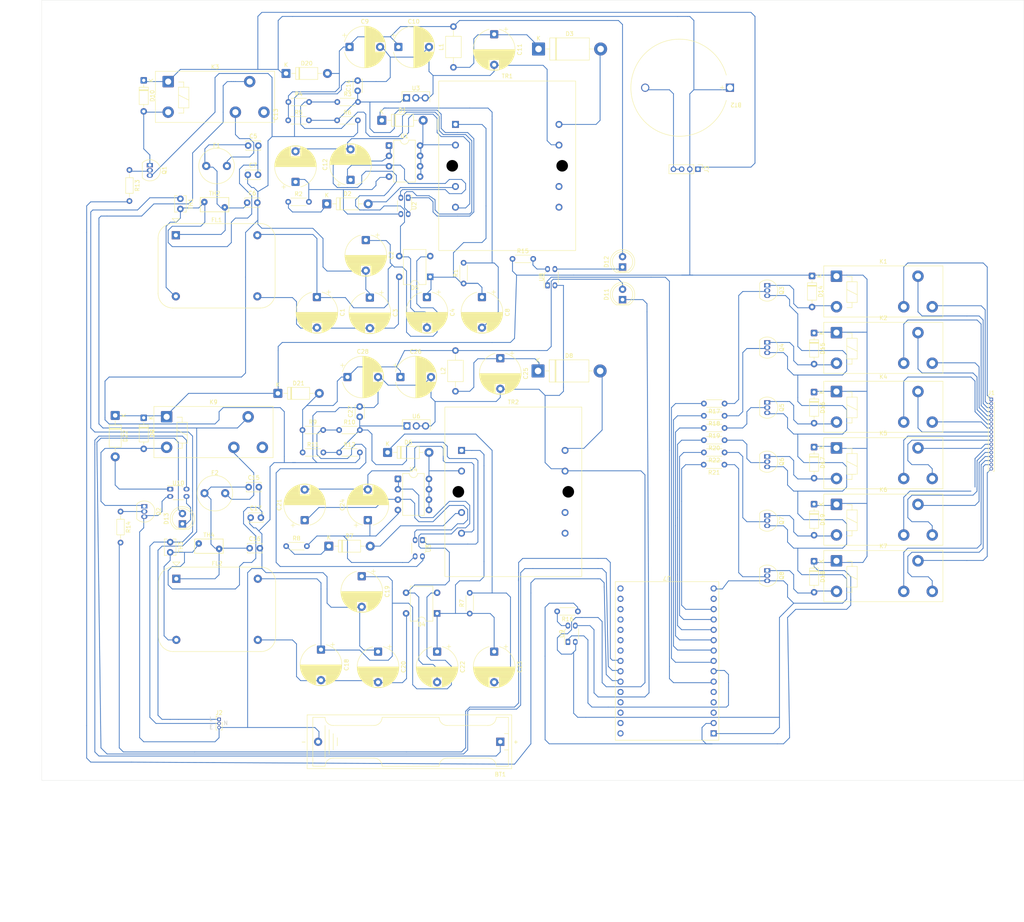
<source format=kicad_pcb>
(kicad_pcb (version 20241229) (generator "pcbnew") (generator_version "9.0")
  (layers (0 "F.Cu" signal) (2 "B.Cu" signal) (13 "F.Paste" user) (15 "B.Paste" user) (5 "F.SilkS" user "F.Silkscreen") (7 "B.SilkS" user "B.Silkscreen") (1 "F.Mask" user) (3 "B.Mask" user) (25 "Edge.Cuts" user))
  (net 0 "")
  (net 1 "Net-(C1-Pad1)")
  (net 2 "Net-(C1-Pad2)")
  (net 3 "Earth")
  (net 4 "Net-(D5--)")
  (net 5 "Net-(D5-+)")
  (net 6 "Net-(C5-Pad1)")
  (net 7 "Net-(C5-Pad2)")
  (net 8 "Net-(D1-K)")
  (net 9 "Net-(J1-Pin_2)")
  (net 10 "Net-(D3-K)")
  (net 11 "Net-(C12-Pad2)")
  (net 12 "Net-(U1-FB)")
  (net 13 "Net-(U1-VDD)")
  (net 14 "Net-(U3-K)")
  (net 15 "Net-(D1-A)")
  (net 16 "Net-(D2-A)")
  (net 17 "Net-(D2-K)")
  (net 18 "Net-(D3-A)")
  (net 19 "Net-(R3-Pad1)")
  (net 22 "Net-(F1-Pad2)")
  (net 23 "Net-(J2-Pin_2)")
  (net 24 "Net-(J2-Pin_1)")
  (net 25 "Net-(C15-Pad1)")
  (net 26 "Net-(C15-Pad2)")
  (net 27 "Net-(C18-Pad2)")
  (net 28 "Net-(C18-Pad1)")
  (net 29 "Net-(U4-FB)")
  (net 30 "Net-(C21-Pad2)")
  (net 31 "Net-(D4-+)")
  (net 32 "Net-(D4--)")
  (net 33 "Net-(D6-K)")
  (net 34 "Net-(U4-VDD)")
  (net 35 "Net-(D8-K)")
  (net 36 "Net-(U6-K)")
  (net 37 "Net-(D6-A)")
  (net 38 "Net-(D7-A)")
  (net 39 "Net-(D7-K)")
  (net 40 "Net-(D8-A)")
  (net 41 "Net-(F2-Pad2)")
  (net 42 "Net-(R10-Pad1)")
  (net 45 "Net-(BT1-+)")
  (net 46 "Net-(D12-A)")
  (net 47 "Net-(D11-A)")
  (net 48 "Net-(D9-A)")
  (net 49 "Net-(D10-A)")
  (net 50 "Net-(D11-K)")
  (net 51 "Net-(D12-K)")
  (net 52 "Net-(D13-A)")
  (net 53 "Net-(D13-K)")
  (net 54 "Net-(D14-A)")
  (net 55 "Net-(D15-A)")
  (net 56 "Net-(D16-A)")
  (net 57 "Net-(D17-A)")
  (net 58 "Net-(D18-A)")
  (net 59 "Net-(D19-A)")
  (net 60 "Net-(D22-A)")
  (net 61 "Net-(J1-Pin_18)")
  (net 62 "Net-(J1-Pin_10)")
  (net 63 "Net-(J1-Pin_3)")
  (net 64 "Net-(J1-Pin_17)")
  (net 65 "Net-(J1-Pin_13)")
  (net 66 "Net-(J1-Pin_14)")
  (net 67 "Net-(J1-Pin_8)")
  (net 68 "Net-(J1-Pin_7)")
  (net 69 "Net-(J1-Pin_11)")
  (net 70 "Net-(J1-Pin_6)")
  (net 71 "Net-(J1-Pin_9)")
  (net 72 "Net-(J1-Pin_12)")
  (net 73 "Net-(J1-Pin_1)")
  (net 74 "Net-(J1-Pin_15)")
  (net 75 "Net-(J1-Pin_5)")
  (net 76 "Net-(J1-Pin_16)")
  (net 77 "Net-(J1-Pin_4)")
  (net 80 "Net-(Q1-B)")
  (net 81 "Net-(Q2-B)")
  (net 82 "Net-(Q3-B)")
  (net 83 "Net-(Q4-B)")
  (net 84 "Net-(Q5-B)")
  (net 85 "Net-(Q6-B)")
  (net 86 "Net-(Q7-B)")
  (net 87 "Net-(Q8-B)")
  (net 88 "Net-(R15-Pad2)")
  (net 89 "Net-(R16-Pad2)")
  (net 90 "Net-(U7-IO14)")
  (net 93 "Net-(U7-IO34)")
  (net 100 "Net-(U7-IO35)")
  (net 105 "Net-(U7-IO32)")
  (net 106 "Net-(U7-IO33)")
  (net 107 "Net-(U7-IO25)")
  (net 108 "Net-(U7-IO26)")
  (net 109 "Net-(U7-IO27)")
  (net 113 "Net-(U7-IO0)")
  (net 114 "Net-(U7-IO15)")
  (net 116 "Net-(D20-K)")
  (net 117 "VCC")
  (net 118 "Net-(BT2--)")
  (footprint "Varistor:RV_Disc_D7mm_W3.5mm_P5mm" (layer "F.Cu") (at 94.38 58.35 180)
    (property "Reference" "TH2" (at 2.5 3.4 0) (layer "F.SilkS"))
    (property "Value" "Thermistor_NTC")
    (pad "1" thru_hole circle (at 0 0 180) (size 1.6 1.6) (drill 0.6) (layers "*.Cu" "*.Mask") (net 6 "Net-(C5-Pad1)"))
    (pad "2" thru_hole circle (at 5 1.3 180) (size 1.6 1.6) (drill 0.6) (layers "*.Cu" "*.Mask") (net 7 "Net-(C5-Pad2)"))
  )
  (footprint "Diode_THT:D_DO-35_SOD27_P7.62mm_Horizontal" (layer "F.Cu") (at 238.5 75.19 -90)
    (property "Reference" "D14" (at 3.81 -2.12 90) (layer "F.SilkS"))
    (property "Value" "1N4148")
    (fp_text user "K" (at 0 -1.8 90) (layer "F.SilkS"))
    (pad "1" thru_hole roundrect (at 0 0 270) (size 1.6 1.6) (drill 0.8) (layers "*.Cu" "*.Mask") (roundrect_rratio 0.15625) (net 117 "VCC"))
    (pad "2" thru_hole circle (at 7.62 0 270) (size 1.6 1.6) (drill 0.8) (layers "*.Cu" "*.Mask") (net 54 "Net-(D14-A)"))
  )
  (footprint "Resistor_THT:R_Axial_DIN0204_L3.6mm_D1.6mm_P5.08mm_Horizontal" (layer "F.Cu") (at 109.96 57)
    (property "Reference" "R2" (at 2.54 -1.92 0) (layer "F.SilkS"))
    (property "Value" "R_Small_US")
    (pad "1" thru_hole circle (at 0 0) (size 1.4 1.4) (drill 0.7) (layers "*.Cu" "*.Mask") (net 17 "Net-(D2-K)"))
    (pad "2" thru_hole circle (at 5.08 0) (size 1.4 1.4) (drill 0.7) (layers "*.Cu" "*.Mask") (net 13 "Net-(U1-VDD)"))
  )
  (footprint "Package_TO_SOT_THT:TO-92_Inline" (layer "F.Cu") (at 227.5 91.5 -90)
    (property "Reference" "Q4" (at 1.27 -3.56 90) (layer "F.SilkS"))
    (property "Value" "BC547")
    (pad "1" thru_hole rect (at 0 0 270) (size 1.05 1.5) (drill 0.75) (layers "*.Cu" "*.Mask") (net 55 "Net-(D15-A)"))
    (pad "2" thru_hole oval (at 1.27 0 270) (size 1.05 1.5) (drill 0.75) (layers "*.Cu" "*.Mask") (net 83 "Net-(Q4-B)"))
    (pad "3" thru_hole oval (at 2.54 0 270) (size 1.05 1.5) (drill 0.75) (layers "*.Cu" "*.Mask") (net 3 "Earth"))
  )
  (footprint "Package_DIP:DIP-8_W7.62mm" (layer "F.Cu") (at 136.88 125)
    (property "Reference" "U4" (at 3.81 -2.33 0) (layer "F.SilkS"))
    (property "Value" "VIPer22AS")
    (pad "1" thru_hole roundrect (at 0 0) (size 1.6 1.6) (drill 0.8) (layers "*.Cu" "*.Mask") (roundrect_rratio 0.15625) (net 32 "Net-(D4--)"))
    (pad "2" thru_hole circle (at 0 2.54) (size 1.6 1.6) (drill 0.8) (layers "*.Cu" "*.Mask") (net 32 "Net-(D4--)"))
    (pad "3" thru_hole circle (at 0 5.08) (size 1.6 1.6) (drill 0.8) (layers "*.Cu" "*.Mask") (net 29 "Net-(U4-FB)"))
    (pad "4" thru_hole circle (at 0 7.62) (size 1.6 1.6) (drill 0.8) (layers "*.Cu" "*.Mask") (net 34 "Net-(U4-VDD)"))
    (pad "5" thru_hole circle (at 7.62 7.62) (size 1.6 1.6) (drill 0.8) (layers "*.Cu" "*.Mask") (net 37 "Net-(D6-A)"))
    (pad "6" thru_hole circle (at 7.62 5.08) (size 1.6 1.6) (drill 0.8) (layers "*.Cu" "*.Mask") (net 37 "Net-(D6-A)"))
    (pad "7" thru_hole circle (at 7.62 2.54) (size 1.6 1.6) (drill 0.8) (layers "*.Cu" "*.Mask") (net 37 "Net-(D6-A)"))
    (pad "8" thru_hole circle (at 7.62 0) (size 1.6 1.6) (drill 0.8) (layers "*.Cu" "*.Mask") (net 37 "Net-(D6-A)"))
  )
  (footprint "Diode_THT:D_DO-41_SOD81_P10.16mm_Horizontal" (layer "F.Cu") (at 119.42 57.5)
    (property "Reference" "D2" (at 5.08 -2.47 0) (layer "F.SilkS"))
    (property "Value" "1N4936")
    (fp_text user "K" (at 0 -2.1 0) (layer "F.SilkS"))
    (pad "1" thru_hole roundrect (at 0 0) (size 2.2 2.2) (drill 1.1) (layers "*.Cu" "*.Mask") (roundrect_rratio 0.113636) (net 17 "Net-(D2-K)"))
    (pad "2" thru_hole circle (at 10.16 0) (size 2.2 2.2) (drill 1.1) (layers "*.Cu" "*.Mask") (net 16 "Net-(D2-A)"))
  )
  (footprint "Capacitor_THT:CP_Radial_D10.0mm_P7.50mm" (layer "F.Cu") (at 114 135.117677 90)
    (property "Reference" "C21" (at 3.75 -6.25 90) (layer "F.SilkS"))
    (property "Value" "C")
    (pad "1" thru_hole roundrect (at 0 0 90) (size 2 2) (drill 1) (layers "*.Cu" "*.Mask") (roundrect_rratio 0.125) (net 29 "Net-(U4-FB)"))
    (pad "2" thru_hole circle (at 7.5 0 90) (size 2 2) (drill 1) (layers "*.Cu" "*.Mask") (net 30 "Net-(C21-Pad2)"))
  )
  (footprint "Capacitor_THT:CP_Radial_D10.0mm_P7.50mm" (layer "F.Cu") (at 160.5 167.382323 -90)
    (property "Reference" "C23" (at 3.75 -6.25 90) (layer "F.SilkS"))
    (property "Value" "C_Small")
    (pad "1" thru_hole roundrect (at 0 0 270) (size 2 2) (drill 1) (layers "*.Cu" "*.Mask") (roundrect_rratio 0.125) (net 31 "Net-(D4-+)"))
    (pad "2" thru_hole circle (at 7.5 0 270) (size 2 2) (drill 1) (layers "*.Cu" "*.Mask") (net 33 "Net-(D6-K)"))
  )
  (footprint "Diode_THT:D_DO-35_SOD27_P7.62mm_Horizontal" (layer "F.Cu") (at 239 103.69 -90)
    (property "Reference" "D16" (at 3.81 -2.12 90) (layer "F.SilkS"))
    (property "Value" "1N4148")
    (fp_text user "K" (at 0 -1.8 90) (layer "F.SilkS"))
    (pad "1" thru_hole roundrect (at 0 0 270) (size 1.6 1.6) (drill 0.8) (layers "*.Cu" "*.Mask") (roundrect_rratio 0.15625) (net 117 "VCC"))
    (pad "2" thru_hole circle (at 7.62 0 270) (size 1.6 1.6) (drill 0.8) (layers "*.Cu" "*.Mask") (net 56 "Net-(D16-A)"))
  )
  (footprint "Capacitor_THT:CP_Radial_D10.0mm_P7.50mm" (layer "F.Cu") (at 144 80.382323 -90)
    (property "Reference" "C4" (at 3.75 -6.25 90) (layer "F.SilkS"))
    (property "Value" "C_Polarized_US")
    (pad "1" thru_hole roundrect (at 0 0 270) (size 2 2) (drill 1) (layers "*.Cu" "*.Mask") (roundrect_rratio 0.125) (net 5 "Net-(D5-+)"))
    (pad "2" thru_hole circle (at 7.5 0 270) (size 2 2) (drill 1) (layers "*.Cu" "*.Mask") (net 4 "Net-(D5--)"))
  )
  (footprint "Resistor_THT:R_Axial_DIN0204_L3.6mm_D1.6mm_P5.08mm_Horizontal" (layer "F.Cu") (at 121.96 37)
    (property "Reference" "R6" (at 2.54 -1.92 0) (layer "F.SilkS"))
    (property "Value" "R_Small_US")
    (pad "1" thru_hole circle (at 0 0) (size 1.4 1.4) (drill 0.7) (layers "*.Cu" "*.Mask") (net 14 "Net-(U3-K)"))
    (pad "2" thru_hole circle (at 5.08 0) (size 1.4 1.4) (drill 0.7) (layers "*.Cu" "*.Mask") (net 3 "Earth"))
  )
  (footprint "Resistor_THT:R_Axial_DIN0204_L3.6mm_D1.6mm_P5.08mm_Horizontal" (layer "F.Cu") (at 217 121.5 180)
    (property "Reference" "R21" (at 2.54 -1.92 0) (layer "F.SilkS"))
    (property "Value" "R_Small")
    (pad "1" thru_hole circle (at 0 0 180) (size 1.4 1.4) (drill 0.7) (layers "*.Cu" "*.Mask") (net 87 "Net-(Q8-B)"))
    (pad "2" thru_hole circle (at 5.08 0 180) (size 1.4 1.4) (drill 0.7) (layers "*.Cu" "*.Mask") (net 90 "Net-(U7-IO14)"))
  )
  (footprint "Package_TO_SOT_THT:TO-92_Inline" (layer "F.Cu") (at 227.5 147.46 -90)
    (property "Reference" "Q8" (at 1.27 -3.56 90) (layer "F.SilkS"))
    (property "Value" "BC547")
    (pad "1" thru_hole rect (at 0 0 270) (size 1.05 1.5) (drill 0.75) (layers "*.Cu" "*.Mask") (net 58 "Net-(D18-A)"))
    (pad "2" thru_hole oval (at 1.27 0 270) (size 1.05 1.5) (drill 0.75) (layers "*.Cu" "*.Mask") (net 87 "Net-(Q8-B)"))
    (pad "3" thru_hole oval (at 2.54 0 270) (size 1.05 1.5) (drill 0.75) (layers "*.Cu" "*.Mask") (net 3 "Earth"))
  )
  (footprint "Resistor_THT:R_Axial_DIN0204_L3.6mm_D1.6mm_P5.08mm_Horizontal" (layer "F.Cu") (at 154.5 158.04 90)
    (property "Reference" "R7" (at 2.54 -1.92 90) (layer "F.SilkS"))
    (property "Value" "R_Small")
    (pad "1" thru_hole circle (at 0 0 90) (size 1.4 1.4) (drill 0.7) (layers "*.Cu" "*.Mask") (net 31 "Net-(D4-+)"))
    (pad "2" thru_hole circle (at 5.08 0 90) (size 1.4 1.4) (drill 0.7) (layers "*.Cu" "*.Mask") (net 33 "Net-(D6-K)"))
  )
  (footprint "Capacitor_THT:CP_Radial_D10.0mm_P7.50mm" (layer "F.Cu") (at 128 148.882323 -90)
    (property "Reference" "C19" (at 3.75 -6.25 90) (layer "F.SilkS"))
    (property "Value" "C_Small")
    (pad "1" thru_hole roundrect (at 0 0 270) (size 2 2) (drill 1) (layers "*.Cu" "*.Mask") (roundrect_rratio 0.125) (net 28 "Net-(C18-Pad1)"))
    (pad "2" thru_hole circle (at 7.5 0 270) (size 2 2) (drill 1) (layers "*.Cu" "*.Mask") (net 3 "Earth"))
  )
  (footprint "Capacitor_THT:CP_Radial_D10.0mm_P7.50mm" (layer "F.Cu") (at 129 66.382323 -90)
    (property "Reference" "C2" (at 3.75 -6.25 90) (layer "F.SilkS"))
    (property "Value" "C_Small")
    (pad "1" thru_hole roundrect (at 0 0 270) (size 2 2) (drill 1) (layers "*.Cu" "*.Mask") (roundrect_rratio 0.125) (net 1 "Net-(C1-Pad1)"))
    (pad "2" thru_hole circle (at 7.5 0 270) (size 2 2) (drill 1) (layers "*.Cu" "*.Mask") (net 3 "Earth"))
  )
  (footprint "Resistor_THT:R_Axial_DIN0204_L3.6mm_D1.6mm_P5.08mm_Horizontal" (layer "F.Cu") (at 113.46 113)
    (property "Reference" "R9" (at 2.54 -1.92 0) (layer "F.SilkS"))
    (property "Value" "R_Small_US")
    (pad "1" thru_hole circle (at 0 0) (size 1.4 1.4) (drill 0.7) (layers "*.Cu" "*.Mask") (net 47 "Net-(D11-A)"))
    (pad "2" thru_hole circle (at 5.08 0) (size 1.4 1.4) (drill 0.7) (layers "*.Cu" "*.Mask") (net 42 "Net-(R10-Pad1)"))
  )
  (footprint "Capacitor_THT:CP_Radial_D10.0mm_P7.50mm" (layer "F.Cu") (at 125 19)
    (property "Reference" "C9" (at 3.75 -6.25 0) (layer "F.SilkS"))
    (property "Value" "C_Polarized_US")
    (pad "1" thru_hole roundrect (at 0 0) (size 2 2) (drill 1) (layers "*.Cu" "*.Mask") (roundrect_rratio 0.125) (net 46 "Net-(D12-A)"))
    (pad "2" thru_hole circle (at 7.5 0) (size 2 2) (drill 1) (layers "*.Cu" "*.Mask") (net 3 "Earth"))
  )
  (footprint "Package_TO_SOT_THT:TO-92_Inline" (layer "F.Cu") (at 227.5 133.96 -90)
    (property "Reference" "Q7" (at 1.27 -3.56 90) (layer "F.SilkS"))
    (property "Value" "BC547")
    (pad "1" thru_hole rect (at 0 0 270) (size 1.05 1.5) (drill 0.75) (layers "*.Cu" "*.Mask") (net 59 "Net-(D19-A)"))
    (pad "2" thru_hole oval (at 1.27 0 270) (size 1.05 1.5) (drill 0.75) (layers "*.Cu" "*.Mask") (net 86 "Net-(Q7-B)"))
    (pad "3" thru_hole oval (at 2.54 0 270) (size 1.05 1.5) (drill 0.75) (layers "*.Cu" "*.Mask") (net 3 "Earth"))
  )
  (footprint "Resistor_THT:R_Axial_DIN0204_L3.6mm_D1.6mm_P5.08mm_Horizontal" (layer "F.Cu") (at 217.04 118.5 180)
    (property "Reference" "R22" (at 2.54 -1.92 0) (layer "F.SilkS"))
    (property "Value" "R_Small")
    (pad "1" thru_hole circle (at 0 0 180) (size 1.4 1.4) (drill 0.7) (layers "*.Cu" "*.Mask") (net 86 "Net-(Q7-B)"))
    (pad "2" thru_hole circle (at 5.08 0 180) (size 1.4 1.4) (drill 0.7) (layers "*.Cu" "*.Mask") (net 109 "Net-(U7-IO27)"))
  )
  (footprint "Package_TO_SOT_THT:TO-92_Inline" (layer "F.Cu") (at 227.5 119.5 -90)
    (property "Reference" "Q6" (at 1.27 -3.56 90) (layer "F.SilkS"))
    (property "Value" "BC547")
    (pad "1" thru_hole rect (at 0 0 270) (size 1.05 1.5) (drill 0.75) (layers "*.Cu" "*.Mask") (net 57 "Net-(D17-A)"))
    (pad "2" thru_hole oval (at 1.27 0 270) (size 1.05 1.5) (drill 0.75) (layers "*.Cu" "*.Mask") (net 85 "Net-(Q6-B)"))
    (pad "3" thru_hole oval (at 2.54 0 270) (size 1.05 1.5) (drill 0.75) (layers "*.Cu" "*.Mask") (net 3 "Earth"))
  )
  (footprint "Inductor_THT:L_Axial_L5.0mm_D3.6mm_P10.00mm_Horizontal_Murata_BL01RN1A2A2" (layer "F.Cu") (at 150.5 24 90)
    (property "Reference" "L1" (at 5 -3 90) (layer "F.SilkS"))
    (property "Value" "L")
    (pad "1" thru_hole circle (at 0 0 90) (size 1.6 1.6) (drill 0.85) (layers "*.Cu" "*.Mask") (net 10 "Net-(D3-K)"))
    (pad "2" thru_hole oval (at 10 0 90) (size 1.6 1.6) (drill 0.85) (layers "*.Cu" "*.Mask") (net 46 "Net-(D12-A)"))
  )
  (footprint "Transformer_THT:Transformer_Triad_VPP16-310" (layer "F.Cu") (at 151 38)
    (property "Reference" "TR1" (at 12.7 -11.84 0) (layer "F.SilkS"))
    (property "Value" "Triad_VPP16-310")
    (pad "" np_thru_hole circle (at -0.7874 10.16) (size 2.8448 2.8448) (drill 2.8448) (layers "*.Mask"))
    (pad "" np_thru_hole circle (at 26.1874 10.16) (size 2.8448 2.8448) (drill 2.8448) (layers "*.Mask"))
    (pad "1" thru_hole rect (at 0 0) (size 1.7 1.7) (drill 1) (layers "*.Cu" "*.Mask") (net 5 "Net-(D5-+)"))
    (pad "3" thru_hole circle (at 0 5.08) (size 1.7 1.7) (drill 1) (layers "*.Cu" "*.Mask") (net 15 "Net-(D1-A)"))
    (pad "4" thru_hole circle (at 0 15.24) (size 1.7 1.7) (drill 1) (layers "*.Cu" "*.Mask") (net 16 "Net-(D2-A)"))
    (pad "6" thru_hole circle (at 0 20.32) (size 1.7 1.7) (drill 1) (layers "*.Cu" "*.Mask") (net 11 "Net-(C12-Pad2)"))
    (pad "7" thru_hole circle (at 25.4 0) (size 1.7 1.7) (drill 1) (layers "*.Cu" "*.Mask") (net 18 "Net-(D3-A)"))
    (pad "9" thru_hole circle (at 25.4 5.08) (size 1.7 1.7) (drill 1) (layers "*.Cu" "*.Mask") (net 3 "Earth"))
    (pad "10" thru_hole circle (at 25.4 15.24) (size 1.7 1.7) (drill 1) (layers "*.Cu" "*.Mask"))
    (pad "12" thru_hole circle (at 25.4 20.32) (size 1.7 1.7) (drill 1) (layers "*.Cu" "*.Mask"))
  )
  (footprint "Resistor_THT:R_Axial_DIN0204_L3.6mm_D1.6mm_P5.08mm_Horizontal" (layer "F.Cu") (at 109.96 37)
    (property "Reference" "R5" (at 2.54 -1.92 0) (layer "F.SilkS"))
    (property "Value" "R_Small_US")
    (pad "1" thru_hole circle (at 0 0) (size 1.4 1.4) (drill 0.7) (layers "*.Cu" "*.Mask") (net 46 "Net-(D12-A)"))
    (pad "2" thru_hole circle (at 5.08 0) (size 1.4 1.4) (drill 0.7) (layers "*.Cu" "*.Mask") (net 14 "Net-(U3-K)"))
  )
  (footprint "Capacitor_THT:CP_Radial_D10.0mm_P7.50mm" (layer "F.Cu") (at 132 167.382323 -90)
    (property "Reference" "C20" (at 3.75 -6.25 90) (layer "F.SilkS"))
    (property "Value" "C_Small")
    (pad "1" thru_hole roundrect (at 0 0 270) (size 2 2) (drill 1) (layers "*.Cu" "*.Mask") (roundrect_rratio 0.125) (net 3 "Earth"))
    (pad "2" thru_hole circle (at 7.5 0 270) (size 2 2) (drill 1) (layers "*.Cu" "*.Mask") (net 27 "Net-(C18-Pad2)"))
  )
  (footprint "Diode_THT:D_DO-41_SOD81_P10.16mm_Horizontal" (layer "F.Cu") (at 132.92 37)
    (property "Reference" "D1" (at 5.08 -2.47 0) (layer "F.SilkS"))
    (property "Value" "1N4936")
    (fp_text user "K" (at 0 -2.1 0) (layer "F.SilkS"))
    (pad "1" thru_hole roundrect (at 0 0) (size 2.2 2.2) (drill 1.1) (layers "*.Cu" "*.Mask") (roundrect_rratio 0.113636) (net 8 "Net-(D1-K)"))
    (pad "2" thru_hole circle (at 10.16 0) (size 2.2 2.2) (drill 1.1) (layers "*.Cu" "*.Mask") (net 15 "Net-(D1-A)"))
  )
  (footprint "Capacitor_THT:C_Disc_D3.4mm_W2.1mm_P2.50mm" (layer "F.Cu") (at 100.13 43.2)
    (property "Reference" "C5" (at 1.25 -2.3 0) (layer "F.SilkS"))
    (property "Value" "C_Small")
    (pad "1" thru_hole circle (at 0 0) (size 1.6 1.6) (drill 0.8) (layers "*.Cu" "*.Mask") (net 6 "Net-(C5-Pad1)"))
    (pad "2" thru_hole circle (at 2.5 0) (size 1.6 1.6) (drill 0.8) (layers "*.Cu" "*.Mask") (net 7 "Net-(C5-Pad2)"))
  )
  (footprint "Capacitor_THT:CP_Radial_D10.0mm_P7.50mm" (layer "F.Cu") (at 111.75 52.117677 90)
    (property "Reference" "C13" (at 16.55 -4.87 90) (layer "F.SilkS"))
    (property "Value" "C_Polarized_US")
    (pad "1" thru_hole roundrect (at 0 0 90) (size 2 2) (drill 1) (layers "*.Cu" "*.Mask") (roundrect_rratio 0.125) (net 13 "Net-(U1-VDD)"))
    (pad "2" thru_hole circle (at 7.5 0 90) (size 2 2) (drill 1) (layers "*.Cu" "*.Mask") (net 11 "Net-(C12-Pad2)"))
  )
  (footprint "Resistor_THT:R_Axial_DIN0204_L3.6mm_D1.6mm_P5.08mm_Horizontal" (layer "F.Cu") (at 122.46 118.5)
    (property "Reference" "R12" (at 2.54 -1.92 0) (layer "F.SilkS"))
    (property "Value" "R_Small_US")
    (pad "1" thru_hole circle (at 0 0) (size 1.4 1.4) (drill 0.7) (layers "*.Cu" "*.Mask") (net 36 "Net-(U6-K)"))
    (pad "2" thru_hole circle (at 5.08 0) (size 1.4 1.4) (drill 0.7) (layers "*.Cu" "*.Mask") (net 3 "Earth"))
  )
  (footprint "Resistor_THT:R_Axial_DIN0204_L3.6mm_D1.6mm_P5.08mm_Horizontal" (layer "F.Cu") (at 122 32.5)
    (property "Reference" "R3" (at 2.54 -1.92 0) (layer "F.SilkS"))
    (property "Value" "R_Small_US")
    (pad "1" thru_hole circle (at 0 0) (size 1.4 1.4) (drill 0.7) (layers "*.Cu" "*.Mask") (net 19 "Net-(R3-Pad1)"))
    (pad "2" thru_hole circle (at 5.08 0) (size 1.4 1.4) (drill 0.7) (layers "*.Cu" "*.Mask") (net 14 "Net-(U3-K)"))
  )
  (footprint "Diode_THT:D_DO-35_SOD27_P7.62mm_Horizontal" (layer "F.Cu") (at 74.5 110 -90)
    (property "Reference" "D9" (at 3.81 -2.12 90) (layer "F.SilkS"))
    (property "Value" "1N4148")
    (fp_text user "K" (at 0 -1.8 90) (layer "F.SilkS"))
    (pad "1" thru_hole roundrect (at 0 0 270) (size 1.6 1.6) (drill 0.8) (layers "*.Cu" "*.Mask") (roundrect_rratio 0.15625) (net 117 "VCC"))
    (pad "2" thru_hole circle (at 7.62 0 270) (size 1.6 1.6) (drill 0.8) (layers "*.Cu" "*.Mask") (net 48 "Net-(D9-A)"))
  )
  (footprint "Diode_THT:D_DO-41_SOD81_P10.16mm_Horizontal" (layer "F.Cu") (at 109.42 25.5)
    (property "Reference" "D20" (at 5.08 -2.47 0) (layer "F.SilkS"))
    (property "Value" "1N4001")
    (fp_text user "K" (at 0 -2.1 0) (layer "F.SilkS"))
    (pad "1" thru_hole roundrect (at 0 0) (size 2.2 2.2) (drill 1.1) (layers "*.Cu" "*.Mask") (roundrect_rratio 0.113636) (net 116 "Net-(D20-K)"))
    (pad "2" thru_hole circle (at 10.16 0) (size 2.2 2.2) (drill 1.1) (layers "*.Cu" "*.Mask") (net 46 "Net-(D12-A)"))
  )
  (footprint "Package_TO_SOT_THT:TO-92_Inline" (layer "F.Cu") (at 76 48 -90)
    (property "Reference" "Q1" (at 1.27 -3.56 90) (layer "F.SilkS"))
    (property "Value" "BC547")
    (pad "1" thru_hole rect (at 0 0 270) (size 1.05 1.5) (drill 0.75) (layers "*.Cu" "*.Mask") (net 49 "Net-(D10-A)"))
    (pad "2" thru_hole oval (at 1.27 0 270) (size 1.05 1.5) (drill 0.75) (layers "*.Cu" "*.Mask") (net 80 "Net-(Q1-B)"))
    (pad "3" thru_hole oval (at 2.54 0 270) (size 1.05 1.5) (drill 0.75) (layers "*.Cu" "*.Mask") (net 3 "Earth"))
  )
  (footprint "Capacitor_THT:C_Disc_D3.4mm_W2.1mm_P2.50mm" (layer "F.Cu") (at 99.88 57.2)
    (property "Reference" "C6" (at 1.25 -2.3 0) (layer "F.SilkS"))
    (property "Value" "C_Small")
    (pad "1" thru_hole circle (at 0 0) (size 1.6 1.6) (drill 0.8) (layers "*.Cu" "*.Mask") (net 6 "Net-(C5-Pad1)"))
    (pad "2" thru_hole circle (at 2.5 0) (size 1.6 1.6) (drill 0.8) (layers "*.Cu" "*.Mask") (net 3 "Earth"))
  )
  (footprint "OptoDevice:Everlight_ITR8307F43" (layer "F.Cu") (at 178.6 165)
    (property "Reference" "U9" (at -1.5 -2 90) (layer "F.SilkS"))
    (property "Value" "GP2S700HCP")
    (pad "1" thru_hole roundrect (at 0 0) (size 1.1 1.5) (drill 0.7) (layers "*.Cu" "*.Mask") (roundrect_rratio 0.227) (net 100 "Net-(U7-IO35)"))
    (pad "2" thru_hole oval (at 0 -4) (size 1.1 1.5) (drill 0.7) (layers "*.Cu" "*.Mask") (net 89 "Net-(R16-Pad2)"))
    (pad "3" thru_hole oval (at 1.8 0) (size 1.1 1.5) (drill 0.7) (layers "*.Cu" "*.Mask") (net 3 "Earth"))
    (pad "4" thru_hole oval (at 1.8 -4) (size 1.1 1.5) (drill 0.7) (layers "*.Cu" "*.Mask") (net 50 "Net-(D11-K)"))
  )
  (footprint "Capacitor_THT:CP_Radial_D10.0mm_P7.50mm" (layer "F.Cu") (at 118 166.882323 -90)
    (property "Reference" "C18" (at 3.75 -6.25 90) (layer "F.SilkS"))
    (property "Value" "C_Small")
    (pad "1" thru_hole roundrect (at 0 0 270) (size 2 2) (drill 1) (layers "*.Cu" "*.Mask") (roundrect_rratio 0.125) (net 28 "Net-(C18-Pad1)"))
    (pad "2" thru_hole circle (at 7.5 0 270) (size 2 2) (drill 1) (layers "*.Cu" "*.Mask") (net 27 "Net-(C18-Pad2)"))
  )
  (footprint "Filter:Filter_FILTERCON_1FPxx" (layer "F.Cu") (at 82.38 65.2)
    (property "Reference" "FL1" (at 10 -3.75 0) (layer "F.SilkS"))
    (property "Value" "Filter_EMI_LL")
    (pad "1" thru_hole rect (at 0 0) (size 2 2) (drill 1) (layers "*.Cu" "*.Mask") (net 6 "Net-(C5-Pad1)"))
    (pad "2" thru_hole circle (at 20 0) (size 2 2) (drill 1) (layers "*.Cu" "*.Mask") (net 1 "Net-(C1-Pad1)"))
    (pad "3" thru_hole circle (at 0 15) (size 2 2) (drill 1) (layers "*.Cu" "*.Mask") (net 7 "Net-(C5-Pad2)"))
    (pad "4" thru_hole circle (at 20 15) (size 2 2) (drill 1) (layers "*.Cu" "*.Mask") (net 2 "Net-(C1-Pad2)"))
  )
  (footprint "LED_THT:LED_D5.0mm" (layer "F.Cu") (at 192 81 90)
    (property "Reference" "D11" (at 1.27 -3.96 90) (layer "F.SilkS"))
    (property "Value" "LED")
    (pad "1" thru_hole rect (at 0 0 90) (size 1.8 1.8) (drill 0.9) (layers "*.Cu" "*.Mask") (net 50 "Net-(D11-K)"))
    (pad "2" thru_hole circle (at 2.54 0 90) (size 1.8 1.8) (drill 0.9) (layers "*.Cu" "*.Mask") (net 47 "Net-(D11-A)"))
  )
  (footprint "Capacitor_THT:C_Disc_D3.0mm_W2.0mm_P2.50mm" (layer "F.Cu") (at 127.5 109.75 90)
    (property "Reference" "C27" (at 1.25 -2.25 90) (layer "F.SilkS"))
    (property "Value" "C")
    (pad "1" thru_hole circle (at 0 0 90) (size 1.6 1.6) (drill 0.8) (layers "*.Cu" "*.Mask") (net 36 "Net-(U6-K)"))
    (pad "2" thru_hole circle (at 2.5 0 90) (size 1.6 1.6) (drill 0.8) (layers "*.Cu" "*.Mask") (net 3 "Earth"))
  )
  (footprint "Diode_THT:D_DO-201AD_P15.24mm_Horizontal" (layer "F.Cu") (at 171.38 19.5)
    (property "Reference" "D3" (at 7.62 -3.72 0) (layer "F.SilkS"))
    (property "Value" "1N5822")
    (fp_text user "K" (at 0 -2.6 0) (layer "F.SilkS"))
    (pad "1" thru_hole roundrect (at 0 0) (size 3.2 3.2) (drill 1.6) (layers "*.Cu" "*.Mask") (roundrect_rratio 0.078125) (net 10 "Net-(D3-K)"))
    (pad "2" thru_hole circle (at 15.24 0) (size 3.2 3.2) (drill 1.6) (layers "*.Cu" "*.Mask") (net 18 "Net-(D3-A)"))
  )
  (footprint "Capacitor_THT:CP_Radial_D10.0mm_P7.50mm" (layer "F.Cu") (at 130 80.5 -90)
    (property "Reference" "C3" (at 3.75 -6.25 90) (layer "F.SilkS"))
    (property "Value" "C_Small")
    (pad "1" thru_hole roundrect (at 0 0 270) (size 2 2) (drill 1) (layers "*.Cu" "*.Mask") (roundrect_rratio 0.125) (net 3 "Earth"))
    (pad "2" thru_hole circle (at 7.5 0 270) (size 2 2) (drill 1) (layers "*.Cu" "*.Mask") (net 2 "Net-(C1-Pad2)"))
  )
  (footprint "Capacitor_THT:CP_Radial_D10.0mm_P7.50mm" (layer "F.Cu") (at 117 80.382323 -90)
    (property "Reference" "C1" (at 3.75 -6.25 90) (layer "F.SilkS"))
    (property "Value" "C_Small")
    (pad "1" thru_hole roundrect (at 0 0 270) (size 2 2) (drill 1) (layers "*.Cu" "*.Mask") (roundrect_rratio 0.125) (net 1 "Net-(C1-Pad1)"))
    (pad "2" thru_hole circle (at 7.5 0 270) (size 2 2) (drill 1) (layers "*.Cu" "*.Mask") (net 2 "Net-(C1-Pad2)"))
  )
  (footprint "Capacitor_THT:CP_Radial_D10.0mm_P7.50mm" (layer "F.Cu") (at 125.25 51.617677 90)
    (property "Reference" "C12" (at 3.75 -6.25 90) (layer "F.SilkS"))
    (property "Value" "C")
    (pad "1" thru_hole roundrect (at 0 0 90) (size 2 2) (drill 1) (layers "*.Cu" "*.Mask") (roundrect_rratio 0.125) (net 12 "Net-(U1-FB)"))
    (pad "2" thru_hole circle (at 7.5 0 90) (size 2 2) (drill 1) (layers "*.Cu" "*.Mask") (net 11 "Net-(C12-Pad2)"))
  )
  (footprint "Package_TO_SOT_THT:TO-92_Inline" (layer "F.Cu") (at 74.64 131.73 -90)
    (property "Reference" "Q2" (at 1.27 -3.56 90) (layer "F.SilkS"))
    (property "Value" "BC547")
    (pad "1" thru_hole rect (at 0 0 270) (size 1.05 1.5) (drill 0.75) (layers "*.Cu" "*.Mask") (net 48 "Net-(D9-A)"))
    (pad "2" thru_hole oval (at 1.27 0 270) (size 1.05 1.5) (drill 0.75) (layers "*.Cu" "*.Mask") (net 81 "Net-(Q2-B)"))
    (pad "3" thru_hole oval (at 2.54 0 270) (size 1.05 1.5) (drill 0.75) (layers "*.Cu" "*.Mask") (net 3 "Earth"))
  )
  (footprint "Diode_THT:D_DO-41_SOD81_P10.16mm_Horizontal" (layer "F.Cu") (at 107.42 104)
    (property "Reference" "D21" (at 5.08 -2.47 0) (layer "F.SilkS"))
    (property "Value" "1N4001")
    (fp_text user "K" (at 0 -2.1 0) (layer "F.SilkS"))
    (pad "1" thru_hole roundrect (at 0 0) (size 2.2 2.2) (drill 1.1) (layers "*.Cu" "*.Mask") (roundrect_rratio 0.113636) (net 116 "Net-(D20-K)"))
    (pad "2" thru_hole circle (at 10.16 0) (size 2.2 2.2) (drill 1.1) (layers "*.Cu" "*.Mask") (net 47 "Net-(D11-A)"))
  )
  (footprint "OptoDevice:Everlight_ITR8307F43" (layer "F.Cu") (at 81 127.5 -90)
    (property "Reference" "U10" (at -1.5 -2 0) (layer "F.SilkS"))
    (property "Value" "GP2S700HCP")
    (pad "1" thru_hole roundrect (at 0 0 270) (size 1.1 1.5) (drill 0.7) (layers "*.Cu" "*.Mask") (roundrect_rratio 0.227) (net 60 "Net-(D22-A)"))
    (pad "2" thru_hole oval (at 0 -4 270) (size 1.1 1.5) (drill 0.7) (layers "*.Cu" "*.Mask") (net 45 "Net-(BT1-+)"))
    (pad "3" thru_hole oval (at 1.8 0 270) (size 1.1 1.5) (drill 0.7) (layers "*.Cu" "*.Mask") (net 3 "Earth"))
    (pad "4" thru_hole oval (at 1.8 -4 270) (size 1.1 1.5) (drill 0.7) (layers "*.Cu" "*.Mask") (net 53 "Net-(D13-K)"))
  )
  (footprint "Resistor_THT:R_Axial_DIN0204_L3.6mm_D1.6mm_P5.08mm_Horizontal" (layer "F.Cu") (at 217.04 112.5 180)
    (property "Reference" "R19" (at 2.54 -1.92 0) (layer "F.SilkS"))
    (property "Value" "R_Small")
    (pad "1" thru_hole circle (at 0 0 180) (size 1.4 1.4) (drill 0.7) (layers "*.Cu" "*.Mask") (net 84 "Net-(Q5-B)"))
    (pad "2" thru_hole circle (at 5.08 0 180) (size 1.4 1.4) (drill 0.7) (layers "*.Cu" "*.Mask") (net 107 "Net-(U7-IO25)"))
  )
  (footprint "Resistor_THT:R_Axial_DIN0204_L3.6mm_D1.6mm_P5.08mm_Horizontal" (layer "F.Cu") (at 153 77.04 90)
    (property "Reference" "R1" (at 2.54 -1.92 90) (layer "F.SilkS"))
    (property "Value" "R_Small")
    (pad "1" thru_hole circle (at 0 0 90) (size 1.4 1.4) (drill 0.7) (layers "*.Cu" "*.Mask") (net 5 "Net-(D5-+)"))
    (pad "2" thru_hole circle (at 5.08 0 90) (size 1.4 1.4) (drill 0.7) (layers "*.Cu" "*.Mask") (net 8 "Net-(D1-K)"))
  )
  (footprint "Capacitor_THT:C_Disc_D3.4mm_W2.1mm_P2.50mm" (layer "F.Cu") (at 100.5 142)
    (property "Reference" "C16" (at 1.25 -2.3 0) (layer "F.SilkS"))
    (property "Value" "C_Small")
    (pad "1" thru_hole circle (at 0 0) (size 1.6 1.6) (drill 0.8) (layers "*.Cu" "*.Mask") (net 25 "Net-(C15-Pad1)"))
    (pad "2" thru_hole circle (at 2.5 0) (size 1.6 1.6) (drill 0.8) (layers "*.Cu" "*.Mask") (net 3 "Earth"))
  )
  (footprint "Inductor_THT:L_Axial_L5.0mm_D3.6mm_P10.00mm_Horizontal_Murata_BL01RN1A2A2" (layer "F.Cu") (at 151 103.5 90)
    (property "Reference" "L2" (at 5 -3 90) (layer "F.SilkS"))
    (property "Value" "L")
    (pad "1" thru_hole circle (at 0 0 90) (size 1.6 1.6) (drill 0.85) (layers "*.Cu" "*.Mask") (net 35 "Net-(D8-K)"))
    (pad "2" thru_hole oval (at 10 0 90) (size 1.6 1.6) (drill 0.85) (layers "*.Cu" "*.Mask") (net 47 "Net-(D11-A)"))
  )
  (footprint "Resistor_THT:R_Axial_DIN0204_L3.6mm_D1.6mm_P5.08mm_Horizontal" (layer "F.Cu") (at 181.04 157.5 180)
    (property "Reference" "R16" (at 2.54 -1.92 0) (layer "F.SilkS"))
    (property "Value" "R_Small")
    (pad "1" thru_hole circle (at 0 0 180) (size 1.4 1.4) (drill 0.7) (layers "*.Cu" "*.Mask") (net 117 "VCC"))
    (pad "2" thru_hole circle (at 5.08 0 180) (size 1.4 1.4) (drill 0.7) (layers "*.Cu" "*.Mask") (net 89 "Net-(R16-Pad2)"))
  )
  (footprint "Capacitor_THT:CP_Radial_D10.0mm_P7.50mm" (layer "F.Cu") (at 146.5 167.382323 -90)
    (property "Reference" "C22" (at 3.75 -6.25 90) (layer "F.SilkS"))
    (property "Value" "C_Polarized_US")
    (pad "1" thru_hole roundrect (at 0 0 270) (size 2 2) (drill 1) (layers "*.Cu" "*.Mask") (roundrect_rratio 0.125) (net 31 "Net-(D4-+)"))
    (pad "2" thru_hole circle (at 7.5 0 270) (size 2 2) (drill 1) (layers "*.Cu" "*.Mask") (net 32 "Net-(D4--)"))
  )
  (footprint "LED_THT:LED_D5.0mm" (layer "F.Cu") (at 84 136.04 90)
    (property "Reference" "D13" (at 1.27 -3.96 90) (layer "F.SilkS"))
    (property "Value" "LED")
    (pad "1" thru_hole rect (at 0 0 90) (size 1.8 1.8) (drill 0.9) (layers "*.Cu" "*.Mask") (net 53 "Net-(D13-K)"))
    (pad "2" thru_hole circle (at 2.54 0 90) (size 1.8 1.8) (drill 0.9) (layers "*.Cu" "*.Mask") (net 52 "Net-(D13-A)"))
  )
  (footprint "Package_DIP:DIP-8_W7.62mm" (layer "F.Cu") (at 134.695 43.19)
    (property "Reference" "U1" (at 3.81 -2.33 0) (layer "F.SilkS"))
    (property "Value" "VIPer22AS")
    (pad "1" thru_hole roundrect (at 0 0) (size 1.6 1.6) (drill 0.8) (layers "*.Cu" "*.Mask") (roundrect_rratio 0.15625) (net 4 "Net-(D5--)"))
    (pad "2" thru_hole circle (at 0 2.54) (size 1.6 1.6) (drill 0.8) (layers "*.Cu" "*.Mask") (net 4 "Net-(D5--)"))
    (pad "3" thru_hole circle (at 0 5.08) (size 1.6 1.6) (drill 0.8) (layers "*.Cu" "*.Mask") (net 12 "Net-(U1-FB)"))
    (pad "4" thru_hole circle (at 0 7.62) (size 1.6 1.6) (drill 0.8) (layers "*.Cu" "*.Mask") (net 13 "Net-(U1-VDD)"))
    (pad "5" thru_hole circle (at 7.62 7.62) (size 1.6 1.6) (drill 0.8) (layers "*.Cu" "*.Mask") (net 15 "Net-(D1-A)"))
    (pad "6" thru_hole circle (at 7.62 5.08) (size 1.6 1.6) (drill 0.8) (layers "*.Cu" "*.Mask") (net 15 "Net-(D1-A)"))
    (pad "7" thru_hole circle (at 7.62 2.54) (size 1.6 1.6) (drill 0.8) (layers "*.Cu" "*.Mask") (net 15 "Net-(D1-A)"))
    (pad "8" thru_hole circle (at 7.62 0) (size 1.6 1.6) (drill 0.8) (layers "*.Cu" "*.Mask") (net 15 "Net-(D1-A)"))
  )
  (footprint "Relay_THT:Relay_SPDT_Finder_40.41" (layer "F.Cu") (at 80.122206 109.75)
    (property "Reference" "K9" (at 11.5 -3.6 0) (layer "F.SilkS"))
    (property "Value" "Fujitsu_FTR-LYCA005x")
    (pad "11" thru_hole circle (at 20 0) (size 2.8 2.8) (drill 1.5) (layers "*.Cu" "*.Mask") (net 24 "Net-(J2-Pin_1)"))
    (pad "12" thru_hole circle (at 16.5 7.5) (size 2.8 2.8) (drill 1.5) (layers "*.Cu" "*.Mask") (net 41 "Net-(F2-Pad2)"))
    (pad "14" thru_hole circle (at 23.5 7.5) (size 2.8 2.8) (drill 1.5) (layers "*.Cu" "*.Mask"))
    (pad "A1" thru_hole roundrect (at 0 0) (size 2.8 2.8) (drill 1.5) (layers "*.Cu" "*.Mask") (roundrect_rratio 0.08928571429) (net 117 "VCC"))
    (pad "A2" thru_hole circle (at 0 7.5) (size 2.8 2.8) (drill 1.5) (layers "*.Cu" "*.Mask") (net 48 "Net-(D9-A)"))
  )
  (footprint "Relay_THT:Relay_SPDT_Finder_40.41" (layer "F.Cu") (at 244.5 131.25)
    (property "Reference" "K6" (at 11.5 -3.6 0) (layer "F.SilkS"))
    (property "Value" "Fujitsu_FTR-LYCA005x")
    (pad "11" thru_hole circle (at 20 0) (size 2.8 2.8) (drill 1.5) (layers "*.Cu" "*.Mask") (net 74 "Net-(J1-Pin_15)"))
    (pad "12" thru_hole circle (at 16.5 7.5) (size 2.8 2.8) (drill 1.5) (layers "*.Cu" "*.Mask") (net 65 "Net-(J1-Pin_13)"))
    (pad "14" thru_hole circle (at 23.5 7.5) (size 2.8 2.8) (drill 1.5) (layers "*.Cu" "*.Mask") (net 66 "Net-(J1-Pin_14)"))
    (pad "A1" thru_hole roundrect (at 0 0) (size 2.8 2.8) (drill 1.5) (layers "*.Cu" "*.Mask") (roundrect_rratio 0.08928571429) (net 117 "VCC"))
    (pad "A2" thru_hole circle (at 0 7.5) (size 2.8 2.8) (drill 1.5) (layers "*.Cu" "*.Mask") (net 59 "Net-(D19-A)"))
  )
  (footprint "Varistor:RV_Disc_D7mm_W3.5mm_P5mm" (layer "F.Cu") (at 93 142.15 180)
    (property "Reference" "TH4" (at 2.5 3.4 0) (layer "F.SilkS"))
    (property "Value" "Thermistor_NTC")
    (pad "1" thru_hole circle (at 0 0 180) (size 1.6 1.6) (drill 0.6) (layers "*.Cu" "*.Mask") (net 25 "Net-(C15-Pad1)"))
    (pad "2" thru_hole circle (at 5 1.3 180) (size 1.6 1.6) (drill 0.6) (layers "*.Cu" "*.Mask") (net 26 "Net-(C15-Pad2)"))
  )
  (footprint "Diode_THT:Diode_Bridge_DIP-4_W7.62mm_P5.08mm" (layer "F.Cu") (at 146.5 158 180)
    (property "Reference" "D4" (at 3.8 -2.7 0) (layer "F.SilkS"))
    (property "Value" "KBPC3501W")
    (pad "1" thru_hole rect (at 0 0 180) (size 1.6 1.6) (drill 0.8) (layers "*.Cu" "*.Mask") (net 31 "Net-(D4-+)"))
    (pad "2" thru_hole oval (at 0 5.08 180) (size 1.6 1.6) (drill 0.8) (layers "*.Cu" "*.Mask") (net 28 "Net-(C18-Pad1)"))
    (pad "3" thru_hole oval (at 7.62 5.08 180) (size 1.6 1.6) (drill 0.8) (layers "*.Cu" "*.Mask") (net 32 "Net-(D4--)"))
    (pad "4" thru_hole oval (at 7.62 0 180) (size 1.6 1.6) (drill 0.8) (layers "*.Cu" "*.Mask") (net 27 "Net-(C18-Pad2)"))
  )
  (footprint "Capacitor_THT:C_Disc_D3.4mm_W2.1mm_P2.50mm" (layer "F.Cu") (at 100.25 127)
    (property "Reference" "C15" (at 1.25 -2.3 0) (layer "F.SilkS"))
    (property "Value" "C_Small")
    (pad "1" thru_hole circle (at 0 0) (size 1.6 1.6) (drill 0.8) (layers "*.Cu" "*.Mask") (net 25 "Net-(C15-Pad1)"))
    (pad "2" thru_hole circle (at 2.5 0) (size 1.6 1.6) (drill 0.8) (layers "*.Cu" "*.Mask") (net 26 "Net-(C15-Pad2)"))
  )
  (footprint "Capacitor_THT:CP_Radial_D10.0mm_P7.50mm" (layer "F.Cu") (at 129.5 135.117677 90)
    (property "Reference" "C24" (at 3.75 -6.25 90) (layer "F.SilkS"))
    (property "Value" "C_Polarized_US")
    (pad "1" thru_hole roundrect (at 0 0 90) (size 2 2) (drill 1) (layers "*.Cu" "*.Mask") (roundrect_rratio 0.125) (net 34 "Net-(U4-VDD)"))
    (pad "2" thru_hole circle (at 7.5 0 90) (size 2 2) (drill 1) (layers "*.Cu" "*.Mask") (net 30 "Net-(C21-Pad2)"))
  )
  (footprint "Package_TO_SOT_THT:SIPAK_Vertical" (layer "F.Cu") (at 139.1 112)
    (property "Reference" "U6" (at 2.29 -2.37 0) (layer "F.SilkS"))
    (property "Value" "TL431D")
    (pad "1" thru_hole rect (at 0 0) (size 1.7145 1.8) (drill 1.1) (layers "*.Cu" "*.Mask") (net 36 "Net-(U6-K)"))
    (pad "2" thru_hole oval (at 2.286 0) (size 1.7145 1.8) (drill 1.1) (layers "*.Cu" "*.Mask") (net 3 "Earth"))
    (pad "3" thru_hole oval (at 4.572 0) (size 1.7145 1.8) (drill 1.1) (layers "*.Cu" "*.Mask") (net 3 "Earth"))
  )
  (footprint "Package_TO_SOT_THT:TO-92_Inline" (layer "F.Cu") (at 227.5 77.5 -90)
    (property "Reference" "Q3" (at 1.27 -3.56 90) (layer "F.SilkS"))
    (property "Value" "BC547")
    (pad "1" thru_hole rect (at 0 0 270) (size 1.05 1.5) (drill 0.75) (layers "*.Cu" "*.Mask") (net 54 "Net-(D14-A)"))
    (pad "2" thru_hole oval (at 1.27 0 270) (size 1.05 1.5) (drill 0.75) (layers "*.Cu" "*.Mask") (net 82 "Net-(Q3-B)"))
    (pad "3" thru_hole oval (at 2.54 0 270) (size 1.05 1.5) (drill 0.75) (layers "*.Cu" "*.Mask") (net 3 "Earth"))
  )
  (footprint "Diode_THT:Diode_Bridge_DIP-4_W7.62mm_P5.08mm" (layer "F.Cu") (at 144.81 75.4 180)
    (property "Reference" "D5" (at 3.8 -2.7 0) (layer "F.SilkS"))
    (property "Value" "KBPC3501W")
    (pad "1" thru_hole rect (at 0 0 180) (size 1.6 1.6) (drill 0.8) (layers "*.Cu" "*.Mask") (net 5 "Net-(D5-+)"))
    (pad "2" thru_hole oval (at 0 5.08 180) (size 1.6 1.6) (drill 0.8) (layers "*.Cu" "*.Mask") (net 1 "Net-(C1-Pad1)"))
    (pad "3" thru_hole oval (at 7.62 5.08 180) (size 1.6 1.6) (drill 0.8) (layers "*.Cu" "*.Mask") (net 4 "Net-(D5--)"))
    (pad "4" thru_hole oval (at 7.62 0 180) (size 1.6 1.6) (drill 0.8) (layers "*.Cu" "*.Mask") (net 2 "Net-(C1-Pad2)"))
  )
  (footprint "Resistor_THT:R_Axial_DIN0204_L3.6mm_D1.6mm_P5.08mm_Horizontal" (layer "F.Cu") (at 217.04 106.5 180)
    (property "Reference" "R17" (at 2.54 -1.92 0) (layer "F.SilkS"))
    (property "Value" "R_Small")
    (pad "1" thru_hole circle (at 0 0 180) (size 1.4 1.4) (drill 0.7) (layers "*.Cu" "*.Mask") (net 82 "Net-(Q3-B)"))
    (pad "2" thru_hole circle (at 5.08 0 180) (size 1.4 1.4) (drill 0.7) (layers "*.Cu" "*.Mask") (net 105 "Net-(U7-IO32)"))
  )
  (footprint "OptoDevice:Everlight_ITR8307F43" (layer "F.Cu") (at 142.9 140 180)
    (property "Reference" "U5" (at -1.5 -2 90) (layer "F.SilkS"))
    (property "Value" "GP2S700HCP")
    (pad "1" thru_hole roundrect (at 0 0 180) (size 1.1 1.5) (drill 0.7) (layers "*.Cu" "*.Mask") (roundrect_rratio 0.227) (net 36 "Net-(U6-K)"))
    (pad "2" thru_hole oval (at 0 -4 180) (size 1.1 1.5) (drill 0.7) (layers "*.Cu" "*.Mask") (net 42 "Net-(R10-Pad1)"))
    (pad "3" thru_hole oval (at 1.8 0 180) (size 1.1 1.5) (drill 0.7) (layers "*.Cu" "*.Mask") (net 29 "Net-(U4-FB)"))
    (pad "4" thru_hole oval (at 1.8 -4 180) (size 1.1 1.5) (drill 0.7) (layers "*.Cu" "*.Mask") (net 34 "Net-(U4-VDD)"))
  )
  (footprint "Relay_THT:Relay_SPDT_Finder_40.41" (layer "F.Cu") (at 244.5 103.55)
    (property "Reference" "K4" (at 11.5 -3.6 0) (layer "F.SilkS"))
    (property "Value" "Fujitsu_FTR-LYCA005x")
    (pad "11" thru_hole circle (at 20 0) (size 2.8 2.8) (drill 1.5) (layers "*.Cu" "*.Mask") (net 71 "Net-(J1-Pin_9)"))
    (pad "12" thru_hole circle (at 16.5 7.5) (size 2.8 2.8) (drill 1.5) (layers "*.Cu" "*.Mask") (net 68 "Net-(J1-Pin_7)"))
    (pad "14" thru_hole circle (at 23.5 7.5) (size 2.8 2.8) (drill 1.5) (layers "*.Cu" "*.Mask") (net 67 "Net-(J1-Pin_8)"))
    (pad "A1" thru_hole roundrect (at 0 0) (size 2.8 2.8) (drill 1.5) (layers "*.Cu" "*.Mask") (roundrect_rratio 0.08928571429) (net 117 "VCC"))
    (pad "A2" thru_hole circle (at 0 7.5) (size 2.8 2.8) (drill 1.5) (layers "*.Cu" "*.Mask") (net 56 "Net-(D16-A)"))
  )
  (footprint "Capacitor_THT:CP_Radial_D10.0mm_P7.50mm" (layer "F.Cu") (at 160.5 15.882323 -90)
    (property "Reference" "C11" (at 3.75 -6.25 90) (layer "F.SilkS"))
    (property "Value" "C_Small")
    (pad "1" thru_hole roundrect (at 0 0 270) (size 2 2) (drill 1) (layers "*.Cu" "*.Mask") (roundrect_rratio 0.125) (net 10 "Net-(D3-K)"))
    (pad "2" thru_hole circle (at 7.5 0 270) (size 2 2) (drill 1) (layers "*.Cu" "*.Mask") (net 3 "Earth"))
  )
  (footprint "Resistor_THT:R_Axial_DIN0204_L3.6mm_D1.6mm_P5.08mm_Horizontal" (layer "F.Cu") (at 165 71)
    (property "Reference" "R15" (at 2.54 -1.92 0) (layer "F.SilkS"))
    (property "Value" "R_Small")
    (pad "1" thru_hole circle (at 0 0) (size 1.4 1.4) (drill 0.7) (layers "*.Cu" "*.Mask") (net 117 "VCC"))
    (pad "2" thru_hole circle (at 5.08 0) (size 1.4 1.4) (drill 0.7) (layers "*.Cu" "*.Mask") (net 88 "Net-(R15-Pad2)"))
  )
  (footprint "Capacitor_THT:C_Disc_D3.0mm_W2.0mm_P2.50mm" (layer "F.Cu") (at 127 29.75 90)
    (property "Reference" "C14" (at 1.25 -2.25 90) (layer "F.SilkS"))
    (property "Value" "C")
    (pad "1" thru_hole circle (at 0 0 90) (size 1.6 1.6) (drill 0.8) (layers "*.Cu" "*.Mask") (net 14 "Net-(U3-K)"))
    (pad "2" thru_hole circle (at 2.5 0 90) (size 1.6 1.6) (drill 0.8) (layers "*.Cu" "*.Mask") (net 3 "Earth"))
  )
  (footprint "Connector_PinHeader_2.00mm:PinHeader_1x04_P2.00mm_Vertical" (layer "F.Cu") (at 210.5 49 -90)
    (property "Reference" "J3" (at 0 -2.11 90) (layer "F.SilkS"))
    (property "Value" "Conn_01x04_Pin")
    (pad "1" thru_hole rect (at 0 0 270) (size 1.35 1.35) (drill 0.8) (layers "*.Cu" "*.Mask") (net 116 "Net-(D20-K)"))
    (pad "2" thru_hole circle (at 0 2 270) (size 1.35 1.35) (drill 0.8) (layers "*.Cu" "*.Mask") (net 117 "VCC"))
    (pad "3" thru_hole circle (at 0 4 270) (size 1.35 1.35) (drill 0.8) (layers "*.Cu" "*.Mask") (net 118 "Net-(BT2--)"))
    (pad "4" thru_hole circle (at 0 6 270) (size 1.35 1.35) (drill 0.8) (layers "*.Cu" "*.Mask") (net 118 "Net-(BT2--)"))
  )
  (footprint "Package_TO_SOT_THT:TO-92_Inline" (layer "F.Cu") (at 227.5 106.23 -90)
    (property "Reference" "Q5" (at 1.27 -3.56 90) (layer "F.SilkS"))
    (property "Value" "BC547")
    (pad "1" thru_hole rect (at 0 0 270) (size 1.05 1.5) (drill 0.75) (layers "*.Cu" "*.Mask") (net 56 "Net-(D16-A)"))
    (pad "2" thru_hole oval (at 1.27 0 270) (size 1.05 1.5) (drill 0.75) (layers "*.Cu" "*.Mask") (net 84 "Net-(Q5-B)"))
    (pad "3" thru_hole oval (at 2.54 0 270) (size 1.05 1.5) (drill 0.75) (layers "*.Cu" "*.Mask") (net 3 "Earth"))
  )
  (footprint "Capacitor_THT:C_Disc_D3.4mm_W2.1mm_P2.50mm" (layer "F.Cu") (at 100.05 50.36)
    (property "Reference" "C7" (at 1.25 -2.3 0) (layer "F.SilkS"))
    (property "Value" "C_Small")
    (pad "1" thru_hole circle (at 0 0) (size 1.6 1.6) (drill 0.8) (layers "*.Cu" "*.Mask") (net 3 "Earth"))
    (pad "2" thru_hole circle (at 2.5 0) (size 1.6 1.6) (drill 0.8) (layers "*.Cu" "*.Mask") (net 7 "Net-(C5-Pad2)"))
  )
  (footprint "Relay_THT:Relay_SPDT_Finder_40.41" (layer "F.Cu") (at 244.5 145.1)
    (property "Reference" "K7" (at 11.5 -3.6 0) (layer "F.SilkS"))
    (property "Value" "Fujitsu_FTR-LYCA005x")
    (pad "11" thru_hole circle (at 20 0) (size 2.8 2.8) (drill 1.5) (layers "*.Cu" "*.Mask") (net 61 "Net-(J1-Pin_18)"))
    (pad "12" thru_hole circle (at 16.5 7.5) (size 2.8 2.8) (drill 1.5) (layers "*.Cu" "*.Mask") (net 76 "Net-(J1-Pin_16)"))
    (pad "14" thru_hole circle (at 23.5 7.5) (size 2.8 2.8) (drill 1.5) (layers "*.Cu" "*.Mask") (net 64 "Net-(J1-Pin_17)"))
    (pad "A1" thru_hole roundrect (at 0 0) (size 2.8 2.8) (drill 1.5) (layers "*.Cu" "*.Mask") (roundrect_rratio 0.08928571429) (net 117 "VCC"))
    (pad "A2" thru_hole circle (at 0 7.5) (size 2.8 2.8) (drill 1.5) (layers "*.Cu" "*.Mask") (net 58 "Net-(D18-A)"))
  )
  (footprint "Resistor_THT:R_Axial_DIN0204_L3.6mm_D1.6mm_P7.62mm_Horizontal" (layer "F.Cu") (at 68.81 133 -90)
    (property "Reference" "R14" (at 3.81 -1.92 90) (layer "F.SilkS"))
    (property "Value" "R_Small")
    (pad "1" thru_hole circle (at 0 0 270) (size 1.4 1.4) (drill 0.7) (layers "*.Cu" "*.Mask") (net 81 "Net-(Q2-B)"))
    (pad "2" thru_hole circle (at 7.62 0 270) (size 1.4 1.4) (drill 0.7) (layers "*.Cu" "*.Mask") (net 114 "Net-(U7-IO15)"))
  )
  (footprint "Diode_THT:D_DO-35_SOD27_P7.62mm_Horizontal" (layer "F.Cu") (at 74.5 27.19 -90)
    (property "Reference" "D10" (at 3.81 -2.12 90) (layer "F.SilkS"))
    (property "Value" "1N4148")
    (fp_text user "K" (at 0 -1.8 90) (layer "F.SilkS"))
    (pad "1" thru_hole roundrect (at 0 0 270) (size 1.6 1.6) (drill 0.8) (layers "*.Cu" "*.Mask") (roundrect_rratio 0.15625) (net 117 "VCC"))
    (pad "2" thru_hole circle (at 7.62 0 270) (size 1.6 1.6) (drill 0.8) (layers "*.Cu" "*.Mask") (net 49 "Net-(D10-A)"))
  )
  (footprint "Capacitor_THT:CP_Radial_D10.0mm_P7.50mm" (layer "F.Cu") (at 157.5 80.382323 -90)
    (property "Reference" "C8" (at 3.75 -6.25 90) (layer "F.SilkS"))
    (property "Value" "C_Small")
    (pad "1" thru_hole roundrect (at 0 0 270) (size 2 2) (drill 1) (layers "*.Cu" "*.Mask") (roundrect_rratio 0.125) (net 5 "Net-(D5-+)"))
    (pad "2" thru_hole circle (at 7.5 0 270) (size 2 2) (drill 1) (layers "*.Cu" "*.Mask") (net 8 "Net-(D1-K)"))
  )
  (footprint "OptoDevice:Everlight_ITR8307F43" (layer "F.Cu") (at 173.6 77.5)
    (property "Reference" "U8" (at -1.5 -2 90) (layer "F.SilkS"))
    (property "Value" "GP2S700HCP")
    (pad "1" thru_hole roundrect (at 0 0) (size 1.1 1.5) (drill 0.7) (layers "*.Cu" "*.Mask") (roundrect_rratio 0.227) (net 93 "Net-(U7-IO34)"))
    (pad "2" thru_hole oval (at 0 -4) (size 1.1 1.5) (drill 0.7) (layers "*.Cu" "*.Mask") (net 88 "Net-(R15-Pad2)"))
    (pad "3" thru_hole oval (at 1.8 0) (size 1.1 1.5) (drill 0.7) (layers "*.Cu" "*.Mask") (net 3 "Earth"))
    (pad "4" thru_hole oval (at 1.8 -4) (size 1.1 1.5) (drill 0.7) (layers "*.Cu" "*.Mask") (net 51 "Net-(D12-K)"))
  )
  (footprint "Filter:Filter_FILTERCON_1FPxx" (layer "F.Cu") (at 82.5 149.5)
    (property "Reference" "FL2" (at 10 -3.75 0) (layer "F.SilkS"))
    (property "Value" "Filter_EMI_LL")
    (pad "1" thru_hole rect (at 0 0) (size 2 2) (drill 1) (layers "*.Cu" "*.Mask") (net 25 "Net-(C15-Pad1)"))
    (pad "2" thru_hole circle (at 20 0) (size 2 2) (drill 1) (layers "*.Cu" "*.Mask") (net 28 "Net-(C18-Pad1)"))
    (pad "3" thru_hole circle (at 0 15) (size 2 2) (drill 1) (layers "*.Cu" "*.Mask") (net 26 "Net-(C15-Pad2)"))
    (pad "4" thru_hole circle (at 20 15) (size 2 2) (drill 1) (layers "*.Cu" "*.Mask") (net 27 "Net-(C18-Pad2)"))
  )
  (footprint "Diode_THT:D_DO-35_SOD27_P7.62mm_Horizontal" (layer "F.Cu") (at 239 117.19 -90)
    (property "Reference" "D17" (at 3.81 -2.12 90) (layer "F.SilkS"))
    (property "Value" "1N4148")
    (fp_text user "K" (at 0 -1.8 90) (layer "F.SilkS"))
    (pad "1" thru_hole roundrect (at 0 0 270) (size 1.6 1.6) (drill 0.8) (layers "*.Cu" "*.Mask") (roundrect_rratio 0.15625) (net 117 "VCC"))
    (pad "2" thru_hole circle (at 7.62 0 270) (size 1.6 1.6) (drill 0.8) (layers "*.Cu" "*.Mask") (net 57 "Net-(D17-A)"))
  )
  (footprint "Resistor_THT:R_Axial_DIN0204_L3.6mm_D1.6mm_P7.62mm_Horizontal" (layer "F.Cu") (at 71 49.19 -90)
    (property "Reference" "R13" (at 3.81 -1.92 90) (layer "F.SilkS"))
    (property "Value" "R_Small")
    (pad "1" thru_hole circle (at 0 0 270) (size 1.4 1.4) (drill 0.7) (layers "*.Cu" "*.Mask") (net 80 "Net-(Q1-B)"))
    (pad "2" thru_hole circle (at 7.62 0 270) (size 1.4 1.4) (drill 0.7) (layers "*.Cu" "*.Mask") (net 113 "Net-(U7-IO0)"))
  )
  (footprint "Resistor_THT:R_Axial_DIN0204_L3.6mm_D1.6mm_P5.08mm_Horizontal" (layer "F.Cu") (at 217.04 115.5 180)
    (property "Reference" "R20" (at 2.54 -1.92 0) (layer "F.SilkS"))
    (property "Value" "R_Small")
    (pad "1" thru_hole circle (at 0 0 180) (size 1.4 1.4) (drill 0.7) (layers "*.Cu" "*.Mask") (net 85 "Net-(Q6-B)"))
    (pad "2" thru_hole circle (at 5.08 0 180) (size 1.4 1.4) (drill 0.7) (layers "*.Cu" "*.Mask") (net 108 "Net-(U7-IO26)"))
  )
  (footprint "LED_THT:LED_D5.0mm" (layer "F.Cu") (at 192 73 90)
    (property "Reference" "D12" (at 1.27 -3.96 90) (layer "F.SilkS"))
    (property "Value" "LED")
    (pad "1" thru_hole rect (at 0 0 90) (size 1.8 1.8) (drill 0.9) (layers "*.Cu" "*.Mask") (net 51 "Net-(D12-K)"))
    (pad "2" thru_hole circle (at 2.54 0 90) (size 1.8 1.8) (drill 0.9) (layers "*.Cu" "*.Mask") (net 46 "Net-(D12-A)"))
  )
  (footprint "Diode_THT:D_DO-41_SOD81_P10.16mm_Horizontal" (layer "F.Cu") (at 67.5 109.42 -90)
    (property "Reference" "D22" (at 5.08 -2.47 90) (layer "F.SilkS"))
    (property "Value" "1N4001")
    (fp_text user "K" (at 0 -2.1 90) (layer "F.SilkS"))
    (pad "1" thru_hole roundrect (at 0 0 270) (size 2.2 2.2) (drill 1.1) (layers "*.Cu" "*.Mask") (roundrect_rratio 0.113636) (net 116 "Net-(D20-K)"))
    (pad "2" thru_hole circle (at 10.16 0 270) (size 2.2 2.2) (drill 1.1) (layers "*.Cu" "*.Mask") (net 60 "Net-(D22-A)"))
  )
  (footprint "Relay_THT:Relay_SPDT_Finder_40.41" (layer "F.Cu") (at 244.5 89.1)
    (property "Reference" "K2" (at 11.5 -3.6 0) (layer "F.SilkS"))
    (property "Value" "Fujitsu_FTR-LYCA005x")
    (pad "11" thru_hole circle (at 20 0) (size 2.8 2.8) (drill 1.5) (layers "*.Cu" "*.Mask") (net 70 "Net-(J1-Pin_6)"))
    (pad "12" thru_hole circle (at 16.5 7.5) (size 2.8 2.8) (drill 1.5) (layers "*.Cu" "*.Mask") (net 77 "Net-(J1-Pin_4)"))
    (pad "14" thru_hole circle (at 23.5 7.5) (size 2.8 2.8) (drill 1.5) (layers "*.Cu" "*.Mask") (net 75 "Net-(J1-Pin_5)"))
    (pad "A1" thru_hole roundrect (at 0 0) (size 2.8 2.8) (drill 1.5) (layers "*.Cu" "*.Mask") (roundrect_rratio 0.08928571429) (net 117 "VCC"))
    (pad "A2" thru_hole circle (at 0 7.5) (size 2.8 2.8) (drill 1.5) (layers "*.Cu" "*.Mask") (net 55 "Net-(D15-A)"))
  )
  (footprint "Battery:BatteryHolder_Keystone_2466_1xAAA" (layer "F.Cu") (at 162 189.5 180)
    (property "Reference" "BT1" (at 0 -8 0) (layer "F.SilkS"))
    (property "Value" "Battery")
    (fp_text user "-" (at 48.26 0 0) (layer "F.SilkS"))
    (fp_text user "+" (at -3.81 0 0) (layer "F.SilkS"))
    (pad "1" thru_hole rect (at 0 0 180) (size 2 2) (drill 1.02) (layers "*.Cu" "*.Mask") (net 45 "Net-(BT1-+)"))
    (pad "2" thru_hole circle (at 44.7 0 180) (size 2 2) (drill 1.02) (layers "*.Cu" "*.Mask") (net 3 "Earth"))
  )
  (footprint "Connector_PinHeader_1.00mm:PinHeader_1x18_P1.00mm_Vertical" (layer "F.Cu") (at 282.5 105.5)
    (property "Reference" "J1" (at 0 -1.61 0) (layer "F.SilkS"))
    (property "Value" "Conn_01x18_Pin")
    (pad "1" thru_hole rect (at 0 0) (size 0.85 0.85) (drill 0.5) (layers "*.Cu" "*.Mask") (net 73 "Net-(J1-Pin_1)"))
    (pad "2" thru_hole circle (at 0 1) (size 0.85 0.85) (drill 0.5) (layers "*.Cu" "*.Mask") (net 9 "Net-(J1-Pin_2)"))
    (pad "3" thru_hole circle (at 0 2) (size 0.85 0.85) (drill 0.5) (layers "*.Cu" "*.Mask") (net 63 "Net-(J1-Pin_3)"))
    (pad "4" thru_hole circle (at 0 3) (size 0.85 0.85) (drill 0.5) (layers "*.Cu" "*.Mask") (net 77 "Net-(J1-Pin_4)"))
    (pad "5" thru_hole circle (at 0 4) (size 0.85 0.85) (drill 0.5) (layers "*.Cu" "*.Mask") (net 75 "Net-(J1-Pin_5)"))
    (pad "6" thru_hole circle (at 0 5) (size 0.85 0.85) (drill 0.5) (layers "*.Cu" "*.Mask") (net 70 "Net-(J1-Pin_6)"))
    (pad "7" thru_hole circle (at 0 6) (size 0.85 0.85) (drill 0.5) (layers "*.Cu" "*.Mask") (net 68 "Net-(J1-Pin_7)"))
    (pad "8" thru_hole circle (at 0 7) (size 0.85 0.85) (drill 0.5) (layers "*.Cu" "*.Mask") (net 67 "Net-(J1-Pin_8)"))
    (pad "9" thru_hole circle (at 0 8) (size 0.85 0.85) (drill 0.5) (layers "*.Cu" "*.Mask") (net 71 "Net-(J1-Pin_9)"))
    (pad "10" thru_hole circle (at 0 9) (size 0.85 0.85) (drill 0.5) (layers "*.Cu" "*.Mask") (net 62 "Net-(J1-Pin_10)"))
    (pad "11" thru_hole circle (at 0 10) (size 0.85 0.85) (drill 0.5) (layers "*.Cu" "*.Mask") (net 69 "Net-(J1-Pin_11)"))
    (pad "12" thru_hole circle (at 0 11) (size 0.85 0.85) (drill 0.5) (layers "*.Cu" "*.Mask") (net 72 "Net-(J1-Pin_12)"))
    (pad "13" thru_hole circle (at 0 12) (size 0.85 0.85) (drill 0.5) (layers "*.Cu" "*.Mask") (net 65 "Net-(J1-Pin_13)"))
    (pad "14" thru_hole circle (at 0 13) (size 0.85 0.85) (drill 0.5) (layers "*.Cu" "*.Mask") (net 66 "Net-(J1-Pin_14)"))
    (pad "15" thru_hole circle (at 0 14) (size 0.85 0.85) (drill 0.5) (layers "*.Cu" "*.Mask") (net 74 "Net-(J1-Pin_15)"))
    (pad "16" thru_hole circle (at 0 15) (size 0.85 0.85) (drill 0.5) (layers "*.Cu" "*.Mask") (net 76 "Net-(J1-Pin_16)"))
    (pad "17" thru_hole circle (at 0 16) (size 0.85 0.85) (drill 0.5) (layers "*.Cu" "*.Mask") (net 64 "Net-(J1-Pin_17)"))
    (pad "18" thru_hole circle (at 0 17) (size 0.85 0.85) (drill 0.5) (layers "*.Cu" "*.Mask") (net 61 "Net-(J1-Pin_18)"))
  )
  (footprint "RF_Module:ESP32-C3-DevKitM-1" (layer "F.Cu") (at 214.36 187.44 180)
    (property "Reference" "U7" (at 11.43 38.1 180) (layer "F.SilkS"))
    (property "Value" "ESP32-WROOM-32")
    (pad "1" thru_hole rect (at 0 0 180) (size 1.5 1.5) (drill 0.9) (layers "*.Cu" "*.Mask") (net 3 "Earth"))
    (pad "2" thru_hole circle (at 0 2.54 180) (size 1.5 1.5) (drill 0.9) (layers "*.Cu" "*.Mask") (net 117 "VCC"))
    (pad "3" thru_hole circle (at 0 5.08 180) (size 1.5 1.5) (drill 0.9) (layers "*.Cu" "*.Mask"))
    (pad "4" thru_hole circle (at 0 7.62 180) (size 1.5 1.5) (drill 0.9) (layers "*.Cu" "*.Mask"))
    (pad "5" thru_hole circle (at 0 10.16 180) (size 1.5 1.5) (drill 0.9) (layers "*.Cu" "*.Mask"))
    (pad "6" thru_hole circle (at 0 12.7 180) (size 1.5 1.5) (drill 0.9) (layers "*.Cu" "*.Mask") (net 93 "Net-(U7-IO34)"))
    (pad "7" thru_hole circle (at 0 15.24 180) (size 1.5 1.5) (drill 0.9) (layers "*.Cu" "*.Mask") (net 100 "Net-(U7-IO35)"))
    (pad "8" thru_hole circle (at 0 17.78 180) (size 1.5 1.5) (drill 0.9) (layers "*.Cu" "*.Mask") (net 105 "Net-(U7-IO32)"))
    (pad "9" thru_hole circle (at 0 20.32 180) (size 1.5 1.5) (drill 0.9) (layers "*.Cu" "*.Mask") (net 106 "Net-(U7-IO33)"))
    (pad "10" thru_hole circle (at 0 22.86 180) (size 1.5 1.5) (drill 0.9) (layers "*.Cu" "*.Mask") (net 107 "Net-(U7-IO25)"))
    (pad "11" thru_hole circle (at 0 25.4 180) (size 1.5 1.5) (drill 0.9) (layers "*.Cu" "*.Mask") (net 108 "Net-(U7-IO26)"))
    (pad "12" thru_hole circle (at 0 27.94 180) (size 1.5 1.5) (drill 0.9) (layers "*.Cu" "*.Mask") (net 109 "Net-(U7-IO27)"))
    (pad "13" thru_hole circle (at 0 30.48 180) (size 1.5 1.5) (drill 0.9) (layers "*.Cu" "*.Mask") (net 90 "Net-(U7-IO14)"))
    (pad "14" thru_hole circle (at 0 33.02 180) (size 1.5 1.5) (drill 0.9) (layers "*.Cu" "*.Mask"))
    (pad "15" thru_hole circle (at 0 35.56 180) (size 1.5 1.5) (drill 0.9) (layers "*.Cu" "*.Mask") (net 3 "Earth"))
    (pad "16" thru_hole circle (at 22.86 35.56 180) (size 1.5 1.5) (drill 0.9) (layers "*.Cu" "*.Mask"))
    (pad "17" thru_hole circle (at 22.86 33.02 180) (size 1.5 1.5) (drill 0.9) (layers "*.Cu" "*.Mask"))
    (pad "18" thru_hole circle (at 22.86 30.48 180) (size 1.5 1.5) (drill 0.9) (layers "*.Cu" "*.Mask"))
    (pad "19" thru_hole circle (at 22.86 27.94 180) (size 1.5 1.5) (drill 0.9) (layers "*.Cu" "*.Mask"))
    (pad "20" thru_hole circle (at 22.86 25.4 180) (size 1.5 1.5) (drill 0.9) (layers "*.Cu" "*.Mask"))
    (pad "21" thru_hole circle (at 22.86 22.86 180) (size 1.5 1.5) (drill 0.9) (layers "*.Cu" "*.Mask"))
    (pad "22" thru_hole circle (at 22.86 20.32 180) (size 1.5 1.5) (drill 0.9) (layers "*.Cu" "*.Mask"))
    (pad "23" thru_hole circle (at 22.86 17.78 180) (size 1.5 1.5) (drill 0.9) (layers "*.Cu" "*.Mask") (net 114 "Net-(U7-IO15)"))
    (pad "24" thru_hole circle (at 22.86 15.24 180) (size 1.5 1.5) (drill 0.9) (layers "*.Cu" "*.Mask") (net 52 "Net-(D13-A)"))
    (pad "25" thru_hole circle (at 22.86 12.7 180) (size 1.5 1.5) (drill 0.9) (layers "*.Cu" "*.Mask") (net 113 "Net-(U7-IO0)"))
    (pad "26" thru_hole circle (at 22.86 10.16 180) (size 1.5 1.5) (drill 0.9) (layers "*.Cu" "*.Mask"))
    (pad "27" thru_hole circle (at 22.86 7.62 180) (size 1.5 1.5) (drill 0.9) (layers "*.Cu" "*.Mask"))
    (pad "28" thru_hole circle (at 22.86 5.08 180) (size 1.5 1.5) (drill 0.9) (layers "*.Cu" "*.Mask"))
    (pad "29" thru_hole circle (at 22.86 2.54 180) (size 1.5 1.5) (drill 0.9) (layers "*.Cu" "*.Mask"))
    (pad "30" thru_hole circle (at 22.86 0 180) (size 1.5 1.5) (drill 0.9) (layers "*.Cu" "*.Mask"))
  )
  (footprint "Capacitor_THT:CP_Radial_D10.0mm_P7.50mm" (layer "F.Cu") (at 137 19)
    (property "Reference" "C10" (at 3.75 -6.25 0) (layer "F.SilkS"))
    (property "Value" "C_Small")
    (pad "1" thru_hole roundrect (at 0 0) (size 2 2) (drill 1) (layers "*.Cu" "*.Mask") (roundrect_rratio 0.125) (net 46 "Net-(D12-A)"))
    (pad "2" thru_hole circle (at 7.5 0) (size 2 2) (drill 1) (layers "*.Cu" "*.Mask") (net 3 "Earth"))
  )
  (footprint "Diode_THT:D_DO-201AD_P15.24mm_Horizontal" (layer "F.Cu") (at 171.26 98.5)
    (property "Reference" "D8" (at 7.62 -3.72 0) (layer "F.SilkS"))
    (property "Value" "1N5822")
    (fp_text user "K" (at 0 -2.6 0) (layer "F.SilkS"))
    (pad "1" thru_hole roundrect (at 0 0) (size 3.2 3.2) (drill 1.6) (layers "*.Cu" "*.Mask") (roundrect_rratio 0.078125) (net 35 "Net-(D8-K)"))
    (pad "2" thru_hole circle (at 15.24 0) (size 3.2 3.2) (drill 1.6) (layers "*.Cu" "*.Mask") (net 40 "Net-(D8-A)"))
  )
  (footprint "Capacitor_THT:CP_Radial_D10.0mm_P7.50mm" (layer "F.Cu") (at 137.5 100)
    (property "Reference" "C26" (at 3.75 -6.25 0) (layer "F.SilkS"))
    (property "Value" "C_Polarized_US")
    (pad "1" thru_hole roundrect (at 0 0) (size 2 2) (drill 1) (layers "*.Cu" "*.Mask") (roundrect_rratio 0.125) (net 47 "Net-(D11-A)"))
    (pad "2" thru_hole circle (at 7.5 0) (size 2 2) (drill 1) (layers "*.Cu" "*.Mask") (net 3 "Earth"))
  )
  (footprint "Package_TO_SOT_THT:SIPAK_Vertical" (layer "F.Cu") (at 139 31.5)
    (property "Reference" "U3" (at 2.29 -2.37 0) (layer "F.SilkS"))
    (property "Value" "TL431D")
    (pad "1" thru_hole rect (at 0 0) (size 1.7145 1.8) (drill 1.1) (layers "*.Cu" "*.Mask") (net 14 "Net-(U3-K)"))
    (pad "2" thru_hole oval (at 2.286 0) (size 1.7145 1.8) (drill 1.1) (layers "*.Cu" "*.Mask") (net 3 "Earth"))
    (pad "3" thru_hole oval (at 4.572 0) (size 1.7145 1.8) (drill 1.1) (layers "*.Cu" "*.Mask") (net 3 "Earth"))
  )
  (footprint "Resistor_THT:R_Axial_DIN0204_L3.6mm_D1.6mm_P5.08mm_Horizontal" (layer "F.Cu") (at 122.46 113)
    (property "Reference" "R10" (at 2.54 -1.92 0) (layer "F.SilkS"))
    (property "Value" "R_Small_US")
    (pad "1" thru_hole circle (at 0 0) (size 1.4 1.4) (drill 0.7) (layers "*.Cu" "*.Mask") (net 42 "Net-(R10-Pad1)"))
    (pad "2" thru_hole circle (at 5.08 0) (size 1.4 1.4) (drill 0.7) (layers "*.Cu" "*.Mask") (net 36 "Net-(U6-K)"))
  )
  (footprint "Diode_THT:D_DO-35_SOD27_P7.62mm_Horizontal" (layer "F.Cu") (at 239 89.19 -90)
    (property "Reference" "D15" (at 3.81 -2.12 90) (layer "F.SilkS"))
    (property "Value" "1N4148")
    (fp_text user "K" (at 0 -1.8 90) (layer "F.SilkS"))
    (pad "1" thru_hole roundrect (at 0 0 270) (size 1.6 1.6) (drill 0.8) (layers "*.Cu" "*.Mask") (roundrect_rratio 0.15625) (net 117 "VCC"))
    (pad "2" thru_hole circle (at 7.62 0 270) (size 1.6 1.6) (drill 0.8) (layers "*.Cu" "*.Mask") (net 55 "Net-(D15-A)"))
  )
  (footprint "Capacitor_THT:CP_Radial_D10.0mm_P7.50mm" (layer "F.Cu") (at 124.5 100)
    (property "Reference" "C28" (at 3.75 -6.25 0) (layer "F.SilkS"))
    (property "Value" "C_Small")
    (pad "1" thru_hole roundrect (at 0 0) (size 2 2) (drill 1) (layers "*.Cu" "*.Mask") (roundrect_rratio 0.125) (net 47 "Net-(D11-A)"))
    (pad "2" thru_hole circle (at 7.5 0) (size 2 2) (drill 1) (layers "*.Cu" "*.Mask") (net 3 "Earth"))
  )
  (footprint "Capacitor_THT:C_Disc_D3.8mm_W2.6mm_P2.50mm" (layer "F.Cu") (at 81 140.5 -90)
    (property "Reference" "TH3" (at 1.25 -2.55 90) (layer "F.SilkS"))
    (property "Value" "Thermistor_NTC")
    (pad "1" thru_hole circle (at 0 0 270) (size 1.6 1.6) (drill 0.8) (layers "*.Cu" "*.Mask") (net 23 "Net-(J2-Pin_2)"))
    (pad "2" thru_hole circle (at 2.5 0 270) (size 1.6 1.6) (drill 0.8) (layers "*.Cu" "*.Mask") (net 26 "Net-(C15-Pad2)"))
  )
  (footprint "Resistor_THT:R_Axial_DIN0204_L3.6mm_D1.6mm_P5.08mm_Horizontal" (layer "F.Cu") (at 109.46 141.5)
    (property "Reference" "R8" (at 2.54 -1.92 0) (layer "F.SilkS"))
    (property "Value" "R_Small_US")
    (pad "1" thru_hole circle (at 0 0) (size 1.4 1.4) (drill 0.7) (layers "*.Cu" "*.Mask") (net 39 "Net-(D7-K)"))
    (pad "2" thru_hole circle (at 5.08 0) (size 1.4 1.4) (drill 0.7) (layers "*.Cu" "*.Mask") (net 34 "Net-(U4-VDD)"))
  )
  (footprint "Fuse:Fuse_Littelfuse_372_D8.50mm" (layer "F.Cu") (at 89.84 48.2)
    (property "Reference" "F1" (at 2.54 -5 0) (layer "F.SilkS"))
    (property "Value" "Fuse")
    (pad "1" thru_hole circle (at 0 0) (size 2 2) (drill 1) (layers "*.Cu" "*.Mask") (net 6 "Net-(C5-Pad1)"))
    (pad "2" thru_hole circle (at 5.08 0) (size 2 2) (drill 1) (layers "*.Cu" "*.Mask") (net 22 "Net-(F1-Pad2)"))
  )
  (footprint "Transformer_THT:Transformer_Triad_VPP16-310" (layer "F.Cu") (at 152.5 118)
    (property "Reference" "TR2" (at 12.7 -11.84 0) (layer "F.SilkS"))
    (property "Value" "Triad_VPP16-310")
    (pad "" np_thru_hole circle (at -0.7874 10.16) (size 2.8448 2.8448) (drill 2.8448) (layers "*.Mask"))
    (pad "" np_thru_hole circle (at 26.1874 10.16) (size 2.8448 2.8448) (drill 2.8448) (layers "*.Mask"))
    (pad "1" thru_hole rect (at 0 0) (size 1.7 1.7) (drill 1) (layers "*.Cu" "*.Mask") (net 31 "Net-(D4-+)"))
    (pad "3" thru_hole circle (at 0 5.08) (size 1.7 1.7) (drill 1) (layers "*.Cu" "*.Mask") (net 37 "Net-(D6-A)"))
    (pad "4" thru_hole circle (at 0 15.24) (size 1.7 1.7) (drill 1) (layers "*.Cu" "*.Mask") (net 38 "Net-(D7-A)"))
    (pad "6" thru_hole circle (at 0 20.32) (size 1.7 1.7) (drill 1) (layers "*.Cu" "*.Mask") (net 30 "Net-(C21-Pad2)"))
    (pad "7" thru_hole circle (at 25.4 0) (size 1.7 1.7) (drill 1) (layers "*.Cu" "*.Mask") (net 40 "Net-(D8-A)"))
    (pad "9" thru_hole circle (at 25.4 5.08) (size 1.7 1.7) (drill 1) (layers "*.Cu" "*.Mask") (net 3 "Earth"))
    (pad "10" thru_hole circle (at 25.4 15.24) (size 1.7 1.7) (drill 1) (layers "*.Cu" "*.Mask"))
    (pad "12" thru_hole circle (at 25.4 20.32) (size 1.7 1.7) (drill 1) (layers "*.Cu" "*.Mask"))
  )
  (footprint "Capacitor_THT:C_Disc_D3.4mm_W2.1mm_P2.50mm" (layer "F.Cu") (at 100.75 134.5)
    (property "Reference" "C17" (at 1.25 -2.3 0) (layer "F.SilkS"))
    (property "Value" "C_Small")
    (pad "1" thru_hole circle (at 0 0) (size 1.6 1.6) (drill 0.8) (layers "*.Cu" "*.Mask") (net 3 "Earth"))
    (pad "2" thru_hole circle (at 2.5 0) (size 1.6 1.6) (drill 0.8) (layers "*.Cu" "*.Mask") (net 26 "Net-(C15-Pad2)"))
  )
  (footprint "Connector_PinHeader_1.00mm:PinHeader_1x03_P1.00mm_Vertical" (layer "F.Cu") (at 93 184)
    (property "Reference" "J2" (at 0 -1.61 0) (layer "F.SilkS"))
    (property "Value" "Conn_01x03_Pin")
    (pad "1" thru_hole rect (at 0 0) (size 0.85 0.85) (drill 0.5) (layers "*.Cu" "*.Mask") (net 24 "Net-(J2-Pin_1)"))
    (pad "2" thru_hole circle (at 0 1) (size 0.85 0.85) (drill 0.5) (layers "*.Cu" "*.Mask") (net 23 "Net-(J2-Pin_2)"))
    (pad "3" thru_hole circle (at 0 2) (size 0.85 0.85) (drill 0.5) (layers "*.Cu" "*.Mask") (net 3 "Earth"))
  )
  (footprint "OptoDevice:Everlight_ITR8307F43" (layer "F.Cu") (at 139.4 56 180)
    (property "Reference" "U2" (at -1.5 -2 90) (layer "F.SilkS"))
    (property "Value" "GP2S700HCP")
    (pad "1" thru_hole roundrect (at 0 0 180) (size 1.1 1.5) (drill 0.7) (layers "*.Cu" "*.Mask") (roundrect_rratio 0.227) (net 14 "Net-(U3-K)"))
    (pad "2" thru_hole oval (at 0 -4 180) (size 1.1 1.5) (drill 0.7) (layers "*.Cu" "*.Mask") (net 19 "Net-(R3-Pad1)"))
    (pad "3" thru_hole oval (at 1.8 0 180) (size 1.1 1.5) (drill 0.7) (layers "*.Cu" "*.Mask") (net 12 "Net-(U1-FB)"))
    (pad "4" thru_hole oval (at 1.8 -4 180) (size 1.1 1.5) (drill 0.7) (layers "*.Cu" "*.Mask") (net 13 "Net-(U1-VDD)"))
  )
  (footprint "Diode_THT:D_DO-35_SOD27_P7.62mm_Horizontal" (layer "F.Cu") (at 239 131.19 -90)
    (property "Reference" "D19" (at 3.81 -2.12 90) (layer "F.SilkS"))
    (property "Value" "1N4148")
    (fp_text user "K" (at 0 -1.8 90) (layer "F.SilkS"))
    (pad "1" thru_hole roundrect (at 0 0 270) (size 1.6 1.6) (drill 0.8) (layers "*.Cu" "*.Mask") (roundrect_rratio 0.15625) (net 117 "VCC"))
    (pad "2" thru_hole circle (at 7.62 0 270) (size 1.6 1.6) (drill 0.8) (layers "*.Cu" "*.Mask") (net 59 "Net-(D19-A)"))
  )
  (footprint "Diode_THT:D_DO-41_SOD81_P10.16mm_Horizontal" (layer "F.Cu") (at 119.92 141.5)
    (property "Reference" "D7" (at 5.08 -2.47 0) (layer "F.SilkS"))
    (property "Value" "1N4936")
    (fp_text user "K" (at 0 -2.1 0) (layer "F.SilkS"))
    (pad "1" thru_hole roundrect (at 0 0) (size 2.2 2.2) (drill 1.1) (layers "*.Cu" "*.Mask") (roundrect_rratio 0.113636) (net 39 "Net-(D7-K)"))
    (pad "2" thru_hole circle (at 10.16 0) (size 2.2 2.2) (drill 1.1) (layers "*.Cu" "*.Mask") (net 38 "Net-(D7-A)"))
  )
  (footprint "Battery:BatteryHolder_MYOUNG_BS-07-A1BJ001_CR2032" (layer "F.Cu") (at 218.357455 29 180)
    (property "Reference" "BT2" (at -1.5 -4.2 180) (layer "F.SilkS"))
    (property "Value" "Battery")
    (pad "1" thru_hole rect (at 0 0) (size 2 2) (drill 1.5) (layers "*.Cu" "*.Mask") (net 117 "VCC"))
    (pad "2" thru_hole circle (at 20.8 0) (size 2 2) (drill 1.5) (layers "*.Cu" "*.Mask") (net 118 "Net-(BT2--)"))
  )
  (footprint "Capacitor_THT:CP_Radial_D10.0mm_P7.50mm" (layer "F.Cu") (at 162 95.382323 -90)
    (property "Reference" "C25" (at 3.75 -6.25 90) (layer "F.SilkS"))
    (property "Value" "C_Small")
    (pad "1" thru_hole roundrect (at 0 0 270) (size 2 2) (drill 1) (layers "*.Cu" "*.Mask") (roundrect_rratio 0.125) (net 35 "Net-(D8-K)"))
    (pad "2" thru_hole circle (at 7.5 0 270) (size 2 2) (drill 1) (layers "*.Cu" "*.Mask") (net 3 "Earth"))
  )
  (footprint "Capacitor_THT:C_Disc_D3.8mm_W2.6mm_P2.50mm" (layer "F.Cu") (at 83.5 56.25 -90)
    (property "Reference" "TH1" (at 1.25 -2.55 90) (layer "F.SilkS"))
    (property "Value" "Thermistor_NTC")
    (pad "1" thru_hole circle (at 0 0 270) (size 1.6 1.6) (drill 0.8) (layers "*.Cu" "*.Mask") (net 23 "Net-(J2-Pin_2)"))
    (pad "2" thru_hole circle (at 2.5 0 270) (size 1.6 1.6) (drill 0.8) (layers "*.Cu" "*.Mask") (net 7 "Net-(C5-Pad2)"))
  )
  (footprint "Fuse:Fuse_Littelfuse_372_D8.50mm" (layer "F.Cu") (at 89.42 128.5)
    (property "Reference" "F2" (at 2.54 -5 0) (layer "F.SilkS"))
    (property "Value" "Fuse")
    (pad "1" thru_hole circle (at 0 0) (size 2 2) (drill 1) (layers "*.Cu" "*.Mask") (net 25 "Net-(C15-Pad1)"))
    (pad "2" thru_hole circle (at 5.08 0) (size 2 2) (drill 1) (layers "*.Cu" "*.Mask") (net 41 "Net-(F2-Pad2)"))
  )
  (footprint "Relay_THT:Relay_SPDT_Finder_40.41" (layer "F.Cu") (at 244.5 75.25)
    (property "Reference" "K1" (at 11.5 -3.6 0) (layer "F.SilkS"))
    (property "Value" "Fujitsu_FTR-LYCA005x")
    (pad "11" thru_hole circle (at 20 0) (size 2.8 2.8) (drill 1.5) (layers "*.Cu" "*.Mask") (net 63 "Net-(J1-Pin_3)"))
    (pad "12" thru_hole circle (at 16.5 7.5) (size 2.8 2.8) (drill 1.5) (layers "*.Cu" "*.Mask") (net 73 "Net-(J1-Pin_1)"))
    (pad "14" thru_hole circle (at 23.5 7.5) (size 2.8 2.8) (drill 1.5) (layers "*.Cu" "*.Mask") (net 9 "Net-(J1-Pin_2)"))
    (pad "A1" thru_hole roundrect (at 0 0) (size 2.8 2.8) (drill 1.5) (layers "*.Cu" "*.Mask") (roundrect_rratio 0.08928571429) (net 117 "VCC"))
    (pad "A2" thru_hole circle (at 0 7.5) (size 2.8 2.8) (drill 1.5) (layers "*.Cu" "*.Mask") (net 54 "Net-(D14-A)"))
  )
  (footprint "Resistor_THT:R_Axial_DIN0204_L3.6mm_D1.6mm_P5.08mm_Horizontal" (layer "F.Cu") (at 113.5 118.5)
    (property "Reference" "R11" (at 2.54 -1.92 0) (layer "F.SilkS"))
    (property "Value" "R_Small_US")
    (pad "1" thru_hole circle (at 0 0) (size 1.4 1.4) (drill 0.7) (layers "*.Cu" "*.Mask") (net 47 "Net-(D11-A)"))
    (pad "2" thru_hole circle (at 5.08 0) (size 1.4 1.4) (drill 0.7) (layers "*.Cu" "*.Mask") (net 36 "Net-(U6-K)"))
  )
  (footprint "Resistor_THT:R_Axial_DIN0204_L3.6mm_D1.6mm_P5.08mm_Horizontal" (layer "F.Cu") (at 110 32.5)
    (property "Reference" "R4" (at 2.54 -1.92 0) (layer "F.SilkS"))
    (property "Value" "R_Small_US")
    (pad "1" thru_hole circle (at 0 0) (size 1.4 1.4) (drill 0.7) (layers "*.Cu" "*.Mask") (net 46 "Net-(D12-A)"))
    (pad "2" thru_hole circle (at 5.08 0) (size 1.4 1.4) (drill 0.7) (layers "*.Cu" "*.Mask") (net 19 "Net-(R3-Pad1)"))
  )
  (footprint "Relay_THT:Relay_SPDT_Finder_40.41" (layer "F.Cu") (at 80.5 27.5)
    (property "Reference" "K3" (at 11.5 -3.6 0) (layer "F.SilkS"))
    (property "Value" "Fujitsu_FTR-LYCA005x")
    (pad "11" thru_hole circle (at 20 0) (size 2.8 2.8) (drill 1.5) (layers "*.Cu" "*.Mask") (net 24 "Net-(J2-Pin_1)"))
    (pad "12" thru_hole circle (at 16.5 7.5) (size 2.8 2.8) (drill 1.5) (layers "*.Cu" "*.Mask") (net 22 "Net-(F1-Pad2)"))
    (pad "14" thru_hole circle (at 23.5 7.5) (size 2.8 2.8) (drill 1.5) (layers "*.Cu" "*.Mask"))
    (pad "A1" thru_hole roundrect (at 0 0) (size 2.8 2.8) (drill 1.5) (layers "*.Cu" "*.Mask") (roundrect_rratio 0.08928571429) (net 117 "VCC"))
    (pad "A2" thru_hole circle (at 0 7.5) (size 2.8 2.8) (drill 1.5) (layers "*.Cu" "*.Mask") (net 49 "Net-(D10-A)"))
  )
  (footprint "Relay_THT:Relay_SPDT_Finder_40.41" (layer "F.Cu") (at 244.5 117.4)
    (property "Reference" "K5" (at 11.5 -3.6 0) (layer "F.SilkS"))
    (property "Value" "Fujitsu_FTR-LYCA005x")
    (pad "11" thru_hole circle (at 20 0) (size 2.8 2.8) (drill 1.5) (layers "*.Cu" "*.Mask") (net 72 "Net-(J1-Pin_12)"))
    (pad "12" thru_hole circle (at 16.5 7.5) (size 2.8 2.8) (drill 1.5) (layers "*.Cu" "*.Mask") (net 62 "Net-(J1-Pin_10)"))
    (pad "14" thru_hole circle (at 23.5 7.5) (size 2.8 2.8) (drill 1.5) (layers "*.Cu" "*.Mask") (net 69 "Net-(J1-Pin_11)"))
    (pad "A1" thru_hole roundrect (at 0 0) (size 2.8 2.8) (drill 1.5) (layers "*.Cu" "*.Mask") (roundrect_rratio 0.08928571429) (net 117 "VCC"))
    (pad "A2" thru_hole circle (at 0 7.5) (size 2.8 2.8) (drill 1.5) (layers "*.Cu" "*.Mask") (net 57 "Net-(D17-A)"))
  )
  (footprint "Diode_THT:D_DO-35_SOD27_P7.62mm_Horizontal" (layer "F.Cu") (at 239 145.19 -90)
    (property "Reference" "D18" (at 3.81 -2.12 90) (layer "F.SilkS"))
    (property "Value" "1N4148")
    (fp_text user "K" (at 0 -1.8 90) (layer "F.SilkS"))
    (pad "1" thru_hole roundrect (at 0 0 270) (size 1.6 1.6) (drill 0.8) (layers "*.Cu" "*.Mask") (roundrect_rratio 0.15625) (net 117 "VCC"))
    (pad "2" thru_hole circle (at 7.62 0 270) (size 1.6 1.6) (drill 0.8) (layers "*.Cu" "*.Mask") (net 58 "Net-(D18-A)"))
  )
  (footprint "Diode_THT:D_DO-41_SOD81_P10.16mm_Horizontal" (layer "F.Cu") (at 134.34 118.5)
    (property "Reference" "D6" (at 5.08 -2.47 0) (layer "F.SilkS"))
    (property "Value" "1N4936")
    (fp_text user "K" (at 0 -2.1 0) (layer "F.SilkS"))
    (pad "1" thru_hole roundrect (at 0 0) (size 2.2 2.2) (drill 1.1) (layers "*.Cu" "*.Mask") (roundrect_rratio 0.113636) (net 33 "Net-(D6-K)"))
    (pad "2" thru_hole circle (at 10.16 0) (size 2.2 2.2) (drill 1.1) (layers "*.Cu" "*.Mask") (net 37 "Net-(D6-A)"))
  )
  (footprint "Resistor_THT:R_Axial_DIN0204_L3.6mm_D1.6mm_P5.08mm_Horizontal" (layer "F.Cu") (at 217.04 109.5 180)
    (property "Reference" "R18" (at 2.54 -1.92 0) (layer "F.SilkS"))
    (property "Value" "R_Small")
    (pad "1" thru_hole circle (at 0 0 180) (size 1.4 1.4) (drill 0.7) (layers "*.Cu" "*.Mask") (net 83 "Net-(Q4-B)"))
    (pad "2" thru_hole circle (at 5.08 0 180) (size 1.4 1.4) (drill 0.7) (layers "*.Cu" "*.Mask") (net 106 "Net-(U7-IO33)"))
  )
  (gr_line (start 239 117) (end 245 117) (stroke (width 0.2)) (layer "B.Cu") (net 117))
  (gr_line (start 138 41.5) (end 139.5 40) (stroke (width 0.2)) (layer "B.Cu") (net 11))
  (gr_line (start 144.5 130) (end 144.5 127.5) (stroke (width 0.2)) (layer "B.Cu") (net 37))
  (gr_line (start 141.5 128.5) (end 142 129) (stroke (width 0.2)) (layer "B.Cu") (net 32))
  (gr_line (start 141.5 55.5) (end 140.5 54.5) (stroke (width 0.2)) (layer "B.Cu") (net 19))
  (gr_line (start 106 41) (end 126 41) (stroke (width 0.2)) (layer "B.Cu") (net 3))
  (gr_line (start 140 116) (end 139 117) (stroke (width 0.2)) (layer "B.Cu") (net 36))
  (gr_line (start 76 47.5) (end 76 45.5) (stroke (width 0.2)) (layer "B.Cu") (net 49))
  (gr_line (start 103.5 63.5) (end 116 63.5) (stroke (width 0.2)) (layer "B.Cu") (net 3))
  (gr_line (start 134.5 82) (end 134.5 73.5) (stroke (width 0.2)) (layer "B.Cu") (net 1))
  (gr_line (start 140 130) (end 137 130) (stroke (width 0.2)) (layer "B.Cu") (net 29))
  (gr_line (start 127.5 166) (end 128.5 167) (stroke (width 0.2)) (layer "B.Cu") (net 3))
  (gr_line (start 126 83) (end 133.5 83) (stroke (width 0.2)) (layer "B.Cu") (net 1))
  (gr_line (start 152.5 138) (end 155 138) (stroke (width 0.2)) (layer "B.Cu") (net 30))
  (gr_line (start 134 118.5) (end 138.5 114) (stroke (width 0.2)) (layer "B.Cu") (net 33))
  (gr_line (start 185.5 38) (end 176.5 38) (stroke (width 0.2)) (layer "B.Cu") (net 18))
  (gr_line (start 145 75.5) (end 151 75.5) (stroke (width 0.2)) (layer "B.Cu") (net 5))
  (gr_line (start 93 188.5) (end 93 186.5) (stroke (width 0.2)) (layer "B.Cu") (net 3))
  (gr_line (start 103.5 147) (end 104.5 148) (stroke (width 0.2)) (layer "B.Cu") (net 3))
  (gr_line (start 102 139) (end 99 136) (stroke (width 0.2)) (layer "B.Cu") (net 26))
  (gr_line (start 80.5 164.5) (end 82.5 164.5) (stroke (width 0.2)) (layer "B.Cu") (net 26))
  (gr_line (start 127 16.5) (end 135 16.5) (stroke (width 0.2)) (layer "B.Cu") (net 46))
  (gr_line (start 118.5 73) (end 119.5 74) (stroke (width 0.2)) (layer "B.Cu") (net 3))
  (gr_line (start 143 144) (end 143 145) (stroke (width 0.2)) (layer "B.Cu") (net 42))
  (gr_line (start 166 181.5) (end 167 180.5) (stroke (width 0.2)) (layer "B.Cu") (net 52))
  (gr_line (start 127.5 122.5) (end 129 121) (stroke (width 0.2)) (layer "B.Cu") (net 42))
  (gr_line (start 148.5 151) (end 149.5 150) (stroke (width 0.2)) (layer "B.Cu") (net 32))
  (gr_line (start 219.5 121.5) (end 220.5 122.5) (stroke (width 0.2)) (layer "B.Cu") (net 87))
  (gr_line (start 173 121) (end 173 104.5) (stroke (width 0.2)) (layer "B.Cu") (net 3))
  (gr_line (start 149.5 131.5) (end 145.5 135.5) (stroke (width 0.2)) (layer "B.Cu") (net 29))
  (gr_line (start 81 184) (end 79 184) (stroke (width 0.2)) (layer "B.Cu") (net 24))
  (gr_line (start 206 112.5) (end 211.5 112.5) (stroke (width 0.2)) (layer "B.Cu") (net 107))
  (gr_line (start 67.5 109.5) (end 75 109.5) (stroke (width 0.2)) (layer "B.Cu") (net 117))
  (gr_line (start 118 59.5) (end 119.5 57.5) (stroke (width 0.2)) (layer "B.Cu") (net 17))
  (gr_line (start 233 91.5) (end 234 92.5) (stroke (width 0.2)) (layer "B.Cu") (net 55))
  (gr_line (start 261 143) (end 262 142) (stroke (width 0.2)) (layer "B.Cu") (net 76))
  (gr_line (start 129 117.5) (end 128 116.5) (stroke (width 0.2)) (layer "B.Cu") (net 42))
  (gr_line (start 180.5 165) (end 180.5 167) (stroke (width 0.2)) (layer "B.Cu") (net 3))
  (gr_line (start 222.5 93) (end 227.5 93) (stroke (width 0.2)) (layer "B.Cu") (net 83))
  (gr_line (start 111 59.5) (end 118 59.5) (stroke (width 0.2)) (layer "B.Cu") (net 17))
  (gr_line (start 81 140.5) (end 84 140.5) (stroke (width 0.2)) (layer "B.Cu") (net 23))
  (gr_line (start 66 111.5) (end 92 111.5) (stroke (width 0.2)) (layer "B.Cu") (net 3))
  (gr_line (start 140 123) (end 141 122) (stroke (width 0.2)) (layer "B.Cu") (net 30))
  (gr_line (start 144 168.5) (end 144 154) (stroke (width 0.2)) (layer "B.Cu") (net 28))
  (gr_line (start 221.5 112.5) (end 222.5 111.5) (stroke (width 0.2)) (layer "B.Cu") (net 84))
  (gr_line (start 263 135.5) (end 267 135.5) (stroke (width 0.2)) (layer "B.Cu") (net 66))
  (gr_line (start 99.5 64.5) (end 99.5 75.5) (stroke (width 0.2)) (layer "B.Cu") (net 3))
  (gr_line (start 98 52.5) (end 98 49) (stroke (width 0.2)) (layer "B.Cu") (net 7))
  (gr_line (start 121 52.5) (end 121 48) (stroke (width 0.2)) (layer "B.Cu") (net 4))
  (gr_line (start 156.5 77) (end 157.5 78) (stroke (width 0.2)) (layer "B.Cu") (net 5))
  (gr_line (start 93 25.5) (end 92 26.5) (stroke (width 0.2)) (layer "B.Cu") (net 3))
  (gr_line (start 106 26.5) (end 105 25.5) (stroke (width 0.2)) (layer "B.Cu") (net 3))
  (gr_line (start 83.5 56) (end 76 56) (stroke (width 0.2)) (layer "B.Cu") (net 23))
  (gr_line (start 265 117.5) (end 280 117.5) (stroke (width 0.2)) (layer "B.Cu") (net 72))
  (gr_line (start 236.5 135) (end 246 135) (stroke (width 0.2)) (layer "B.Cu") (net 3))
  (gr_line (start 206 132.5) (end 206 143.5) (stroke (width 0.2)) (layer "B.Cu") (net 109))
  (gr_line (start 170.5 95.5) (end 171.5 96.5) (stroke (width 0.2)) (layer "B.Cu") (net 35))
  (gr_line (start 153 41) (end 154.5 42.5) (stroke (width 0.2)) (layer "B.Cu") (net 11))
  (gr_line (start 133.5 34) (end 132.5 35) (stroke (width 0.2)) (layer "B.Cu") (net 8))
  (gr_line (start 146.5 84) (end 145.5 83) (stroke (width 0.2)) (layer "B.Cu") (net 1))
  (gr_line (start 151 133.5) (end 152.5 133.5) (stroke (width 0.2)) (layer "B.Cu") (net 38))
  (gr_line (start 140.5 156.5) (end 140.5 175.5) (stroke (width 0.2)) (layer "B.Cu") (net 28))
  (gr_line (start 136.5 97.5) (end 138.5 93.5) (stroke (width 0.2)) (layer "B.Cu") (net 47))
  (gr_line (start 261 96.5) (end 261 87) (stroke (width 0.2)) (layer "B.Cu") (net 77))
  (gr_line (start 137.5 48) (end 138.5 49) (stroke (width 0.2)) (layer "B.Cu") (net 12))
  (gr_line (start 74.5 44) (end 74.5 35.5) (stroke (width 0.2)) (layer "B.Cu") (net 49))
  (gr_line (start 247 127) (end 246 128) (stroke (width 0.2)) (layer "B.Cu") (net 3))
  (gr_line (start 205.5 109.5) (end 211.5 109.5) (stroke (width 0.2)) (layer "B.Cu") (net 106))
  (gr_line (start 217 172) (end 218 173) (stroke (width 0.2)) (layer "B.Cu") (net 100))
  (gr_line (start 279.5 143) (end 263 143) (stroke (width 0.2)) (layer "B.Cu") (net 64))
  (gr_line (start 148.5 52.5) (end 149.5 51.5) (stroke (width 0.2)) (layer "B.Cu") (net 12))
  (gr_line (start 81.5 68) (end 95 68) (stroke (width 0.2)) (layer "B.Cu") (net 7))
  (gr_line (start 262 116.5) (end 263 115.5) (stroke (width 0.2)) (layer "B.Cu") (net 69))
  (gr_line (start 267 135.5) (end 268 136.5) (stroke (width 0.2)) (layer "B.Cu") (net 66))
  (gr_line (start 233 188.5) (end 232.5 159) (stroke (width 0.2)) (layer "B.Cu") (net 117))
  (gr_line (start 137.5 70) (end 137.5 63) (stroke (width 0.2)) (layer "B.Cu") (net 4))
  (gr_line (start 101.5 123.5) (end 96.5 118.5) (stroke (width 0.2)) (layer "B.Cu") (net 41))
  (gr_line (start 105.5 122) (end 105.5 135) (stroke (width 0.2)) (layer "B.Cu") (net 3))
  (gr_line (start 282.5 117.5) (end 281.5 117.5) (stroke (width 0.2)) (layer "B.Cu") (net 65))
  (gr_line (start 156 141) (end 156.5 140.5) (stroke (width 0.2)) (layer "B.Cu") (net 36))
  (gr_line (start 107.5 12.5) (end 107.5 24.5) (stroke (width 0.2)) (layer "B.Cu") (net 117))
  (gr_line (start 149.5 51.5) (end 152.5 51.5) (stroke (width 0.2)) (layer "B.Cu") (net 12))
  (gr_line (start 177.5 103.5) (end 176.5 104.5) (stroke (width 0.2)) (layer "B.Cu") (net 3))
  (gr_line (start 247 149.5) (end 247 154.5) (stroke (width 0.2)) (layer "B.Cu") (net 3))
  (gr_line (start 108.5 11.5) (end 107.5 12.5) (stroke (width 0.2)) (layer "B.Cu") (net 117))
  (gr_line (start 144.5 55.5) (end 141.5 55.5) (stroke (width 0.2)) (layer "B.Cu") (net 19))
  (gr_line (start 83 132.5) (end 83 116) (stroke (width 0.2)) (layer "B.Cu") (net 52))
  (gr_line (start 280 107) (end 281.5 108.5) (stroke (width 0.2)) (layer "B.Cu") (net 77))
  (gr_line (start 80 78) (end 80 63) (stroke (width 0.2)) (layer "B.Cu") (net 7))
  (gr_line (start 251 145.5) (end 244.5 145.5) (stroke (width 0.2)) (layer "B.Cu") (net 117))
  (gr_line (start 142.5 134.5) (end 145.5 134.5) (stroke (width 0.2)) (layer "B.Cu") (net 32))
  (gr_line (start 265.5 85) (end 276.5 85) (stroke (width 0.2)) (layer "B.Cu") (net 63))
  (gr_line (start 144.5 24.5) (end 144.5 25) (stroke (width 0.2)) (layer "B.Cu") (net 3))
  (gr_line (start 62 59) (end 61.5 59.5) (stroke (width 0.2)) (layer "B.Cu") (net 23))
  (gr_line (start 129.5 127.5) (end 129.5 124) (stroke (width 0.2)) (layer "B.Cu") (net 30))
  (gr_line (start 146 106) (end 161 106) (stroke (width 0.2)) (layer "B.Cu") (net 3))
  (gr_line (start 118 174.5) (end 113 174.5) (stroke (width 0.2)) (layer "B.Cu") (net 27))
  (gr_line (start 268 136.5) (end 268 138) (stroke (width 0.2)) (layer "B.Cu") (net 66))
  (gr_line (start 144 84.5) (end 144 87) (stroke (width 0.2)) (layer "B.Cu") (net 4))
  (gr_line (start 143 145) (end 141.5 146.5) (stroke (width 0.2)) (layer "B.Cu") (net 42))
  (gr_line (start 209.5 29.5) (end 218 29.5) (stroke (width 0.2)) (layer "B.Cu") (net 117))
  (gr_line (start 62.5 113.5) (end 61.5 112.5) (stroke (width 0.2)) (layer "B.Cu") (net 23))
  (gr_line (start 108 107.5) (end 109 108.5) (stroke (width 0.2)) (layer "B.Cu") (net 3))
  (gr_line (start 86.5 45) (end 90.5 41) (stroke (width 0.2)) (layer "B.Cu") (net 24))
  (gr_line (start 95 68) (end 96 67) (stroke (width 0.2)) (layer "B.Cu") (net 7))
  (gr_line (start 235 125) (end 239 125) (stroke (width 0.2)) (layer "B.Cu") (net 57))
  (gr_line (start 110 31) (end 111 30) (stroke (width 0.2)) (layer "B.Cu") (net 46))
  (gr_line (start 71.5 194.5) (end 165.5 195) (stroke (width 0.2)) (layer "B.Cu") (net 113))
  (gr_line (start 232.5 140.5) (end 232.5 137.5) (stroke (width 0.2)) (layer "B.Cu") (net 3))
  (gr_line (start 205 163.5) (end 206 164.5) (stroke (width 0.2)) (layer "B.Cu") (net 107))
  (gr_line (start 146 106) (end 146 111) (stroke (width 0.2)) (layer "B.Cu") (net 3))
  (gr_line (start 262 130) (end 262 134.5) (stroke (width 0.2)) (layer "B.Cu") (net 66))
  (gr_line (start 169.5 190) (end 169.5 153) (stroke (width 0.2)) (layer "B.Cu") (net 113))
  (gr_line (start 176 160) (end 177 161) (stroke (width 0.2)) (layer "B.Cu") (net 89))
  (gr_line (start 281.5 144) (end 280.5 145) (stroke (width 0.2)) (layer "B.Cu") (net 61))
  (gr_line (start 91 141) (end 92 142) (stroke (width 0.2)) (layer "B.Cu") (net 25))
  (gr_line (start 79.5 163.5) (end 80.5 164.5) (stroke (width 0.2)) (layer "B.Cu") (net 26))
  (gr_line (start 154.5 60) (end 147 60) (stroke (width 0.2)) (layer "B.Cu") (net 19))
  (gr_line (start 118 167) (end 118 152) (stroke (width 0.2)) (layer "B.Cu") (net 28))
  (gr_line (start 278.5 131.5) (end 265 131.5) (stroke (width 0.2)) (layer "B.Cu") (net 74))
  (gr_line (start 151 151) (end 151 158) (stroke (width 0.2)) (layer "B.Cu") (net 31))
  (gr_line (start 221.5 94) (end 221.5 108.5) (stroke (width 0.2)) (layer "B.Cu") (net 83))
  (gr_line (start 74.5 134) (end 74.5 137) (stroke (width 0.2)) (layer "B.Cu") (net 3))
  (gr_line (start 84 114.5) (end 85 115.5) (stroke (width 0.2)) (layer "B.Cu") (net 45))
  (gr_line (start 196.5 123) (end 177.5 123) (stroke (width 0.2)) (layer "B.Cu") (net 3))
  (gr_line (start 110 37) (end 110 32.5) (stroke (width 0.2)) (layer "B.Cu") (net 46))
  (gr_line (start 261 73) (end 261 83) (stroke (width 0.2)) (layer "B.Cu") (net 73))
  (gr_line (start 111 11.5) (end 108.5 11.5) (stroke (width 0.2)) (layer "B.Cu") (net 117))
  (gr_line (start 206.5 130.5) (end 206.5 122.5) (stroke (width 0.2)) (layer "B.Cu") (net 90))
  (gr_line (start 281.5 111.5) (end 282.5 111.5) (stroke (width 0.2)) (layer "B.Cu") (net 68))
  (gr_line (start 134 27.5) (end 135 26.5) (stroke (width 0.2)) (layer "B.Cu") (net 3))
  (gr_line (start 246 121) (end 247 122) (stroke (width 0.2)) (layer "B.Cu") (net 3))
  (gr_line (start 125.5 41.5) (end 138 41.5) (stroke (width 0.2)) (layer "B.Cu") (net 11))
  (gr_line (start 187.5 151.5) (end 187.5 150.5) (stroke (width 0.2)) (layer "B.Cu") (net 113))
  (gr_line (start 279.5 97.5) (end 279.5 107.5) (stroke (width 0.2)) (layer "B.Cu") (net 75))
  (gr_line (start 174.5 76.5) (end 175 76) (stroke (width 0.2)) (layer "B.Cu") (net 47))
  (gr_line (start 100 61) (end 101 60) (stroke (width 0.2)) (layer "B.Cu") (net 7))
  (gr_line (start 153.5 191) (end 153.5 182) (stroke (width 0.2)) (layer "B.Cu") (net 114))
  (gr_line (start 153.5 40.5) (end 155 42) (stroke (width 0.2)) (layer "B.Cu") (net 19))
  (gr_line (start 198 82) (end 197 81) (stroke (width 0.2)) (layer "B.Cu") (net 50))
  (gr_line (start 148 120.5) (end 148 120) (stroke (width 0.2)) (layer "B.Cu") (net 30))
  (gr_line (start 173 189) (end 174 190) (stroke (width 0.2)) (layer "B.Cu") (net 117))
  (gr_line (start 154 191.5) (end 154 182) (stroke (width 0.2)) (layer "B.Cu") (net 52))
  (gr_line (start 74.5 189.5) (end 92 189.5) (stroke (width 0.2)) (layer "B.Cu") (net 3))
  (gr_line (start 247 141) (end 246 142) (stroke (width 0.2)) (layer "B.Cu") (net 3))
  (gr_line (start 144 141) (end 154 141) (stroke (width 0.2)) (layer "B.Cu") (net 36))
  (gr_line (start 114 32.5) (end 113 33.5) (stroke (width 0.2)) (layer "B.Cu") (net 19))
  (gr_line (start 148.5 54) (end 138.5 54) (stroke (width 0.2)) (layer "B.Cu") (net 12))
  (gr_line (start 138.5 59) (end 137.5 58) (stroke (width 0.2)) (layer "B.Cu") (net 4))
  (gr_line (start 80 129.5) (end 81 129.5) (stroke (width 0.2)) (layer "B.Cu") (net 3))
  (gr_line (start 151 43) (end 143.5 43) (stroke (width 0.2)) (layer "B.Cu") (net 15))
  (gr_line (start 124.5 44) (end 124.5 42.5) (stroke (width 0.2)) (layer "B.Cu") (net 11))
  (gr_line (start 198 84) (end 198 82.5) (stroke (width 0.2)) (layer "B.Cu") (net 50))
  (gr_line (start 282.5 121.5) (end 281 121.5) (stroke (width 0.2)) (layer "B.Cu") (net 64))
  (gr_line (start 204.5 110.5) (end 204.5 166) (stroke (width 0.2)) (layer "B.Cu") (net 106))
  (gr_line (start 127 32.5) (end 137 32.5) (stroke (width 0.2)) (layer "B.Cu") (net 14))
  (gr_line (start 102 140.5) (end 102 139) (stroke (width 0.2)) (layer "B.Cu") (net 26))
  (gr_line (start 102.5 80.5) (end 111 80.5) (stroke (width 0.2)) (layer "B.Cu") (net 2))
  (gr_line (start 84 141.5) (end 85 140.5) (stroke (width 0.2)) (layer "B.Cu") (net 24))
  (gr_line (start 93.5 65) (end 94.5 64) (stroke (width 0.2)) (layer "B.Cu") (net 6))
  (gr_line (start 64 193) (end 63.5 193) (stroke (width 0.2)) (layer "B.Cu") (net 45))
  (gr_line (start 140.5 127.5) (end 141.5 128.5) (stroke (width 0.2)) (layer "B.Cu") (net 32))
  (gr_line (start 145 153) (end 146.5 153) (stroke (width 0.2)) (layer "B.Cu") (net 28))
  (gr_line (start 86.5 128) (end 86.5 138) (stroke (width 0.2)) (layer "B.Cu") (net 23))
  (gr_line (start 61.5 194.5) (end 60.5 193.5) (stroke (width 0.2)) (layer "B.Cu") (net 113))
  (gr_line (start 142.5 142) (end 145 142) (stroke (width 0.2)) (layer "B.Cu") (net 32))
  (gr_line (start 160 72) (end 160 36.75) (stroke (width 0.2)) (layer "B.Cu") (net 8))
  (gr_line (start 158.5 58) (end 158.5 39) (stroke (width 0.2)) (layer "B.Cu") (net 5))
  (gr_line (start 148.5 40) (end 147.5 39) (stroke (width 0.2)) (layer "B.Cu") (net 14))
  (gr_line (start 125.5 145.5) (end 138 145.5) (stroke (width 0.2)) (layer "B.Cu") (net 34))
  (gr_line (start 280.5 86) (end 279.5 85) (stroke (width 0.2)) (layer "B.Cu") (net 63))
  (gr_line (start 142 154) (end 141 153) (stroke (width 0.2)) (layer "B.Cu") (net 32))
  (gr_line (start 75 27.5) (end 80.5 27.5) (stroke (width 0.2)) (layer "B.Cu") (net 117))
  (gr_line (start 239 145.5) (end 244.5 145.5) (stroke (width 0.2)) (layer "B.Cu") (net 117))
  (gr_line (start 205.5 116.5) (end 206.5 115.5) (stroke (width 0.2)) (layer "B.Cu") (net 108))
  (gr_line (start 205 170) (end 214.5 170) (stroke (width 0.2)) (layer "B.Cu") (net 105))
  (gr_line (start 156.5 121) (end 156.5 120.5) (stroke (width 0.2)) (layer "B.Cu") (net 36))
  (gr_line (start 165.5 195) (end 169.5 190) (stroke (width 0.2)) (layer "B.Cu") (net 113))
  (gr_line (start 281.5 108.5) (end 282.5 108.5) (stroke (width 0.2)) (layer "B.Cu") (net 77))
  (gr_line (start 186.5 149.5) (end 186 149.5) (stroke (width 0.2)) (layer "B.Cu") (net 113))
  (gr_line (start 148.5 169.5) (end 145 169.5) (stroke (width 0.2)) (layer "B.Cu") (net 28))
  (gr_line (start 81.5 146.5) (end 80.5 147.5) (stroke (width 0.2)) (layer "B.Cu") (net 26))
  (gr_line (start 261 101) (end 262 100) (stroke (width 0.2)) (layer "B.Cu") (net 68))
  (gr_line (start 113.5 113) (end 113.5 118.5) (stroke (width 0.2)) (layer "B.Cu") (net 47))
  (gr_line (start 279 128) (end 278 129) (stroke (width 0.2)) (layer "B.Cu") (net 66))
  (gr_line (start 168 147) (end 167 148) (stroke (width 0.2)) (layer "B.Cu") (net 52))
  (gr_line (start 205.5 11.5) (end 111 11.5) (stroke (width 0.2)) (layer "B.Cu") (net 117))
  (gr_line (start 62.5 192) (end 62.5 116.5) (stroke (width 0.2)) (layer "B.Cu") (net 45))
  (gr_line (start 102.5 54.5) (end 101.5 53.5) (stroke (width 0.2)) (layer "B.Cu") (net 3))
  (gr_line (start 83.5 58.5) (end 88 58.5) (stroke (width 0.2)) (layer "B.Cu") (net 7))
  (gr_line (start 101.5 129) (end 101.5 126) (stroke (width 0.2)) (layer "B.Cu") (net 41))
  (gr_line (start 220.5 109.5) (end 221.5 108.5) (stroke (width 0.2)) (layer "B.Cu") (net 83))
  (gr_line (start 197.5 175) (end 197.5 124) (stroke (width 0.2)) (layer "B.Cu") (net 3))
  (gr_line (start 105 25.5) (end 93 25.5) (stroke (width 0.2)) (layer "B.Cu") (net 3))
  (gr_line (start 83 184) (end 81 184) (stroke (width 0.2)) (layer "B.Cu") (net 24))
  (gr_line (start 114.5 107) (end 121 107) (stroke (width 0.2)) (layer "B.Cu") (net 47))
  (gr_line (start 151.5 40) (end 148.5 40) (stroke (width 0.2)) (layer "B.Cu") (net 14))
  (gr_line (start 149.5 55) (end 148.5 54) (stroke (width 0.2)) (layer "B.Cu") (net 12))
  (gr_line (start 231.5 94) (end 227.5 94) (stroke (width 0.2)) (layer "B.Cu") (net 3))
  (gr_line (start 152.5 123) (end 144.5 123) (stroke (width 0.2)) (layer "B.Cu") (net 37))
  (gr_line (start 145 105) (end 146 106) (stroke (width 0.2)) (layer "B.Cu") (net 3))
  (gr_line (start 103.5 10.5) (end 102.5 11.5) (stroke (width 0.2)) (layer "B.Cu") (net 116))
  (gr_line (start 99 145.5) (end 101 145.5) (stroke (width 0.2)) (layer "B.Cu") (net 26))
  (gr_line (start 97 27.5) (end 96.5 27.5) (stroke (width 0.2)) (layer "B.Cu") (net 24))
  (gr_line (start 118 143.5) (end 119.5 142) (stroke (width 0.2)) (layer "B.Cu") (net 39))
  (gr_line (start 88 58.5) (end 89.5 57) (stroke (width 0.2)) (layer "B.Cu") (net 7))
  (gr_line (start 60.5 64.5) (end 60.5 185.5) (stroke (width 0.2)) (layer "B.Cu") (net 113))
  (gr_line (start 153 131.5) (end 149.5 131.5) (stroke (width 0.2)) (layer "B.Cu") (net 29))
  (gr_line (start 196.5 176) (end 197.5 175) (stroke (width 0.2)) (layer "B.Cu") (net 3))
  (gr_line (start 281.5 107.5) (end 280.5 106.5) (stroke (width 0.2)) (layer "B.Cu") (net 63))
  (gr_line (start 202.5 75.5) (end 199 75.5) (stroke (width 0.2)) (layer "B.Cu") (net 93))
  (gr_line (start 281.5 109.5) (end 279.5 107.5) (stroke (width 0.2)) (layer "B.Cu") (net 75))
  (gr_line (start 212.5 190) (end 230 190) (stroke (width 0.2)) (layer "B.Cu") (net 117))
  (gr_line (start 247 157) (end 248 156) (stroke (width 0.2)) (layer "B.Cu"))
  (gr_line (start 99 48) (end 101 48) (stroke (width 0.2)) (layer "B.Cu") (net 7))
  (gr_line (start 262 86) (end 279 86) (stroke (width 0.2)) (layer "B.Cu") (net 77))
  (gr_line (start 103.5 147) (end 101 147) (stroke (width 0.2)) (layer "B.Cu") (net 3))
  (gr_line (start 233 81) (end 233 82.5) (stroke (width 0.2)) (layer "B.Cu") (net 3))
  (gr_line (start 89.5 44) (end 90.5 43) (stroke (width 0.2)) (layer "B.Cu") (net 6))
  (gr_line (start 172.5 23.5) (end 173.5 24.5) (stroke (width 0.2)) (layer "B.Cu") (net 3))
  (gr_line (start 218 150) (end 227.5 150) (stroke (width 0.2)) (layer "B.Cu") (net 3))
  (gr_line (start 206.5 122.5) (end 207.5 121.5) (stroke (width 0.2)) (layer "B.Cu") (net 90))
  (gr_line (start 175.5 77.5) (end 177.5 77.5) (stroke (width 0.2)) (layer "B.Cu") (net 3))
  (gr_line (start 176 164) (end 177 163) (stroke (width 0.2)) (layer "B.Cu") (net 3))
  (gr_line (start 263 129) (end 262 130) (stroke (width 0.2)) (layer "B.Cu") (net 66))
  (gr_line (start 150 171) (end 149 170) (stroke (width 0.2)) (layer "B.Cu") (net 28))
  (gr_line (start 102.5 132) (end 103.5 133) (stroke (width 0.2)) (layer "B.Cu") (net 26))
  (gr_line (start 143 170.5) (end 142 169.5) (stroke (width 0.2)) (layer "B.Cu") (net 32))
  (gr_line (start 156.5 16) (end 157 16) (stroke (width 0.2)) (layer "B.Cu") (net 10))
  (gr_line (start 212.5 185) (end 211.5 186) (stroke (width 0.2)) (layer "B.Cu") (net 117))
  (gr_line (start 81 62) (end 82.5 62) (stroke (width 0.2)) (layer "B.Cu") (net 7))
  (gr_line (start 137 87) (end 137 75.5) (stroke (width 0.2)) (layer "B.Cu") (net 2))
  (gr_line (start 282.5 112.5) (end 281.5 112.5) (stroke (width 0.2)) (layer "B.Cu") (net 67))
  (gr_line (start 265 145) (end 276.5 145) (stroke (width 0.2)) (layer "B.Cu") (net 61))
  (gr_line (start 112 81.5) (end 112 86) (stroke (width 0.2)) (layer "B.Cu") (net 2))
  (gr_line (start 118.5 118.5) (end 122 118.5) (stroke (width 0.2)) (layer "B.Cu") (net 36))
  (gr_line (start 231.5 158) (end 234 155.5) (stroke (width 0.2)) (layer "B.Cu") (net 3))
  (gr_line (start 156.5 77) (end 153.5 77) (stroke (width 0.2)) (layer "B.Cu") (net 5))
  (gr_line (start 112 173.5) (end 112 165.5) (stroke (width 0.2)) (layer "B.Cu") (net 27))
  (gr_line (start 154.5 49.5) (end 154.5 57.5) (stroke (width 0.2)) (layer "B.Cu") (net 11))
  (gr_line (start 152 12.5) (end 191 12.5) (stroke (width 0.2)) (layer "B.Cu") (net 46))
  (gr_line (start 99 136) (end 99 133) (stroke (width 0.2)) (layer "B.Cu") (net 26))
  (gr_line (start 144 154) (end 145 153) (stroke (width 0.2)) (layer "B.Cu") (net 28))
  (gr_line (start 138.5 58.5) (end 139.5 59.5) (stroke (width 0.2)) (layer "B.Cu") (net 19))
  (gr_line (start 144.5 127.5) (end 144.5 125) (stroke (width 0.2)) (layer "B.Cu") (net 37))
  (gr_line (start 122 106) (end 122 101) (stroke (width 0.2)) (layer "B.Cu") (net 47))
  (gr_line (start 234 135) (end 234 138) (stroke (width 0.2)) (layer "B.Cu") (net 59))
  (gr_line (start 73.5 58.5) (end 73 59) (stroke (width 0.2)) (layer "B.Cu") (net 23))
  (gr_line (start 103.5 142) (end 103.5 147) (stroke (width 0.2)) (layer "B.Cu") (net 3))
  (gr_line (start 137 70.5) (end 139.5 70.5) (stroke (width 0.2)) (layer "B.Cu") (net 4))
  (gr_line (start 138.5 55) (end 138.5 58.5) (stroke (width 0.2)) (layer "B.Cu") (net 19))
  (gr_line (start 280 117.5) (end 281 116.5) (stroke (width 0.2)) (layer "B.Cu") (net 72))
  (gr_line (start 139.5 155.5) (end 140.5 156.5) (stroke (width 0.2)) (layer "B.Cu") (net 28))
  (gr_line (start 239 103.5) (end 244.5 103.5) (stroke (width 0.2)) (layer "B.Cu") (net 117))
  (gr_line (start 134.5 102) (end 143 102) (stroke (width 0.2)) (layer "B.Cu") (net 3))
  (gr_line (start 238.5 75) (end 180 75) (stroke (width 0.2)) (layer "B.Cu") (net 117))
  (gr_line (start 74.5 35) (end 80 35) (stroke (width 0.2)) (layer "B.Cu") (net 49))
  (gr_line (start 73.5 188.5) (end 74.5 189.5) (stroke (width 0.2)) (layer "B.Cu") (net 3))
  (gr_line (start 145.5 170.5) (end 143 170.5) (stroke (width 0.2)) (layer "B.Cu") (net 32))
  (gr_line (start 135 21.5) (end 142 21.5) (stroke (width 0.2)) (layer "B.Cu") (net 3))
  (gr_line (start 141 131) (end 140 130) (stroke (width 0.2)) (layer "B.Cu") (net 29))
  (gr_line (start 143 140) (end 144 141) (stroke (width 0.2)) (layer "B.Cu") (net 36))
  (gr_line (start 136.5 50.5) (end 135.5 49.5) (stroke (width 0.2)) (layer "B.Cu") (net 4))
  (gr_line (start 231.5 190) (end 233 188.5) (stroke (width 0.2)) (layer "B.Cu") (net 117))
  (gr_line (start 234 78.5) (end 234 82) (stroke (width 0.2)) (layer "B.Cu") (net 54))
  (gr_line (start 110 32.5) (end 110 31) (stroke (width 0.2)) (layer "B.Cu") (net 46))
  (gr_line (start 206 119.5) (end 207 118.5) (stroke (width 0.2)) (layer "B.Cu") (net 109))
  (gr_line (start 181 183.5) (end 180 182.5) (stroke (width 0.2)) (layer "B.Cu") (net 3))
  (gr_line (start 103.5 133) (end 103.5 134) (stroke (width 0.2)) (layer "B.Cu") (net 26))
  (gr_line (start 267 121.5) (end 263 121.5) (stroke (width 0.2)) (layer "B.Cu") (net 69))
  (gr_line (start 282.5 120.5) (end 281 120.5) (stroke (width 0.2)) (layer "B.Cu") (net 76))
  (gr_line (start 77 57.5) (end 85.5 57.5) (stroke (width 0.2)) (layer "B.Cu") (net 24))
  (gr_line (start 159.5 26) (end 160.5 25) (stroke (width 0.2)) (layer "B.Cu") (net 3))
  (gr_line (start 188 148) (end 187 147) (stroke (width 0.2)) (layer "B.Cu") (net 52))
  (gr_line (start 204.5 110.5) (end 205.5 109.5) (stroke (width 0.2)) (layer "B.Cu") (net 106))
  (gr_line (start 280.5 145) (end 276.5 145) (stroke (width 0.2)) (layer "B.Cu") (net 61))
  (gr_line (start 238 75) (end 244 75) (stroke (width 0.2)) (layer "B.Cu") (net 117))
  (gr_line (start 234 142) (end 232.5 140.5) (stroke (width 0.2)) (layer "B.Cu") (net 3))
  (gr_line (start 153 118) (end 155 118) (stroke (width 0.2)) (layer "B.Cu") (net 31))
  (gr_line (start 137 127.5) (end 140.5 127.5) (stroke (width 0.2)) (layer "B.Cu") (net 32))
  (gr_line (start 138 121.5) (end 131.5 121.5) (stroke (width 0.2)) (layer "B.Cu") (net 36))
  (gr_line (start 238.5 139) (end 245.5 139) (stroke (width 0.2)) (layer "B.Cu") (net 59))
  (gr_line (start 124 27.5) (end 123 28.5) (stroke (width 0.2)) (layer "B.Cu") (net 3))
  (gr_line (start 154.5 34) (end 159 34) (stroke (width 0.2)) (layer "B.Cu") (net 8))
  (gr_line (start 281.5 104.5) (end 281.5 73) (stroke (width 0.2)) (layer "B.Cu") (net 73))
  (gr_line (start 99 58.5) (end 100 57.5) (stroke (width 0.2)) (layer "B.Cu") (net 6))
  (gr_line (start 204.5 49) (end 204.5 30.5) (stroke (width 0.2)) (layer "B.Cu") (net 118))
  (gr_line (start 81.5 63) (end 80.5 64) (stroke (width 0.2)) (layer "B.Cu") (net 7))
  (gr_line (start 261 152.5) (end 261 143.5) (stroke (width 0.2)) (layer "B.Cu") (net 76))
  (gr_line (start 261 115.5) (end 262 114.5) (stroke (width 0.2)) (layer "B.Cu") (net 62))
  (gr_line (start 89.5 48.5) (end 91.5 48.5) (stroke (width 0.2)) (layer "B.Cu") (net 6))
  (gr_line (start 154.5 24) (end 155.5 23) (stroke (width 0.2)) (layer "B.Cu") (net 10))
  (gr_line (start 115 32.5) (end 114 32.5) (stroke (width 0.2)) (layer "B.Cu") (net 19))
  (gr_line (start 158 121.75) (end 158 145.25) (stroke (width 0.2)) (layer "B.Cu") (net 31))
  (gr_line (start 111.5 31.5) (end 112.5 30.5) (stroke (width 0.2)) (layer "B.Cu") (net 3))
  (gr_line (start 155 121) (end 148.5 121) (stroke (width 0.2)) (layer "B.Cu") (net 30))
  (gr_line (start 127.5 113) (end 129.5 113) (stroke (width 0.2)) (layer "B.Cu") (net 36))
  (gr_line (start 180 182.5) (end 180 167.5) (stroke (width 0.2)) (layer "B.Cu") (net 3))
  (gr_line (start 233 106) (end 234 107) (stroke (width 0.2)) (layer "B.Cu") (net 56))
  (gr_line (start 107 123.5) (end 108 122.5) (stroke (width 0.2)) (layer "B.Cu") (net 42))
  (gr_line (start 137 32.5) (end 137.5 32.5) (stroke (width 0.2)) (layer "B.Cu") (net 14))
  (gr_line (start 262 72) (end 261 73) (stroke (width 0.2)) (layer "B.Cu") (net 73))
  (gr_line (start 217.5 181) (end 188.5 181) (stroke (width 0.2)) (layer "B.Cu") (net 100))
  (gr_line (start 93 142) (end 100.5 142) (stroke (width 0.2)) (layer "B.Cu") (net 25))
  (gr_line (start 204 107.5) (end 204 169) (stroke (width 0.2)) (layer "B.Cu") (net 105))
  (gr_line (start 145.5 30.5) (end 145.5 26) (stroke (width 0.2)) (layer "B.Cu") (net 3))
  (gr_line (start 282.5 109.5) (end 281.5 109.5) (stroke (width 0.2)) (layer "B.Cu") (net 75))
  (gr_line (start 197.5 29.5) (end 203.5 29.5) (stroke (width 0.2)) (layer "B.Cu") (net 118))
  (gr_line (start 140 71) (end 140 83) (stroke (width 0.2)) (layer "B.Cu") (net 4))
  (gr_line (start 125 18.5) (end 127 16.5) (stroke (width 0.2)) (layer "B.Cu") (net 46))
  (gr_line (start 166 75) (end 165 74) (stroke (width 0.2)) (layer "B.Cu") (net 117))
  (gr_line (start 124.5 140) (end 124.5 144.5) (stroke (width 0.2)) (layer "B.Cu") (net 34))
  (gr_line (start 279 142) (end 280 141) (stroke (width 0.2)) (layer "B.Cu") (net 76))
  (gr_line (start 170 71.5) (end 170 72.5) (stroke (width 0.2)) (layer "B.Cu") (net 88))
  (gr_line (start 282.5 122.5) (end 281.5 123.5) (stroke (width 0.2)) (layer "B.Cu") (net 61))
  (gr_line (start 239 152.5) (end 244.5 152.5) (stroke (width 0.2)) (layer "B.Cu") (net 58))
  (gr_line (start 152.5 55) (end 149.5 55) (stroke (width 0.2)) (layer "B.Cu") (net 12))
  (gr_line (start 117.5 108.5) (end 117 108.5) (stroke (width 0.2)) (layer "B.Cu") (net 3))
  (gr_line (start 122 30.5) (end 123 29.5) (stroke (width 0.2)) (layer "B.Cu") (net 3))
  (gr_line (start 159.5 158) (end 154.5 158) (stroke (width 0.2)) (layer "B.Cu") (net 31))
  (gr_line (start 101 60) (end 101 55.5) (stroke (width 0.2)) (layer "B.Cu") (net 7))
  (gr_line (start 142.5 43) (end 142.5 45.5) (stroke (width 0.2)) (layer "B.Cu") (net 15))
  (gr_line (start 137.5 14) (end 135 16.5) (stroke (width 0.2)) (layer "B.Cu") (net 46))
  (gr_line (start 101 48) (end 101.5 48) (stroke (width 0.2)) (layer "B.Cu") (net 7))
  (gr_line (start 211 48.5) (end 223.5 48.5) (stroke (width 0.2)) (layer "B.Cu") (net 116))
  (gr_line (start 281.5 106.5) (end 281 106) (stroke (width 0.2)) (layer "B.Cu") (net 9))
  (gr_line (start 162.5 95.5) (end 170.5 95.5) (stroke (width 0.2)) (layer "B.Cu") (net 35))
  (gr_line (start 145 112) (end 142.5 112) (stroke (width 0.2)) (layer "B.Cu") (net 3))
  (gr_line (start 108 146.5) (end 107 145.5) (stroke (width 0.2)) (layer "B.Cu") (net 42))
  (gr_line (start 155 118) (end 157 118) (stroke (width 0.2)) (layer "B.Cu") (net 31))
  (gr_line (start 192 13.5) (end 191 12.5) (stroke (width 0.2)) (layer "B.Cu") (net 46))
  (gr_line (start 138.5 59.5) (end 138.5 59) (stroke (width 0.2)) (layer "B.Cu") (net 4))
  (gr_line (start 80.5 147.5) (end 80.5 151) (stroke (width 0.2)) (layer "B.Cu") (net 26))
  (gr_line (start 235 147.5) (end 236 148.5) (stroke (width 0.2)) (layer "B.Cu") (net 3))
  (gr_line (start 155 59.5) (end 154.5 60) (stroke (width 0.2)) (layer "B.Cu") (net 19))
  (gr_line (start 197.5 178.5) (end 198.5 177.5) (stroke (width 0.2)) (layer "B.Cu") (net 50))
  (gr_line (start 203.5 118) (end 203.5 76.5) (stroke (width 0.2)) (layer "B.Cu") (net 93))
  (gr_line (start 65 110) (end 65 110.5) (stroke (width 0.2)) (layer "B.Cu") (net 3))
  (gr_line (start 63 116) (end 64 191) (stroke (width 0.2)) (layer "B.Cu") (net 52))
  (gr_line (start 131 40) (end 130 39) (stroke (width 0.2)) (layer "B.Cu") (net 14))
  (gr_line (start 93 108.5) (end 94 107.5) (stroke (width 0.2)) (layer "B.Cu") (net 3))
  (gr_line (start 146.5 171.5) (end 145.5 170.5) (stroke (width 0.2)) (layer "B.Cu") (net 32))
  (gr_line (start 154.5 131.5) (end 154.5 136) (stroke (width 0.2)) (layer "B.Cu") (net 32))
  (gr_line (start 181 157.5) (end 181 156.5) (stroke (width 0.2)) (layer "B.Cu") (net 117))
  (gr_line (start 262 142) (end 279 142) (stroke (width 0.2)) (layer "B.Cu") (net 76))
  (gr_line (start 155.5 96.5) (end 156.5 95.5) (stroke (width 0.2)) (layer "B.Cu") (net 35))
  (gr_line (start 205 106.5) (end 212 106.5) (stroke (width 0.2)) (layer "B.Cu") (net 105))
  (gr_line (start 108 122.5) (end 127.5 122.5) (stroke (width 0.2)) (layer "B.Cu") (net 42))
  (gr_line (start 161.5 73) (end 160.5 72) (stroke (width 0.2)) (layer "B.Cu") (net 8))
  (gr_line (start 107 145.5) (end 107 123.5) (stroke (width 0.2)) (layer "B.Cu") (net 42))
  (gr_line (start 189 145.5) (end 188 144.5) (stroke (width 0.2)) (layer "B.Cu") (net 114))
  (gr_line (start 186 144.5) (end 167.5 144.5) (stroke (width 0.2)) (layer "B.Cu") (net 114))
  (gr_line (start 264.5 84) (end 265.5 85) (stroke (width 0.2)) (layer "B.Cu") (net 63))
  (gr_line (start 205.5 148.5) (end 205.5 161) (stroke (width 0.2)) (layer "B.Cu") (net 108))
  (gr_line (start 119.5 25.5) (end 122.5 25.5) (stroke (width 0.2)) (layer "B.Cu") (net 46))
  (gr_line (start 180 75) (end 166 75) (stroke (width 0.2)) (layer "B.Cu") (net 117))
  (gr_line (start 155 153) (end 163.5 153) (stroke (width 0.2)) (layer "B.Cu") (net 33))
  (gr_line (start 268 152.5) (end 268 150) (stroke (width 0.2)) (layer "B.Cu") (net 64))
  (gr_line (start 139.5 56) (end 144.5 56) (stroke (width 0.2)) (layer "B.Cu") (net 14))
  (gr_line (start 204 169) (end 205 170) (stroke (width 0.2)) (layer "B.Cu") (net 105))
  (gr_line (start 78 142.5) (end 79 141.5) (stroke (width 0.2)) (layer "B.Cu") (net 24))
  (gr_line (start 125.5 117.5) (end 125.5 119) (stroke (width 0.2)) (layer "B.Cu") (net 42))
  (gr_line (start 180 155.5) (end 174 155.5) (stroke (width 0.2)) (layer "B.Cu") (net 117))
  (gr_line (start 110 58.5) (end 111 59.5) (stroke (width 0.2)) (layer "B.Cu") (net 17))
  (gr_line (start 131.5 27.5) (end 134 27.5) (stroke (width 0.2)) (layer "B.Cu") (net 3))
  (gr_line (start 122 47) (end 133 47) (stroke (width 0.2)) (layer "B.Cu") (net 4))
  (gr_line (start 231.5 122) (end 228 122) (stroke (width 0.2)) (layer "B.Cu") (net 3))
  (gr_line (start 127 53.5) (end 124.5 53.5) (stroke (width 0.2)) (layer "B.Cu") (net 4))
  (gr_line (start 100.5 130) (end 101.5 129) (stroke (width 0.2)) (layer "B.Cu") (net 41))
  (gr_line (start 96 46) (end 95 47) (stroke (width 0.2)) (layer "B.Cu") (net 22))
  (gr_line (start 173 168.5) (end 173 189) (stroke (width 0.2)) (layer "B.Cu") (net 117))
  (gr_line (start 66 100) (end 65 101) (stroke (width 0.2)) (layer "B.Cu") (net 3))
  (gr_line (start 182.5 163.5) (end 179.5 163.5) (stroke (width 0.2)) (layer "B.Cu") (net 100))
  (gr_line (start 214.5 187.5) (end 229 187.5) (stroke (width 0.2)) (layer "B.Cu") (net 3))
  (gr_line (start 204.5 175) (end 203.5 174) (stroke (width 0.2)) (layer "B.Cu") (net 93))
  (gr_line (start 206 164.5) (end 214 164.5) (stroke (width 0.2)) (layer "B.Cu") (net 107))
  (gr_line (start 174 190) (end 214 190) (stroke (width 0.2)) (layer "B.Cu"))
  (gr_line (start 154 132.5) (end 153 131.5) (stroke (width 0.2)) (layer "B.Cu") (net 29))
  (gr_line (start 234 155.5) (end 232.5 154) (stroke (width 0.2)) (layer "B.Cu") (net 3))
  (gr_line (start 230.5 183.5) (end 183 183.5) (stroke (width 0.2)) (layer "B.Cu") (net 3))
  (gr_line (start 139.5 40) (end 139.5 36.5) (stroke (width 0.2)) (layer "B.Cu") (net 11))
  (gr_line (start 153.5 137) (end 151.5 137) (stroke (width 0.2)) (layer "B.Cu") (net 32))
  (gr_line (start 142 135.5) (end 141 134.5) (stroke (width 0.2)) (layer "B.Cu") (net 29))
  (gr_line (start 160.5 72) (end 153.5 72) (stroke (width 0.2)) (layer "B.Cu") (net 8))
  (gr_line (start 137.5 54.5) (end 137.5 55.5) (stroke (width 0.2)) (layer "B.Cu") (net 12))
  (gr_line (start 233 119.5) (end 234 120.5) (stroke (width 0.2)) (layer "B.Cu") (net 57))
  (gr_line (start 153.5 130.5) (end 154.5 131.5) (stroke (width 0.2)) (layer "B.Cu") (net 32))
  (gr_line (start 154.5 103.5) (end 155.5 102.5) (stroke (width 0.2)) (layer "B.Cu") (net 35))
  (gr_line (start 130 141.5) (end 132.5 141.5) (stroke (width 0.2)) (layer "B.Cu") (net 38))
  (gr_line (start 151.5 40) (end 154 40) (stroke (width 0.2)) (layer "B.Cu") (net 14))
  (gr_line (start 159 34) (end 160 35) (stroke (width 0.2)) (layer "B.Cu") (net 8))
  (gr_line (start 280 82.5) (end 267.5 82.5) (stroke (width 0.2)) (layer "B.Cu") (net 9))
  (gr_line (start 117 66) (end 116 65) (stroke (width 0.2)) (layer "B.Cu") (net 1))
  (gr_line (start 106.5 121) (end 105.5 122) (stroke (width 0.2)) (layer "B.Cu") (net 3))
  (gr_line (start 263 115.5) (end 282.5 115.5) (stroke (width 0.2)) (layer "B.Cu") (net 69))
  (gr_line (start 146.5 171.5) (end 146.5 174.5) (stroke (width 0.2)) (layer "B.Cu") (net 32))
  (gr_line (start 82.5 62) (end 83.5 61) (stroke (width 0.2)) (layer "B.Cu") (net 7))
  (gr_line (start 79 141.5) (end 84 141.5) (stroke (width 0.2)) (layer "B.Cu") (net 24))
  (gr_line (start 239 131.5) (end 244.5 131.5) (stroke (width 0.2)) (layer "B.Cu") (net 117))
  (gr_line (start 132 106.5) (end 132 100.5) (stroke (width 0.2)) (layer "B.Cu") (net 3))
  (gr_line (start 93 186) (end 93 186.5) (stroke (width 0.2)) (layer "B.Cu") (net 3))
  (gr_line (start 99.5 75.5) (end 99.5 99) (stroke (width 0.2)) (layer "B.Cu") (net 3))
  (gr_line (start 246 148.5) (end 247 149.5) (stroke (width 0.2)) (layer "B.Cu") (net 3))
  (gr_line (start 229 187.5) (end 230.5 186) (stroke (width 0.2)) (layer "B.Cu") (net 3))
  (gr_line (start 93.5 58.5) (end 94 58.5) (stroke (width 0.2)) (layer "B.Cu") (net 6))
  (gr_line (start 123.5 19) (end 125 19) (stroke (width 0.2)) (layer "B.Cu") (net 46))
  (gr_line (start 60.5 64.5) (end 60.5 58) (stroke (width 0.2)) (layer "B.Cu") (net 113))
  (gr_line (start 151.5 93.5) (end 171.5 93.5) (stroke (width 0.2)) (layer "B.Cu") (net 47))
  (gr_line (start 235 97) (end 239 97) (stroke (width 0.2)) (layer "B.Cu") (net 55))
  (gr_line (start 198.5 177.5) (end 198 84) (stroke (width 0.2)) (layer "B.Cu") (net 50))
  (gr_line (start 156.5 120.5) (end 156 120) (stroke (width 0.2)) (layer "B.Cu") (net 36))
  (gr_line (start 262 134.5) (end 263 135.5) (stroke (width 0.2)) (layer "B.Cu") (net 66))
  (gr_line (start 96 130) (end 100.5 130) (stroke (width 0.2)) (layer "B.Cu") (net 41))
  (gr_line (start 140.5 35.5) (end 145.5 35.5) (stroke (width 0.2)) (layer "B.Cu") (net 11))
  (gr_line (start 147.5 36.5) (end 147.5 35.5) (stroke (width 0.2)) (layer "B.Cu") (net 14))
  (gr_line (start 264.5 89) (end 264.5 98) (stroke (width 0.2)) (layer "B.Cu") (net 70))
  (gr_line (start 232.5 110) (end 231.5 109) (stroke (width 0.2)) (layer "B.Cu") (net 3))
  (gr_line (start 93 186) (end 116.5 186) (stroke (width 0.2)) (layer "B.Cu") (net 3))
  (gr_line (start 133.5 55.5) (end 134.5 54.5) (stroke (width 0.2)) (layer "B.Cu") (net 4))
  (gr_line (start 217 112.5) (end 221.5 112.5) (stroke (width 0.2)) (layer "B.Cu") (net 84))
  (gr_line (start 117.5 132) (end 131.5 132) (stroke (width 0.2)) (layer "B.Cu") (net 29))
  (gr_line (start 281 118.5) (end 279 120.5) (stroke (width 0.2)) (layer "B.Cu") (net 66))
  (gr_line (start 141.5 74) (end 141.5 71.5) (stroke (width 0.2)) (layer "B.Cu") (net 1))
  (gr_line (start 160 91.5) (end 164.5 91.5) (stroke (width 0.2)) (layer "B.Cu") (net 117))
  (gr_line (start 141.5 176.5) (end 149 176.5) (stroke (width 0.2)) (layer "B.Cu") (net 28))
  (gr_line (start 116 120) (end 117 121) (stroke (width 0.2)) (layer "B.Cu") (net 3))
  (gr_line (start 217 121.5) (end 219.5 121.5) (stroke (width 0.2)) (layer "B.Cu") (net 87))
  (gr_line (start 145.5 134.5) (end 149 131) (stroke (width 0.2)) (layer "B.Cu") (net 32))
  (gr_line (start 178.5 163) (end 179.5 162) (stroke (width 0.2)) (layer "B.Cu") (net 3))
  (gr_line (start 186.5 37) (end 185.5 38) (stroke (width 0.2)) (layer "B.Cu") (net 18))
  (gr_line (start 147 39) (end 147 39.5) (stroke (width 0.2)) (layer "B.Cu") (net 19))
  (gr_line (start 178 122.5) (end 174.5 122.5) (stroke (width 0.2)) (layer "B.Cu") (net 3))
  (gr_line (start 189 169) (end 189 145.5) (stroke (width 0.2)) (layer "B.Cu") (net 114))
  (gr_line (start 153.5 182) (end 154.5 181) (stroke (width 0.2)) (layer "B.Cu") (net 114))
  (gr_line (start 77 140.5) (end 81 140.5) (stroke (width 0.2)) (layer "B.Cu") (net 23))
  (gr_line (start 117 80.5) (end 117 66) (stroke (width 0.2)) (layer "B.Cu") (net 1))
  (gr_line (start 177 168) (end 176 167) (stroke (width 0.2)) (layer "B.Cu") (net 3))
  (gr_line (start 124.5 49) (end 124.5 51) (stroke (width 0.2)) (layer "B.Cu") (net 12))
  (gr_line (start 261 129.5) (end 262.5 128) (stroke (width 0.2)) (layer "B.Cu") (net 65))
  (gr_line (start 156.5 140.5) (end 156.5 121) (stroke (width 0.2)) (layer "B.Cu") (net 36))
  (gr_line (start 126.5 58) (end 126.5 56.5) (stroke (width 0.2)) (layer "B.Cu") (net 4))
  (gr_line (start 281 106) (end 281 83.5) (stroke (width 0.2)) (layer "B.Cu") (net 9))
  (gr_line (start 221.5 149) (end 227 149) (stroke (width 0.2)) (layer "B.Cu") (net 87))
  (gr_line (start 145 75.5) (end 145 78.5) (stroke (width 0.2)) (layer "B.Cu") (net 5))
  (gr_line (start 129.5 57) (end 134 57) (stroke (width 0.2)) (layer "B.Cu") (net 16))
  (gr_line (start 83.5 24.5) (end 107.5 24.5) (stroke (width 0.2)) (layer "B.Cu") (net 117))
  (gr_line (start 137.5 98.5) (end 137.5 100) (stroke (width 0.2)) (layer "B.Cu") (net 47))
  (gr_line (start 235 99.5) (end 235 105) (stroke (width 0.2)) (layer "B.Cu") (net 3))
  (gr_line (start 121.5 108.5) (end 117.5 108.5) (stroke (width 0.2)) (layer "B.Cu") (net 3))
  (gr_line (start 154.5 34) (end 134.5 34) (stroke (width 0.2)) (layer "B.Cu") (net 8))
  (gr_line (start 239 89) (end 245 89) (stroke (width 0.2)) (layer "B.Cu") (net 117))
  (gr_line (start 235 139) (end 238.5 139) (stroke (width 0.2)) (layer "B.Cu") (net 59))
  (gr_line (start 101.5 126) (end 101.5 123.5) (stroke (width 0.2)) (layer "B.Cu") (net 41))
  (gr_line (start 278 99) (end 279 100) (stroke (width 0.2)) (layer "B.Cu") (net 70))
  (gr_line (start 148.5 121) (end 148 120.5) (stroke (width 0.2)) (layer "B.Cu") (net 30))
  (gr_line (start 139 174) (end 138 175) (stroke (width 0.2)) (layer "B.Cu") (net 27))
  (gr_line (start 160.5 16) (end 168.5 16) (stroke (width 0.2)) (layer "B.Cu") (net 10))
  (gr_line (start 157.5 78) (end 157.5 80) (stroke (width 0.2)) (layer "B.Cu") (net 5))
  (gr_line (start 187 113) (end 182.5 117.5) (stroke (width 0.2)) (layer "B.Cu") (net 40))
  (gr_line (start 74.5 133) (end 69 133) (stroke (width 0.2)) (layer "B.Cu") (net 81))
  (gr_line (start 217 109.5) (end 220 109.5) (stroke (width 0.2)) (layer "B.Cu") (net 83))
  (gr_line (start 117 119) (end 117 114) (stroke (width 0.2)) (layer "B.Cu") (net 42))
  (gr_line (start 278.5 108.5) (end 281.5 111.5) (stroke (width 0.2)) (layer "B.Cu") (net 68))
  (gr_line (start 149.5 143) (end 149.5 149) (stroke (width 0.2)) (layer "B.Cu") (net 32))
  (gr_line (start 83 184) (end 93 184) (stroke (width 0.2)) (layer "B.Cu") (net 24))
  (gr_line (start 188 173) (end 187.5 151.5) (stroke (width 0.2)) (layer "B.Cu") (net 113))
  (gr_line (start 130.5 54) (end 131.5 53) (stroke (width 0.2)) (layer "B.Cu") (net 13))
  (gr_line (start 118 152) (end 118 150.5) (stroke (width 0.2)) (layer "B.Cu") (net 28))
  (gr_line (start 188 176) (end 196.5 176) (stroke (width 0.2)) (layer "B.Cu") (net 3))
  (gr_line (start 162 105) (end 162 102.5) (stroke (width 0.2)) (layer "B.Cu") (net 3))
  (gr_line (start 179.5 162) (end 179.5 160) (stroke (width 0.2)) (layer "B.Cu") (net 3))
  (gr_line (start 173 156.5) (end 173 168.5) (stroke (width 0.2)) (layer "B.Cu") (net 117))
  (gr_line (start 98 151) (end 98 146.5) (stroke (width 0.2)) (layer "B.Cu") (net 26))
  (gr_line (start 191 76) (end 192 77) (stroke (width 0.2)) (layer "B.Cu") (net 47))
  (gr_line (start 80.5 27.5) (end 83.5 24.5) (stroke (width 0.2)) (layer "B.Cu") (net 117))
  (gr_line (start 149.5 130.5) (end 153.5 130.5) (stroke (width 0.2)) (layer "B.Cu") (net 32))
  (gr_line (start 190 169.5) (end 189.5 169.5) (stroke (width 0.2)) (layer "B.Cu") (net 114))
  (gr_line (start 153 192.5) (end 154 191.5) (stroke (width 0.2)) (layer "B.Cu") (net 52))
  (gr_line (start 130.5 123) (end 140 123) (stroke (width 0.2)) (layer "B.Cu") (net 30))
  (gr_line (start 61.5 59.5) (end 61.5 60) (stroke (width 0.2)) (layer "B.Cu") (net 23))
  (gr_line (start 227.5 91.5) (end 233 91.5) (stroke (width 0.2)) (layer "B.Cu") (net 55))
  (gr_line (start 227.5 106) (end 232.5 106) (stroke (width 0.2)) (layer "B.Cu") (net 56))
  (gr_line (start 209.25 75) (end 206.5 75) (stroke (width 0.2)) (layer "B.Cu") (net 117))
  (gr_line (start 177.5 77.5) (end 177.5 102.5) (stroke (width 0.2)) (layer "B.Cu") (net 3))
  (gr_line (start 150 137.5) (end 151.5 136) (stroke (width 0.2)) (layer "B.Cu") (net 29))
  (gr_line (start 86.5 56.5) (end 86.5 45) (stroke (width 0.2)) (layer "B.Cu") (net 24))
  (gr_line (start 187 175) (end 188 176) (stroke (width 0.2)) (layer "B.Cu") (net 3))
  (gr_line (start 176 167) (end 176 164) (stroke (width 0.2)) (layer "B.Cu") (net 3))
  (gr_line (start 147 39.5) (end 148 40.5) (stroke (width 0.2)) (layer "B.Cu") (net 19))
  (gr_line (start 127 97.5) (end 135.5 97.5) (stroke (width 0.2)) (layer "B.Cu") (net 47))
  (gr_line (start 102.75 137.75) (end 105.5 135) (stroke (width 0.2)) (layer "B.Cu") (net 3))
  (gr_line (start 107.5 92.5) (end 107.5 93.5) (stroke (width 0.2)) (layer "B.Cu") (net 117))
  (gr_line (start 171 73.5) (end 173.5 73.5) (stroke (width 0.2)) (layer "B.Cu") (net 88))
  (gr_line (start 234 99.5) (end 233 98.5) (stroke (width 0.2)) (layer "B.Cu") (net 3))
  (gr_line (start 154.5 42.5) (end 154.5 49.5) (stroke (width 0.2)) (layer "B.Cu") (net 11))
  (gr_line (start 279.5 85) (end 276.5 85) (stroke (width 0.2)) (layer "B.Cu") (net 63))
  (gr_line (start 148 117.5) (end 148 120) (stroke (width 0.2)) (layer "B.Cu") (net 30))
  (gr_line (start 145.5 83) (end 142.5 83) (stroke (width 0.2)) (layer "B.Cu") (net 1))
  (gr_line (start 148 116) (end 140.5 116) (stroke (width 0.2)) (layer "B.Cu") (net 36))
  (gr_line (start 162 192) (end 161 193) (stroke (width 0.2)) (layer "B.Cu") (net 45))
  (gr_line (start 94 28.5) (end 95 27.5) (stroke (width 0.2)) (layer "B.Cu") (net 24))
  (gr_line (start 135 43.5) (end 135 45.5) (stroke (width 0.2)) (layer "B.Cu") (net 4))
  (gr_line (start 135.5 150) (end 134.5 149) (stroke (width 0.2)) (layer "B.Cu") (net 28))
  (gr_line (start 62.5 113.5) (end 85.5 113.5) (stroke (width 0.2)) (layer "B.Cu") (net 23))
  (gr_line (start 179.5 163.5) (end 178.5 164.5) (stroke (width 0.2)) (layer "B.Cu") (net 100))
  (gr_line (start 120 88) (end 130 88) (stroke (width 0.2)) (layer "B.Cu") (net 2))
  (gr_line (start 144.5 125) (end 144.5 118.5) (stroke (width 0.2)) (layer "B.Cu") (net 37))
  (gr_line (start 149 119.5) (end 149 117) (stroke (width 0.2)) (layer "B.Cu") (net 36))
  (gr_line (start 186 178.5) (end 197.5 178.5) (stroke (width 0.2)) (layer "B.Cu") (net 50))
  (gr_line (start 206.5 130.5) (end 206.5 156) (stroke (width 0.2)) (layer "B.Cu") (net 90))
  (gr_line (start 232.5 106) (end 233 106) (stroke (width 0.2)) (layer "B.Cu") (net 56))
  (gr_line (start 76 56) (end 73.5 58.5) (stroke (width 0.2)) (layer "B.Cu") (net 23))
  (gr_line (start 67.5 126.5) (end 68.5 127.5) (stroke (width 0.2)) (layer "B.Cu") (net 60))
  (gr_line (start 261 143.5) (end 261 143) (stroke (width 0.2)) (layer "B.Cu") (net 76))
  (gr_line (start 143 102) (end 145 100) (stroke (width 0.2)) (layer "B.Cu") (net 3))
  (gr_line (start 234 120.5) (end 234 124) (stroke (width 0.2)) (layer "B.Cu") (net 57))
  (gr_line (start 177 161) (end 178.5 161) (stroke (width 0.2)) (layer "B.Cu") (net 89))
  (gr_line (start 87.5 127.5) (end 87.5 112.5) (stroke (width 0.2)) (layer "B.Cu") (net 24))
  (gr_line (start 231.5 109) (end 228 109) (stroke (width 0.2)) (layer "B.Cu") (net 3))
  (gr_line (start 107.5 104) (end 107.5 93.5) (stroke (width 0.2)) (layer "B.Cu") (net 117))
  (gr_line (start 262 148) (end 262 144) (stroke (width 0.2)) (layer "B.Cu") (net 64))
  (gr_line (start 247 122) (end 247 127) (stroke (width 0.2)) (layer "B.Cu") (net 3))
  (gr_line (start 142 169.5) (end 142 154) (stroke (width 0.2)) (layer "B.Cu") (net 32))
  (gr_line (start 221.5 119.5) (end 221.5 134.5) (stroke (width 0.2)) (layer "B.Cu") (net 86))
  (gr_line (start 227.5 119.5) (end 233 119.5) (stroke (width 0.2)) (layer "B.Cu") (net 57))
  (gr_line (start 222.5 109.5) (end 222.5 108.5) (stroke (width 0.2)) (layer "B.Cu") (net 84))
  (gr_line (start 223.5 48.5) (end 224.5 47.5) (stroke (width 0.2)) (layer "B.Cu") (net 116))
  (gr_line (start 81 145) (end 80 146) (stroke (width 0.2)) (layer "B.Cu") (net 26))
  (gr_line (start 138.5 49) (end 138.5 51.5) (stroke (width 0.2)) (layer "B.Cu") (net 12))
  (gr_line (start 246 128) (end 234 128) (stroke (width 0.2)) (layer "B.Cu") (net 3))
  (gr_line (start 246 142) (end 234 142) (stroke (width 0.2)) (layer "B.Cu") (net 3))
  (gr_line (start 142 134) (end 142.5 134.5) (stroke (width 0.2)) (layer "B.Cu") (net 32))
  (gr_line (start 132 99.5) (end 134.5 102) (stroke (width 0.2)) (layer "B.Cu") (net 3))
  (gr_line (start 158.5 66) (end 158.5 58) (stroke (width 0.2)) (layer "B.Cu") (net 5))
  (gr_line (start 92.5 57.5) (end 93.5 58.5) (stroke (width 0.2)) (layer "B.Cu") (net 6))
  (gr_line (start 78 183) (end 78 142.5) (stroke (width 0.2)) (layer "B.Cu") (net 24))
  (gr_line (start 86 135) (end 85 136) (stroke (width 0.2)) (layer "B.Cu") (net 53))
  (gr_line (start 157 118) (end 158 119) (stroke (width 0.2)) (layer "B.Cu") (net 31))
  (gr_line (start 122.5 20) (end 123.5 19) (stroke (width 0.2)) (layer "B.Cu") (net 46))
  (gr_line (start 145.5 135.5) (end 142 135.5) (stroke (width 0.2)) (layer "B.Cu") (net 29))
  (gr_line (start 138 40) (end 138 36) (stroke (width 0.2)) (layer "B.Cu") (net 19))
  (gr_line (start 111 164.5) (end 103 164.5) (stroke (width 0.2)) (layer "B.Cu") (net 27))
  (gr_line (start 133 47) (end 134.5 46) (stroke (width 0.2)) (layer "B.Cu") (net 4))
  (gr_line (start 139 54.5) (end 138.5 55) (stroke (width 0.2)) (layer "B.Cu") (net 19))
  (gr_line (start 153.5 52.5) (end 153.5 54) (stroke (width 0.2)) (layer "B.Cu") (net 12))
  (gr_line (start 138.5 62) (end 138.5 59.5) (stroke (width 0.2)) (layer "B.Cu") (net 4))
  (gr_line (start 160.5 25) (end 160.5 23.5) (stroke (width 0.2)) (layer "B.Cu") (net 3))
  (gr_line (start 86 132) (end 86 135) (stroke (width 0.2)) (layer "B.Cu") (net 53))
  (gr_line (start 160.5 159) (end 159.5 158) (stroke (width 0.2)) (layer "B.Cu") (net 31))
  (gr_line (start 148 142) (end 148.5 142) (stroke (width 0.2)) (layer "B.Cu") (net 32))
  (gr_line (start 138 36) (end 139 35) (stroke (width 0.2)) (layer "B.Cu") (net 19))
  (gr_line (start 154.5 136) (end 153.5 137) (stroke (width 0.2)) (layer "B.Cu") (net 32))
  (gr_line (start 129 40) (end 130 41) (stroke (width 0.2)) (layer "B.Cu") (net 19))
  (gr_line (start 149 170) (end 148.5 169.5) (stroke (width 0.2)) (layer "B.Cu") (net 28))
  (gr_line (start 232 80) (end 227.5 80) (stroke (width 0.2)) (layer "B.Cu") (net 3))
  (gr_line (start 117 88) (end 120 88) (stroke (width 0.2)) (layer "B.Cu") (net 2))
  (gr_line (start 146.5 36.5) (end 146.5 40) (stroke (width 0.2)) (layer "B.Cu") (net 11))
  (gr_line (start 60.5 58) (end 61.5 57) (stroke (width 0.2)) (layer "B.Cu") (net 113))
  (gr_line (start 139.5 52.5) (end 148.5 52.5) (stroke (width 0.2)) (layer "B.Cu") (net 12))
  (gr_line (start 206.5 156) (end 207.5 157) (stroke (width 0.2)) (layer "B.Cu") (net 90))
  (gr_line (start 182.5 117.5) (end 178 117.5) (stroke (width 0.2)) (layer "B.Cu") (net 40))
  (gr_line (start 146.5 158) (end 154.5 158) (stroke (width 0.2)) (layer "B.Cu") (net 31))
  (gr_line (start 234 124) (end 235 125) (stroke (width 0.2)) (layer "B.Cu") (net 57))
  (gr_line (start 198 82.5) (end 198 82) (stroke (width 0.2)) (layer "B.Cu") (net 50))
  (gr_line (start 74 60.5) (end 65.5 60.5) (stroke (width 0.2)) (layer "B.Cu") (net 24))
  (gr_line (start 247 75) (end 251 75) (stroke (width 0.2)) (layer "B.Cu") (net 117))
  (gr_line (start 113.5 113) (end 113.5 108) (stroke (width 0.2)) (layer "B.Cu") (net 47))
  (gr_line (start 79 130.5) (end 80 129.5) (stroke (width 0.2)) (layer "B.Cu") (net 3))
  (gr_line (start 244.5 117.5) (end 252 117.5) (stroke (width 0.2)) (layer "B.Cu") (net 117))
  (gr_line (start 206.5 49) (end 204.5 49) (stroke (width 0.2)) (layer "B.Cu") (net 118))
  (gr_line (start 98 146.5) (end 99 145.5) (stroke (width 0.2)) (layer "B.Cu") (net 26))
  (gr_line (start 264.5 103.5) (end 264.5 112.5) (stroke (width 0.2)) (layer "B.Cu") (net 71))
  (gr_line (start 131.5 52) (end 132.5 51) (stroke (width 0.2)) (layer "B.Cu") (net 13))
  (gr_line (start 86.5 143) (end 88 141) (stroke (width 0.2)) (layer "B.Cu") (net 26))
  (gr_line (start 122 53.5) (end 121 52.5) (stroke (width 0.2)) (layer "B.Cu") (net 4))
  (gr_line (start 125.5 48) (end 124.5 49) (stroke (width 0.2)) (layer "B.Cu") (net 12))
  (gr_line (start 89.5 62) (end 88.5 63) (stroke (width 0.2)) (layer "B.Cu") (net 7))
  (gr_line (start 155.5 17) (end 156.5 16) (stroke (width 0.2)) (layer "B.Cu") (net 10))
  (gr_line (start 235 92.5) (end 236 93.5) (stroke (width 0.2)) (layer "B.Cu") (net 3))
  (gr_line (start 211.5 186) (end 211.5 189) (stroke (width 0.2)) (layer "B.Cu") (net 117))
  (gr_line (start 174.5 43) (end 176 43) (stroke (width 0.2)) (layer "B.Cu") (net 3))
  (gr_line (start 127 27.5) (end 124 27.5) (stroke (width 0.2)) (layer "B.Cu") (net 3))
  (gr_line (start 155 42) (end 155 59.5) (stroke (width 0.2)) (layer "B.Cu") (net 19))
  (gr_line (start 81 143) (end 81 145) (stroke (width 0.2)) (layer "B.Cu") (net 26))
  (gr_line (start 222.5 93) (end 221.5 94) (stroke (width 0.2)) (layer "B.Cu") (net 83))
  (gr_line (start 117 80.5) (end 124 80.5) (stroke (width 0.2)) (layer "B.Cu") (net 1))
  (gr_line (start 227.5 147.5) (end 233 147.5) (stroke (width 0.2)) (layer "B.Cu") (net 58))
  (gr_line (start 192 77) (end 192 78) (stroke (width 0.2)) (layer "B.Cu") (net 47))
  (gr_line (start 109 120.5) (end 109 121) (stroke (width 0.2)) (layer "B.Cu") (net 3))
  (gr_line (start 205.5 11.5) (end 208 11.5) (stroke (width 0.2)) (layer "B.Cu"))
  (gr_line (start 135.5 152) (end 135.5 150.5) (stroke (width 0.2)) (layer "B.Cu") (net 28))
  (gr_line (start 174 155.5) (end 173 156.5) (stroke (width 0.2)) (layer "B.Cu") (net 117))
  (gr_line (start 102.5 50.5) (end 102.5 43.5) (stroke (width 0.2)) (layer "B.Cu") (net 7))
  (gr_line (start 247 113) (end 246 114) (stroke (width 0.2)) (layer "B.Cu") (net 3))
  (gr_line (start 173.5 93.5) (end 171.5 93.5) (stroke (width 0.2)) (layer "B.Cu") (net 47))
  (gr_line (start 234.5 84) (end 235 84.5) (stroke (width 0.2)) (layer "B.Cu") (net 3))
  (gr_line (start 136.5 130) (end 133.5 130) (stroke (width 0.2)) (layer "B.Cu") (net 29))
  (gr_line (start 207.5 121.5) (end 211.5 121.5) (stroke (width 0.2)) (layer "B.Cu") (net 90))
  (gr_line (start 282.5 119.5) (end 281 119.5) (stroke (width 0.2)) (layer "B.Cu") (net 74))
  (gr_line (start 149.5 120) (end 149 119.5) (stroke (width 0.2)) (layer "B.Cu") (net 36))
  (gr_line (start 261 87) (end 262 86) (stroke (width 0.2)) (layer "B.Cu") (net 77))
  (gr_line (start 156 114) (end 160 118) (stroke (width 0.2)) (layer "B.Cu") (net 33))
  (gr_line (start 220 109.5) (end 220.5 109.5) (stroke (width 0.2)) (layer "B.Cu") (net 83))
  (gr_line (start 244.5 82.5) (end 238.5 82.5) (stroke (width 0.2)) (layer "B.Cu") (net 54))
  (gr_line (start 134.5 54.5) (end 136.5 52) (stroke (width 0.2)) (layer "B.Cu") (net 4))
  (gr_line (start 115.5 32.5) (end 122 32.5) (stroke (width 0.2)) (layer "B.Cu") (net 19))
  (gr_line (start 281.5 123.5) (end 281.5 144) (stroke (width 0.2)) (layer "B.Cu") (net 61))
  (gr_line (start 233 134) (end 234 135) (stroke (width 0.2)) (layer "B.Cu") (net 59))
  (gr_line (start 135.5 150.5) (end 135.5 150) (stroke (width 0.2)) (layer "B.Cu") (net 28))
  (gr_line (start 235 106) (end 236 107) (stroke (width 0.2)) (layer "B.Cu") (net 3))
  (gr_line (start 63.5 62.5) (end 63.5 61) (stroke (width 0.2)) (layer "B.Cu") (net 24))
  (gr_line (start 77.5 185) (end 76 183.5) (stroke (width 0.2)) (layer "B.Cu") (net 23))
  (gr_line (start 145.5 35.5) (end 146.5 36.5) (stroke (width 0.2)) (layer "B.Cu") (net 11))
  (gr_line (start 102.5 57.5) (end 102.5 62.5) (stroke (width 0.2)) (layer "B.Cu") (net 3))
  (gr_line (start 138 175) (end 132.5 175) (stroke (width 0.2)) (layer "B.Cu") (net 27))
  (gr_line (start 86.5 128) (end 86.5 114.5) (stroke (width 0.2)) (layer "B.Cu") (net 23))
  (gr_line (start 123.5 54) (end 123.5 59) (stroke (width 0.2)) (layer "B.Cu") (net 13))
  (gr_line (start 129 49.5) (end 128 50.5) (stroke (width 0.2)) (layer "B.Cu") (net 4))
  (gr_line (start 277.5 100) (end 278.5 101) (stroke (width 0.2)) (layer "B.Cu") (net 68))
  (gr_line (start 133.5 83) (end 134.5 82) (stroke (width 0.2)) (layer "B.Cu") (net 1))
  (gr_line (start 185 177.5) (end 186 178.5) (stroke (width 0.2)) (layer "B.Cu") (net 50))
  (gr_line (start 146 35) (end 147 36) (stroke (width 0.2)) (layer "B.Cu") (net 19))
  (gr_line (start 230 190) (end 231.5 190) (stroke (width 0.2)) (layer "B.Cu") (net 117))
  (gr_line (start 227.5 77.5) (end 233 77.5) (stroke (width 0.2)) (layer "B.Cu") (net 54))
  (gr_line (start 223.5 121) (end 222.5 120) (stroke (width 0.2)) (layer "B.Cu") (net 85))
  (gr_line (start 232.5 154) (end 232.5 151) (stroke (width 0.2)) (layer "B.Cu") (net 3))
  (gr_line (start 89.5 128.5) (end 91 127) (stroke (width 0.2)) (layer "B.Cu") (net 25))
  (gr_line (start 141.5 71.5) (end 142.5 70.5) (stroke (width 0.2)) (layer "B.Cu") (net 1))
  (gr_line (start 142 129) (end 142 134) (stroke (width 0.2)) (layer "B.Cu") (net 32))
  (gr_line (start 227.5 93) (end 222.5 93) (stroke (width 0.2)) (layer "B.Cu") (net 83))
  (gr_line (start 262 114.5) (end 282.5 114.5) (stroke (width 0.2)) (layer "B.Cu") (net 62))
  (gr_line (start 164.5 154) (end 164.5 174) (stroke (width 0.2)) (layer "B.Cu") (net 33))
  (gr_line (start 279.5 121) (end 279.5 130.5) (stroke (width 0.2)) (layer "B.Cu") (net 74))
  (gr_line (start 221.5 115.5) (end 222.5 116.5) (stroke (width 0.2)) (layer "B.Cu") (net 85))
  (gr_line (start 191.5 169.5) (end 190 169.5) (stroke (width 0.2)) (layer "B.Cu") (net 114))
  (gr_line (start 101 55.5) (end 100 54.5) (stroke (width 0.2)) (layer "B.Cu") (net 7))
  (gr_line (start 129 74) (end 129 78.5) (stroke (width 0.2)) (layer "B.Cu") (net 3))
  (gr_line (start 170 72.5) (end 171 73.5) (stroke (width 0.2)) (layer "B.Cu") (net 88))
  (gr_line (start 168.5 16) (end 170.5 18) (stroke (width 0.2)) (layer "B.Cu") (net 10))
  (gr_line (start 144.5 56) (end 145.5 57) (stroke (width 0.2)) (layer "B.Cu") (net 14))
  (gr_line (start 83.5 146.5) (end 81.5 146.5) (stroke (width 0.2)) (layer "B.Cu") (net 26))
  (gr_line (start 155.5 41.5) (end 155.5 59.5) (stroke (width 0.2)) (layer "B.Cu") (net 14))
  (gr_line (start 138.5 54) (end 138 54) (stroke (width 0.2)) (layer "B.Cu") (net 12))
  (gr_line (start 264.5 112.5) (end 265.5 113.5) (stroke (width 0.2)) (layer "B.Cu") (net 71))
  (gr_line (start 234 114) (end 232.5 112.5) (stroke (width 0.2)) (layer "B.Cu") (net 3))
  (gr_line (start 136 36.5) (end 136 35.5) (stroke (width 0.2)) (layer "B.Cu") (net 14))
  (gr_line (start 218 173) (end 218 175) (stroke (width 0.2)) (layer "B.Cu") (net 100))
  (gr_line (start 64.5 112.5) (end 97.5 112.5) (stroke (width 0.2)) (layer "B.Cu") (net 24))
  (gr_line (start 106 41) (end 106 26.5) (stroke (width 0.2)) (layer "B.Cu") (net 3))
  (gr_line (start 92 149.5) (end 93 148.5) (stroke (width 0.2)) (layer "B.Cu") (net 25))
  (gr_line (start 137.5 53.5) (end 150.5 53.5) (stroke (width 0.2)) (layer "B.Cu") (net 16))
  (gr_line (start 204.5 166) (end 205.5 167) (stroke (width 0.2)) (layer "B.Cu") (net 106))
  (gr_line (start 134.5 169.5) (end 135.5 168.5) (stroke (width 0.2)) (layer "B.Cu") (net 28))
  (gr_line (start 131.5 121.5) (end 130.5 120.5) (stroke (width 0.2)) (layer "B.Cu") (net 36))
  (gr_line (start 105 42) (end 106 41) (stroke (width 0.2)) (layer "B.Cu") (net 3))
  (gr_line (start 235 84.5) (end 235 92.5) (stroke (width 0.2)) (layer "B.Cu") (net 3))
  (gr_line (start 208 11.5) (end 208.5 11.5) (stroke (width 0.2)) (layer "B.Cu"))
  (gr_line (start 81.5 152) (end 97 152) (stroke (width 0.2)) (layer "B.Cu") (net 26))
  (gr_line (start 224.5 11.5) (end 223.5 10.5) (stroke (width 0.2)) (layer "B.Cu") (net 116))
  (gr_line (start 97 61) (end 100 61) (stroke (width 0.2)) (layer "B.Cu") (net 7))
  (gr_line (start 82.5 65) (end 93.5 65) (stroke (width 0.2)) (layer "B.Cu") (net 6))
  (gr_line (start 80.5 67) (end 81.5 68) (stroke (width 0.2)) (layer "B.Cu") (net 7))
  (gr_line (start 205.5 161) (end 206.5 162) (stroke (width 0.2)) (layer "B.Cu") (net 108))
  (gr_line (start 79 184) (end 78 183) (stroke (width 0.2)) (layer "B.Cu") (net 24))
  (gr_line (start 139.5 145.5) (end 141 144) (stroke (width 0.2)) (layer "B.Cu") (net 34))
  (gr_line (start 239 111.5) (end 244.5 111.5) (stroke (width 0.2)) (layer "B.Cu") (net 56))
  (gr_line (start 165.5 181) (end 166.5 180) (stroke (width 0.2)) (layer "B.Cu") (net 114))
  (gr_line (start 139 120.5) (end 138 121.5) (stroke (width 0.2)) (layer "B.Cu") (net 36))
  (gr_line (start 74.5 117.5) (end 79.5 117.5) (stroke (width 0.2)) (layer "B.Cu") (net 48))
  (gr_line (start 151.5 60.5) (end 154.5 60.5) (stroke (width 0.2)) (layer "B.Cu") (net 14))
  (gr_line (start 148 40.5) (end 153.5 40.5) (stroke (width 0.2)) (layer "B.Cu") (net 19))
  (gr_line (start 219.5 106.5) (end 220.5 105.5) (stroke (width 0.2)) (layer "B.Cu") (net 82))
  (gr_line (start 247 108) (end 247 113) (stroke (width 0.2)) (layer "B.Cu") (net 3))
  (gr_line (start 220.5 105.5) (end 220.5 80) (stroke (width 0.2)) (layer "B.Cu") (net 82))
  (gr_line (start 118 150.5) (end 117 149.5) (stroke (width 0.2)) (layer "B.Cu") (net 28))
  (gr_line (start 133.5 34) (end 134 34) (stroke (width 0.2)) (layer "B.Cu") (net 8))
  (gr_line (start 155 41) (end 155.5 41.5) (stroke (width 0.2)) (layer "B.Cu") (net 14))
  (gr_line (start 146.5 40) (end 147.5 41) (stroke (width 0.2)) (layer "B.Cu") (net 11))
  (gr_line (start 206 143.5) (end 206 158.5) (stroke (width 0.2)) (layer "B.Cu") (net 109))
  (gr_line (start 65 131.5) (end 74 131.5) (stroke (width 0.2)) (layer "B.Cu") (net 48))
  (gr_line (start 129.5 113) (end 130.5 114) (stroke (width 0.2)) (layer "B.Cu") (net 36))
  (gr_line (start 129 35.5) (end 129 40) (stroke (width 0.2)) (layer "B.Cu") (net 19))
  (gr_line (start 239 125) (end 244.5 125) (stroke (width 0.2)) (layer "B.Cu") (net 57))
  (gr_line (start 154.5 181.5) (end 166 181.5) (stroke (width 0.2)) (layer "B.Cu") (net 52))
  (gr_line (start 152.5 192) (end 153.5 191) (stroke (width 0.2)) (layer "B.Cu") (net 114))
  (gr_line (start 101.5 48) (end 102.5 48) (stroke (width 0.2)) (layer "B.Cu") (net 7))
  (gr_line (start 119.5 155.5) (end 120.5 156.5) (stroke (width 0.2)) (layer "B.Cu") (net 3))
  (gr_line (start 246 114) (end 234 114) (stroke (width 0.2)) (layer "B.Cu") (net 3))
  (gr_line (start 82 115) (end 64 115) (stroke (width 0.2)) (layer "B.Cu") (net 52))
  (gr_line (start 112 165.5) (end 111 164.5) (stroke (width 0.2)) (layer "B.Cu") (net 27))
  (gr_line (start 153 192.5) (end 65.5 192.5) (stroke (width 0.2)) (layer "B.Cu") (net 52))
  (gr_line (start 111 30) (end 121.5 30) (stroke (width 0.2)) (layer "B.Cu") (net 46))
  (gr_line (start 111.5 41) (end 111.5 31.5) (stroke (width 0.2)) (layer "B.Cu") (net 3))
  (gr_line (start 247 94.5) (end 247 98.5) (stroke (width 0.2)) (layer "B.Cu") (net 3))
  (gr_line (start 150.5 14) (end 137.5 14) (stroke (width 0.2)) (layer "B.Cu") (net 46))
  (gr_line (start 161.5 84) (end 161.5 73) (stroke (width 0.2)) (layer "B.Cu") (net 8))
  (gr_line (start 64 115) (end 63 116) (stroke (width 0.2)) (layer "B.Cu") (net 52))
  (gr_line (start 87 192) (end 115.5 192) (stroke (width 0.2)) (layer "B.Cu") (net 114))
  (gr_line (start 63.5 193) (end 62.5 192) (stroke (width 0.2)) (layer "B.Cu") (net 45))
  (gr_line (start 102 144.5) (end 102 140.5) (stroke (width 0.2)) (layer "B.Cu") (net 26))
  (gr_line (start 135 67.5) (end 135 72) (stroke (width 0.2)) (layer "B.Cu") (net 1))
  (gr_line (start 160.5 167) (end 160.5 159) (stroke (width 0.2)) (layer "B.Cu") (net 31))
  (gr_line (start 85 140.5) (end 87.5 138) (stroke (width 0.2)) (layer "B.Cu") (net 24))
  (gr_line (start 102.5 11.5) (end 102.5 24.5) (stroke (width 0.2)) (layer "B.Cu"))
  (gr_line (start 116 65) (end 103 65) (stroke (width 0.2)) (layer "B.Cu") (net 1))
  (gr_line (start 118.5 113) (end 122.5 113) (stroke (width 0.2)) (layer "B.Cu") (net 42))
  (gr_line (start 113 33.5) (end 113 38) (stroke (width 0.2)) (layer "B.Cu") (net 19))
  (gr_line (start 142.5 83) (end 141.5 82) (stroke (width 0.2)) (layer "B.Cu") (net 1))
  (gr_line (start 160.5 23.5) (end 172.5 23.5) (stroke (width 0.2)) (layer "B.Cu") (net 3))
  (gr_line (start 137 133.5) (end 137 133) (stroke (width 0.2)) (layer "B.Cu") (net 34))
  (gr_line (start 100.5 41.5) (end 101.5 42.5) (stroke (width 0.2)) (layer "B.Cu") (net 22))
  (gr_line (start 111 80.5) (end 112 81.5) (stroke (width 0.2)) (layer "B.Cu") (net 2))
  (gr_line (start 233 147.5) (end 234 148.5) (stroke (width 0.2)) (layer "B.Cu") (net 58))
  (gr_line (start 87.5 127.5) (end 87.5 137.5) (stroke (width 0.2)) (layer "B.Cu") (net 24))
  (gr_line (start 222.5 120) (end 222.5 116.5) (stroke (width 0.2)) (layer "B.Cu") (net 85))
  (gr_line (start 203.5 76.5) (end 202.5 75.5) (stroke (width 0.2)) (layer "B.Cu") (net 93))
  (gr_line (start 153.5 77) (end 156.5 77) (stroke (width 0.2)) (layer "B.Cu") (net 5))
  (gr_line (start 206 158.5) (end 207 159.5) (stroke (width 0.2)) (layer "B.Cu") (net 109))
  (gr_line (start 93 185) (end 77.5 185) (stroke (width 0.2)) (layer "B.Cu") (net 23))
  (gr_line (start 204.5 30.5) (end 203.5 29.5) (stroke (width 0.2)) (layer "B.Cu") (net 118))
  (gr_line (start 177.5 102.5) (end 177.5 103.5) (stroke (width 0.2)) (layer "B.Cu") (net 3))
  (gr_line (start 235 111.5) (end 239 111.5) (stroke (width 0.2)) (layer "B.Cu") (net 56))
  (gr_line (start 244.5 103.5) (end 252 103.5) (stroke (width 0.2)) (layer "B.Cu") (net 117))
  (gr_line (start 79 133) (end 79 130.5) (stroke (width 0.2)) (layer "B.Cu") (net 3))
  (gr_line (start 101 145.5) (end 102 144.5) (stroke (width 0.2)) (layer "B.Cu") (net 26))
  (gr_line (start 279 100) (end 279 100.5) (stroke (width 0.2)) (layer "B.Cu") (net 70))
  (gr_line (start 64 114.5) (end 84 114.5) (stroke (width 0.2)) (layer "B.Cu") (net 45))
  (gr_line (start 206.5 115.5) (end 211.5 115.5) (stroke (width 0.2)) (layer "B.Cu") (net 108))
  (gr_line (start 136 39) (end 135 40) (stroke (width 0.2)) (layer "B.Cu") (net 14))
  (gr_line (start 138 73) (end 139 74) (stroke (width 0.2)) (layer "B.Cu") (net 1))
  (gr_line (start 227.5 121) (end 223.5 121) (stroke (width 0.2)) (layer "B.Cu") (net 85))
  (gr_line (start 144.5 19) (end 144.5 24.5) (stroke (width 0.2)) (layer "B.Cu") (net 3))
  (gr_line (start 141 84) (end 143.5 84) (stroke (width 0.2)) (layer "B.Cu") (net 4))
  (gr_line (start 162 189.5) (end 162 192) (stroke (width 0.2)) (layer "B.Cu") (net 45))
  (gr_line (start 143.5 43) (end 142.5 43) (stroke (width 0.2)) (layer "B.Cu") (net 15))
  (gr_line (start 134.5 48) (end 125.5 48) (stroke (width 0.2)) (layer "B.Cu") (net 12))
  (gr_line (start 164.5 174) (end 163.5 175) (stroke (width 0.2)) (layer "B.Cu") (net 33))
  (gr_line (start 146.5 34.5) (end 137 34.5) (stroke (width 0.2)) (layer "B.Cu") (net 14))
  (gr_line (start 158 119) (end 158 119.25) (stroke (width 0.2)) (layer "B.Cu") (net 31))
  (gr_line (start 92 26.5) (end 92 35) (stroke (width 0.2)) (layer "B.Cu") (net 3))
  (gr_line (start 235 133.5) (end 236.5 135) (stroke (width 0.2)) (layer "B.Cu") (net 3))
  (gr_line (start 138.5 51.5) (end 139.5 52.5) (stroke (width 0.2)) (layer "B.Cu") (net 12))
  (gr_line (start 99 133) (end 100 132) (stroke (width 0.2)) (layer "B.Cu") (net 26))
  (gr_line (start 142.5 112) (end 141 112) (stroke (width 0.2)) (layer "B.Cu") (net 3))
  (gr_line (start 139 153) (end 141 151) (stroke (width 0.2)) (layer "B.Cu") (net 32))
  (gr_line (start 180.5 161) (end 184 161) (stroke (width 0.2)) (layer "B.Cu") (net 50))
  (gr_line (start 167 180.5) (end 167 149.5) (stroke (width 0.2)) (layer "B.Cu") (net 52))
  (gr_line (start 133 19) (end 135 21.5) (stroke (width 0.2)) (layer "B.Cu") (net 3))
  (gr_line (start 282.5 106.5) (end 281.5 106.5) (stroke (width 0.2)) (layer "B.Cu") (net 9))
  (gr_line (start 94 37.5) (end 94 35) (stroke (width 0.2)) (layer "B.Cu") (net 24))
  (gr_line (start 234 128) (end 232.5 126.5) (stroke (width 0.2)) (layer "B.Cu") (net 3))
  (gr_line (start 115 54) (end 130.5 54) (stroke (width 0.2)) (layer "B.Cu") (net 13))
  (gr_line (start 80 109.5) (end 75 109.5) (stroke (width 0.2)) (layer "B.Cu"))
  (gr_line (start 208.5 30.5) (end 209.5 29.5) (stroke (width 0.2)) (layer "B.Cu") (net 117))
  (gr_line (start 282.5 110.5) (end 281.5 110.5) (stroke (width 0.2)) (layer "B.Cu") (net 70))
  (gr_line (start 208.5 11.5) (end 209.5 12.5) (stroke (width 0.2)) (layer "B.Cu"))
  (gr_line (start 111.5 143.5) (end 118 143.5) (stroke (width 0.2)) (layer "B.Cu") (net 39))
  (gr_line (start 117 139) (end 123.5 139) (stroke (width 0.2)) (layer "B.Cu") (net 34))
  (gr_line (start 221.5 79) (end 227.5 79) (stroke (width 0.2)) (layer "B.Cu") (net 82))
  (gr_line (start 175 76) (end 191 76) (stroke (width 0.2)) (layer "B.Cu") (net 47))
  (gr_line (start 92.5 49.5) (end 92.5 57.5) (stroke (width 0.2)) (layer "B.Cu") (net 6))
  (gr_line (start 157.5 88) (end 161.5 84) (stroke (width 0.2)) (layer "B.Cu") (net 8))
  (gr_line (start 63.5 61) (end 64 60.5) (stroke (width 0.2)) (layer "B.Cu") (net 24))
  (gr_line (start 96.5 27.5) (end 96 27.5) (stroke (width 0.2)) (layer "B.Cu") (net 24))
  (gr_line (start 135 48) (end 137.5 48) (stroke (width 0.2)) (layer "B.Cu") (net 12))
  (gr_line (start 137.5 136.5) (end 148 136.5) (stroke (width 0.2)) (layer "B.Cu") (net 38))
  (gr_line (start 141.5 74) (end 141.5 82) (stroke (width 0.2)) (layer "B.Cu") (net 1))
  (gr_line (start 121 107) (end 122 106) (stroke (width 0.2)) (layer "B.Cu") (net 47))
  (gr_line (start 149.5 150) (end 149.5 149) (stroke (width 0.2)) (layer "B.Cu") (net 32))
  (gr_line (start 110 57) (end 110 58.5) (stroke (width 0.2)) (layer "B.Cu") (net 17))
  (gr_line (start 157 150) (end 152 150) (stroke (width 0.2)) (layer "B.Cu") (net 31))
  (gr_line (start 220.5 122.5) (end 220.5 148) (stroke (width 0.2)) (layer "B.Cu") (net 87))
  (gr_line (start 115 52.5) (end 115 57) (stroke (width 0.2)) (layer "B.Cu") (net 13))
  (gr_line (start 84.5 143) (end 84.5 145.5) (stroke (width 0.2)) (layer "B.Cu") (net 26))
  (gr_line (start 232.5 123) (end 231.5 122) (stroke (width 0.2)) (layer "B.Cu") (net 3))
  (gr_line (start 247 154.5) (end 246 155.5) (stroke (width 0.2)) (layer "B.Cu") (net 3))
  (gr_line (start 153 67) (end 157.5 67) (stroke (width 0.2)) (layer "B.Cu") (net 5))
  (gr_line (start 169.5 153) (end 169.5 150.5) (stroke (width 0.2)) (layer "B.Cu") (net 113))
  (gr_line (start 140 83) (end 141 84) (stroke (width 0.2)) (layer "B.Cu") (net 4))
  (gr_line (start 135 40) (end 131 40) (stroke (width 0.2)) (layer "B.Cu") (net 14))
  (gr_line (start 118 167) (end 127.5 167) (stroke (width 0.2)) (layer "B.Cu") (net 28))
  (gr_line (start 85 131) (end 86 132) (stroke (width 0.2)) (layer "B.Cu") (net 53))
  (gr_line (start 236.5 121) (end 246 121) (stroke (width 0.2)) (layer "B.Cu") (net 3))
  (gr_line (start 155.5 121.5) (end 155.5 137.5) (stroke (width 0.2)) (layer "B.Cu") (net 30))
  (gr_line (start 102.5 61.5) (end 99.5 64.5) (stroke (width 0.2)) (layer "B.Cu") (net 3))
  (gr_line (start 68.5 141) (end 68.5 191) (stroke (width 0.2)) (layer "B.Cu") (net 114))
  (gr_line (start 80.5 151) (end 81.5 152) (stroke (width 0.2)) (layer "B.Cu") (net 26))
  (gr_line (start 101.5 53.5) (end 101 53.5) (stroke (width 0.2)) (layer "B.Cu") (net 3))
  (gr_line (start 139.5 70.5) (end 140 71) (stroke (width 0.2)) (layer "B.Cu") (net 4))
  (gr_line (start 141.5 146.5) (end 108 146.5) (stroke (width 0.2)) (layer "B.Cu") (net 42))
  (gr_line (start 130 39) (end 130 32.5) (stroke (width 0.2)) (layer "B.Cu") (net 14))
  (gr_line (start 63.5 114.5) (end 64 114.5) (stroke (width 0.2)) (layer "B.Cu") (net 45))
  (gr_line (start 144.5 25) (end 145.5 26) (stroke (width 0.2)) (layer "B.Cu") (net 3))
  (gr_line (start 239 97) (end 244.5 97) (stroke (width 0.2)) (layer "B.Cu") (net 55))
  (gr_line (start 160 91.5) (end 108.5 91.5) (stroke (width 0.2)) (layer "B.Cu") (net 117))
  (gr_line (start 214.5 172) (end 217 172) (stroke (width 0.2)) (layer "B.Cu") (net 100))
  (gr_line (start 246.5 147.5) (end 248 149) (stroke (width 0.2)) (layer "B.Cu") (net 117))
  (gr_line (start 151 75.5) (end 152.5 77) (stroke (width 0.2)) (layer "B.Cu") (net 5))
  (gr_line (start 122 101) (end 123 100) (stroke (width 0.2)) (layer "B.Cu") (net 47))
  (gr_line (start 205 113.5) (end 206 112.5) (stroke (width 0.2)) (layer "B.Cu") (net 107))
  (gr_line (start 205 136.5) (end 205 113.5) (stroke (width 0.2)) (layer "B.Cu") (net 107))
  (gr_line (start 281 120.5) (end 280 121.5) (stroke (width 0.2)) (layer "B.Cu") (net 76))
  (gr_line (start 154 182) (end 154.5 181.5) (stroke (width 0.2)) (layer "B.Cu") (net 52))
  (gr_line (start 123 39) (end 127 35) (stroke (width 0.2)) (layer "B.Cu") (net 19))
  (gr_line (start 127 40) (end 127 37.5) (stroke (width 0.2)) (layer "B.Cu") (net 3))
  (gr_line (start 231.5 150) (end 227.5 150) (stroke (width 0.2)) (layer "B.Cu") (net 3))
  (gr_line (start 278.5 96.5) (end 279.5 97.5) (stroke (width 0.2)) (layer "B.Cu") (net 75))
  (gr_line (start 123 100) (end 124 100) (stroke (width 0.2)) (layer "B.Cu") (net 47))
  (gr_line (start 112.5 30.5) (end 122 30.5) (stroke (width 0.2)) (layer "B.Cu") (net 3))
  (gr_line (start 280.5 122) (end 280.5 142) (stroke (width 0.2)) (layer "B.Cu") (net 64))
  (gr_line (start 144.5 132.5) (end 144.5 130) (stroke (width 0.2)) (layer "B.Cu") (net 37))
  (gr_line (start 141 153) (end 139 153) (stroke (width 0.2)) (layer "B.Cu") (net 32))
  (gr_line (start 101.5 137) (end 100.5 136) (stroke (width 0.2)) (layer "B.Cu") (net 3))
  (gr_line (start 101.5 45) (end 100.5 46) (stroke (width 0.2)) (layer "B.Cu") (net 22))
  (gr_line (start 232.5 151) (end 231.5 150) (stroke (width 0.2)) (layer "B.Cu") (net 3))
  (gr_line (start 182 159) (end 186 159) (stroke (width 0.2)) (layer "B.Cu") (net 3))
  (gr_line (start 154.5 60.5) (end 155.5 59.5) (stroke (width 0.2)) (layer "B.Cu") (net 14))
  (gr_line (start 166.5 148) (end 166.5 150) (stroke (width 0.2)) (layer "B.Cu") (net 114))
  (gr_line (start 94.5 58.5) (end 99 58.5) (stroke (width 0.2)) (layer "B.Cu") (net 6))
  (gr_line (start 136.5 52) (end 136.5 50.5) (stroke (width 0.2)) (layer "B.Cu") (net 4))
  (gr_line (start 98 41.5) (end 100.5 41.5) (stroke (width 0.2)) (layer "B.Cu") (net 22))
  (gr_line (start 63.5 111.5) (end 64.5 112.5) (stroke (width 0.2)) (layer "B.Cu") (net 24))
  (gr_line (start 127.5 156.5) (end 127.5 166) (stroke (width 0.2)) (layer "B.Cu") (net 3))
  (gr_line (start 64 118.5) (end 64 130.5) (stroke (width 0.2)) (layer "B.Cu") (net 48))
  (gr_line (start 142.5 138.5) (end 142 139) (stroke (width 0.2)) (layer "B.Cu") (net 32))
  (gr_line (start 179.5 168) (end 177 168) (stroke (width 0.2)) (layer "B.Cu") (net 3))
  (gr_line (start 247 136) (end 247 141) (stroke (width 0.2)) (layer "B.Cu") (net 3))
  (gr_line (start 135.5 168.5) (end 135.5 152) (stroke (width 0.2)) (layer "B.Cu") (net 28))
  (gr_line (start 173.5 42) (end 174.5 43) (stroke (width 0.2)) (layer "B.Cu") (net 3))
  (gr_line (start 129 78.5) (end 130 79.5) (stroke (width 0.2)) (layer "B.Cu") (net 3))
  (gr_line (start 282.5 107.5) (end 281.5 107.5) (stroke (width 0.2)) (layer "B.Cu") (net 63))
  (gr_line (start 130 41) (end 137 41) (stroke (width 0.2)) (layer "B.Cu") (net 19))
  (gr_line (start 117 121) (end 106.5 121) (stroke (width 0.2)) (layer "B.Cu") (net 3))
  (gr_line (start 142 139) (end 142 141) (stroke (width 0.2)) (layer "B.Cu") (net 32))
  (gr_line (start 264.5 75.5) (end 264.5 84) (stroke (width 0.2)) (layer "B.Cu") (net 63))
  (gr_line (start 115.5 192) (end 139 192) (stroke (width 0.2)) (layer "B.Cu") (net 114))
  (gr_line (start 160 36) (end 160 36.75) (stroke (width 0.2)) (layer "B.Cu") (net 8))
  (gr_line (start 128 107.5) (end 131 107.5) (stroke (width 0.2)) (layer "B.Cu") (net 3))
  (gr_line (start 92 189.5) (end 93 188.5) (stroke (width 0.2)) (layer "B.Cu") (net 3))
  (gr_line (start 205.5 134.5) (end 205.5 148.5) (stroke (width 0.2)) (layer "B.Cu") (net 108))
  (gr_line (start 140 90) (end 145.5 90) (stroke (width 0.2)) (layer "B.Cu") (net 1))
  (gr_line (start 188.5 181) (end 184.5 181) (stroke (width 0.2)) (layer "B.Cu") (net 100))
  (gr_line (start 171.5 96.5) (end 171.5 98) (stroke (width 0.2)) (layer "B.Cu") (net 35))
  (gr_line (start 97.5 112.5) (end 100 110) (stroke (width 0.2)) (layer "B.Cu") (net 24))
  (gr_line (start 105 53) (end 105 42) (stroke (width 0.2)) (layer "B.Cu") (net 3))
  (gr_line (start 209.5 12.5) (end 209.5 29.5) (stroke (width 0.2)) (layer "B.Cu"))
  (gr_line (start 160 35) (end 160 36) (stroke (width 0.2)) (layer "B.Cu") (net 8))
  (gr_line (start 207 159.5) (end 214.5 159.5) (stroke (width 0.2)) (layer "B.Cu") (net 109))
  (gr_line (start 142 141) (end 142 141.5) (stroke (width 0.2)) (layer "B.Cu") (net 32))
  (gr_line (start 145.5 26) (end 159.5 26) (stroke (width 0.2)) (layer "B.Cu") (net 3))
  (gr_line (start 246 155.5) (end 234 155.5) (stroke (width 0.2)) (layer "B.Cu") (net 3))
  (gr_line (start 142.5 48) (end 142.5 51) (stroke (width 0.2)) (layer "B.Cu") (net 15))
  (gr_line (start 184 161) (end 185 162) (stroke (width 0.2)) (layer "B.Cu") (net 50))
  (gr_line (start 158.5 39) (end 157.5 38) (stroke (width 0.2)) (layer "B.Cu") (net 5))
  (gr_line (start 147.5 35.5) (end 146.5 34.5) (stroke (width 0.2)) (layer "B.Cu") (net 14))
  (gr_line (start 183.5 180) (end 183.5 164.5) (stroke (width 0.2)) (layer "B.Cu") (net 100))
  (gr_line (start 129.5 124) (end 130.5 123) (stroke (width 0.2)) (layer "B.Cu") (net 30))
  (gr_line (start 247 98.5) (end 246 99.5) (stroke (width 0.2)) (layer "B.Cu") (net 3))
  (gr_line (start 173.5 77) (end 173.5 76.5) (stroke (width 0.2)) (layer "B.Cu") (net 93))
  (gr_line (start 102.5 54.5) (end 105 53) (stroke (width 0.2)) (layer "B.Cu") (net 3))
  (gr_line (start 186.5 19.5) (end 186.5 37) (stroke (width 0.2)) (layer "B.Cu") (net 18))
  (gr_line (start 282.5 116.5) (end 281.5 116.5) (stroke (width 0.2)) (layer "B.Cu") (net 72))
  (gr_line (start 94.5 128.5) (end 96 130) (stroke (width 0.2)) (layer "B.Cu") (net 41))
  (gr_line (start 150 175.5) (end 150 171) (stroke (width 0.2)) (layer "B.Cu") (net 28))
  (gr_line (start 263 149) (end 262 148) (stroke (width 0.2)) (layer "B.Cu") (net 64))
  (gr_line (start 279 127) (end 279 127.5) (stroke (width 0.2)) (layer "B.Cu") (net 66))
  (gr_line (start 207.5 157) (end 214 157) (stroke (width 0.2)) (layer "B.Cu") (net 90))
  (gr_line (start 83.5 61) (end 83.5 59) (stroke (width 0.2)) (layer "B.Cu") (net 7))
  (gr_line (start 128 52.5) (end 127 53.5) (stroke (width 0.2)) (layer "B.Cu") (net 4))
  (gr_line (start 82.5 149.5) (end 92 149.5) (stroke (width 0.2)) (layer "B.Cu") (net 25))
  (gr_line (start 262.5 128) (end 277.5 128) (stroke (width 0.2)) (layer "B.Cu") (net 65))
  (gr_line (start 134.5 73.5) (end 135.5 72.5) (stroke (width 0.2)) (layer "B.Cu") (net 1))
  (gr_line (start 85.5 104) (end 107 104) (stroke (width 0.2)) (layer "B.Cu") (net 117))
  (gr_line (start 83 116) (end 82 115) (stroke (width 0.2)) (layer "B.Cu") (net 52))
  (gr_line (start 165.5 90.5) (end 166 75) (stroke (width 0.2)) (layer "B.Cu") (net 117))
  (gr_line (start 183 183.5) (end 181 183.5) (stroke (width 0.2)) (layer "B.Cu") (net 3))
  (gr_line (start 113 38) (end 114 39) (stroke (width 0.2)) (layer "B.Cu") (net 19))
  (gr_line (start 163.5 153) (end 164.5 154) (stroke (width 0.2)) (layer "B.Cu") (net 33))
  (gr_line (start 188.5 171) (end 188 148) (stroke (width 0.2)) (layer "B.Cu") (net 52))
  (gr_line (start 84.5 145.5) (end 83.5 146.5) (stroke (width 0.2)) (layer "B.Cu") (net 26))
  (gr_line (start 145.5 90) (end 146.5 89) (stroke (width 0.2)) (layer "B.Cu") (net 1))
  (gr_line (start 109 108.5) (end 109 119.5) (stroke (width 0.2)) (layer "B.Cu") (net 3))
  (gr_line (start 139 35) (end 146 35) (stroke (width 0.2)) (layer "B.Cu") (net 19))
  (gr_line (start 278.5 120) (end 281 117.5) (stroke (width 0.2)) (layer "B.Cu") (net 65))
  (gr_line (start 281 119.5) (end 279.5 121) (stroke (width 0.2)) (layer "B.Cu") (net 74))
  (gr_line (start 114.5 141.5) (end 117 139) (stroke (width 0.2)) (layer "B.Cu") (net 34))
  (gr_line (start 116 109.5) (end 116 120) (stroke (width 0.2)) (layer "B.Cu") (net 3))
  (gr_line (start 231.5 136.5) (end 228 136.5) (stroke (width 0.2)) (layer "B.Cu") (net 3))
  (gr_line (start 149 176.5) (end 150 175.5) (stroke (width 0.2)) (layer "B.Cu") (net 28))
  (gr_line (start 244.5 89) (end 251 89) (stroke (width 0.2)) (layer "B.Cu") (net 117))
  (gr_line (start 127 35) (end 128.5 35) (stroke (width 0.2)) (layer "B.Cu") (net 19))
  (gr_line (start 177 163) (end 178.5 163) (stroke (width 0.2)) (layer "B.Cu") (net 3))
  (gr_line (start 175.5 73.5) (end 191.5 73.5) (stroke (width 0.2)) (layer "B.Cu") (net 51))
  (gr_line (start 112.5 44) (end 124.5 44) (stroke (width 0.2)) (layer "B.Cu") (net 11))
  (gr_line (start 220.5 80) (end 221.5 79) (stroke (width 0.2)) (layer "B.Cu") (net 82))
  (gr_line (start 89.5 128.5) (end 91 130) (stroke (width 0.2)) (layer "B.Cu") (net 25))
  (gr_line (start 262 144) (end 263 143) (stroke (width 0.2)) (layer "B.Cu") (net 64))
  (gr_line (start 169.5 150.5) (end 170.5 149.5) (stroke (width 0.2)) (layer "B.Cu") (net 113))
  (gr_line (start 216.5 152) (end 218 150) (stroke (width 0.2)) (layer "B.Cu") (net 3))
  (gr_line (start 233 82.5) (end 234.5 84) (stroke (width 0.2)) (layer "B.Cu") (net 3))
  (gr_line (start 93 110.5) (end 93 108.5) (stroke (width 0.2)) (layer "B.Cu") (net 3))
  (gr_line (start 153 136) (end 154 135) (stroke (width 0.2)) (layer "B.Cu") (net 29))
  (gr_line (start 143.5 84) (end 144 84.5) (stroke (width 0.2)) (layer "B.Cu") (net 4))
  (gr_line (start 146 59) (end 146 56.5) (stroke (width 0.2)) (layer "B.Cu") (net 19))
  (gr_line (start 60.5 193.5) (end 60.5 185.5) (stroke (width 0.2)) (layer "B.Cu") (net 113))
  (gr_line (start 145 100) (end 145 104) (stroke (width 0.2)) (layer "B.Cu") (net 3))
  (gr_line (start 153.5 58.5) (end 151.5 58.5) (stroke (width 0.2)) (layer "B.Cu") (net 11))
  (gr_line (start 122.5 29) (end 122.5 20) (stroke (width 0.2)) (layer "B.Cu") (net 46))
  (gr_line (start 95 27.5) (end 96 27.5) (stroke (width 0.2)) (layer "B.Cu") (net 24))
  (gr_line (start 248 149) (end 248 155) (stroke (width 0.2)) (layer "B.Cu") (net 117))
  (gr_line (start 211.5 189) (end 212.5 190) (stroke (width 0.2)) (layer "B.Cu") (net 117))
  (gr_line (start 127.5 167) (end 130 169.5) (stroke (width 0.2)) (layer "B.Cu") (net 28))
  (gr_line (start 220.5 118.5) (end 221.5 119.5) (stroke (width 0.2)) (layer "B.Cu") (net 86))
  (gr_line (start 141 140) (end 141 138) (stroke (width 0.2)) (layer "B.Cu") (net 29))
  (gr_line (start 119.5 74) (end 129 74) (stroke (width 0.2)) (layer "B.Cu") (net 3))
  (gr_line (start 112.5 51.5) (end 114 51.5) (stroke (width 0.2)) (layer "B.Cu") (net 13))
  (gr_line (start 134 66.5) (end 135 67.5) (stroke (width 0.2)) (layer "B.Cu") (net 1))
  (gr_line (start 236 148.5) (end 246 148.5) (stroke (width 0.2)) (layer "B.Cu") (net 3))
  (gr_line (start 187 160) (end 187 175) (stroke (width 0.2)) (layer "B.Cu") (net 3))
  (gr_line (start 117 114) (end 118 113) (stroke (width 0.2)) (layer "B.Cu") (net 42))
  (gr_line (start 136 36.5) (end 136 39) (stroke (width 0.2)) (layer "B.Cu") (net 14))
  (gr_line (start 235 119.5) (end 236.5 121) (stroke (width 0.2)) (layer "B.Cu") (net 3))
  (gr_line (start 268 124.5) (end 268 122.5) (stroke (width 0.2)) (layer "B.Cu") (net 69))
  (gr_line (start 282.5 118.5) (end 281 118.5) (stroke (width 0.2)) (layer "B.Cu") (net 66))
  (gr_line (start 265.5 99) (end 278 99) (stroke (width 0.2)) (layer "B.Cu") (net 70))
  (gr_line (start 244.5 131) (end 252 131) (stroke (width 0.2)) (layer "B.Cu") (net 117))
  (gr_line (start 74.5 137) (end 73.5 138) (stroke (width 0.2)) (layer "B.Cu") (net 3))
  (gr_line (start 114 39) (end 123 39) (stroke (width 0.2)) (layer "B.Cu") (net 19))
  (gr_line (start 134.5 149) (end 128 149) (stroke (width 0.2)) (layer "B.Cu") (net 28))
  (gr_line (start 76 58.5) (end 77 57.5) (stroke (width 0.2)) (layer "B.Cu") (net 24))
  (gr_line (start 174.5 92.5) (end 173.5 93.5) (stroke (width 0.2)) (layer "B.Cu") (net 47))
  (gr_line (start 96 62) (end 97 61) (stroke (width 0.2)) (layer "B.Cu") (net 7))
  (gr_line (start 94.5 64) (end 94.5 58.5) (stroke (width 0.2)) (layer "B.Cu") (net 6))
  (gr_line (start 140.5 175.5) (end 141.5 176.5) (stroke (width 0.2)) (layer "B.Cu") (net 28))
  (gr_line (start 234 92.5) (end 234 96) (stroke (width 0.2)) (layer "B.Cu") (net 55))
  (gr_line (start 84 140.5) (end 86.5 138) (stroke (width 0.2)) (layer "B.Cu") (net 23))
  (gr_line (start 279 108) (end 279 100.5) (stroke (width 0.2)) (layer "B.Cu") (net 70))
  (gr_line (start 158 149) (end 157 150) (stroke (width 0.2)) (layer "B.Cu") (net 31))
  (gr_line (start 174.5 122.5) (end 173 121) (stroke (width 0.2)) (layer "B.Cu") (net 3))
  (gr_line (start 111.75 121) (end 111 121) (stroke (width 0.2)) (layer "B.Cu") (net 3))
  (gr_line (start 85 136) (end 84 136) (stroke (width 0.2)) (layer "B.Cu") (net 53))
  (gr_line (start 217 115.5) (end 221.5 115.5) (stroke (width 0.2)) (layer "B.Cu") (net 85))
  (gr_line (start 152.5 51.5) (end 153.5 52.5) (stroke (width 0.2)) (layer "B.Cu") (net 12))
  (gr_line (start 179.5 160) (end 180.5 159) (stroke (width 0.2)) (layer "B.Cu") (net 3))
  (gr_line (start 206.5 162) (end 214.5 162) (stroke (width 0.2)) (layer "B.Cu") (net 108))
  (gr_line (start 124.5 60) (end 137.5 60) (stroke (width 0.2)) (layer "B.Cu") (net 13))
  (gr_line (start 280.5 106.5) (end 280.5 86) (stroke (width 0.2)) (layer "B.Cu") (net 63))
  (gr_line (start 101 53.5) (end 100 52.5) (stroke (width 0.2)) (layer "B.Cu") (net 3))
  (gr_line (start 191.5 174.5) (end 189.5 174.5) (stroke (width 0.2)) (layer "B.Cu") (net 113))
  (gr_line (start 261 110.5) (end 261 101) (stroke (width 0.2)) (layer "B.Cu") (net 68))
  (gr_line (start 205.5 167) (end 214 167) (stroke (width 0.2)) (layer "B.Cu") (net 106))
  (gr_line (start 63.5 62.5) (end 63.5 111.5) (stroke (width 0.2)) (layer "B.Cu") (net 24))
  (gr_line (start 147 36) (end 147 39) (stroke (width 0.2)) (layer "B.Cu") (net 19))
  (gr_line (start 85 129.5) (end 85 131) (stroke (width 0.2)) (layer "B.Cu") (net 53))
  (gr_line (start 132.5 51) (end 134.5 51) (stroke (width 0.2)) (layer "B.Cu") (net 13))
  (gr_line (start 149 131) (end 149.5 130.5) (stroke (width 0.2)) (layer "B.Cu") (net 32))
  (gr_line (start 107.5 24.5) (end 108.5 25.5) (stroke (width 0.2)) (layer "B.Cu") (net 117))
  (gr_line (start 244 75) (end 247 75) (stroke (width 0.2)) (layer "B.Cu") (net 117))
  (gr_line (start 112 86) (end 112 87) (stroke (width 0.2)) (layer "B.Cu") (net 2))
  (gr_line (start 102 137) (end 101.5 137) (stroke (width 0.2)) (layer "B.Cu") (net 3))
  (gr_line (start 240 147.5) (end 246.5 147.5) (stroke (width 0.2)) (layer "B.Cu") (net 117))
  (gr_line (start 79.5 146.5) (end 79.5 163.5) (stroke (width 0.2)) (layer "B.Cu") (net 26))
  (gr_line (start 95 47) (end 95 48) (stroke (width 0.2)) (layer "B.Cu") (net 22))
  (gr_line (start 281.5 110.5) (end 279 108) (stroke (width 0.2)) (layer "B.Cu") (net 70))
  (gr_line (start 280 141) (end 280 121.5) (stroke (width 0.2)) (layer "B.Cu") (net 76))
  (gr_line (start 68.5 127.5) (end 81 127.5) (stroke (width 0.2)) (layer "B.Cu") (net 60))
  (gr_line (start 280 87) (end 280 107) (stroke (width 0.2)) (layer "B.Cu") (net 77))
  (gr_line (start 234 148.5) (end 234 152) (stroke (width 0.2)) (layer "B.Cu") (net 58))
  (gr_line (start 121 48) (end 122 47) (stroke (width 0.2)) (layer "B.Cu") (net 4))
  (gr_line (start 141 134.5) (end 141 131) (stroke (width 0.2)) (layer "B.Cu") (net 29))
  (gr_line (start 135 26.5) (end 135 21.5) (stroke (width 0.2)) (layer "B.Cu") (net 3))
  (gr_line (start 80 146) (end 79.5 146.5) (stroke (width 0.2)) (layer "B.Cu") (net 26))
  (gr_line (start 141 117.5) (end 141.5 117) (stroke (width 0.2)) (layer "B.Cu") (net 30))
  (gr_line (start 92 111.5) (end 93 110.5) (stroke (width 0.2)) (layer "B.Cu") (net 3))
  (gr_line (start 141.5 137.5) (end 150 137.5) (stroke (width 0.2)) (layer "B.Cu") (net 29))
  (gr_line (start 136 35.5) (end 137 34.5) (stroke (width 0.2)) (layer "B.Cu") (net 14))
  (gr_line (start 130.5 114) (end 130.5 120.5) (stroke (width 0.2)) (layer "B.Cu") (net 36))
  (gr_line (start 80 109.5) (end 85.5 104) (stroke (width 0.2)) (layer "B.Cu") (net 117))
  (gr_line (start 137 125) (end 137 127.5) (stroke (width 0.2)) (layer "B.Cu") (net 32))
  (gr_line (start 141 122) (end 141 117.5) (stroke (width 0.2)) (layer "B.Cu") (net 30))
  (gr_line (start 136 73) (end 138 73) (stroke (width 0.2)) (layer "B.Cu") (net 1))
  (gr_line (start 280 111) (end 268.5 111) (stroke (width 0.2)) (layer "B.Cu") (net 67))
  (gr_line (start 217 106.5) (end 219.5 106.5) (stroke (width 0.2)) (layer "B.Cu") (net 82))
  (gr_line (start 156 120) (end 149.5 120) (stroke (width 0.2)) (layer "B.Cu") (net 36))
  (gr_line (start 141 138) (end 141.5 137.5) (stroke (width 0.2)) (layer "B.Cu") (net 29))
  (gr_line (start 135.5 49.5) (end 129 49.5) (stroke (width 0.2)) (layer "B.Cu") (net 4))
  (gr_line (start 100 132) (end 102.5 132) (stroke (width 0.2)) (layer "B.Cu") (net 26))
  (gr_line (start 117.5 187) (end 117.5 188.5) (stroke (width 0.2)) (layer "B.Cu") (net 3))
  (gr_line (start 120.5 156.5) (end 127.5 156.5) (stroke (width 0.2)) (layer "B.Cu") (net 3))
  (gr_line (start 176 157.5) (end 176 160) (stroke (width 0.2)) (layer "B.Cu") (net 89))
  (gr_line (start 208.5 49) (end 208.5 30.5) (stroke (width 0.2)) (layer "B.Cu") (net 117))
  (gr_line (start 214.5 175) (end 204.5 175) (stroke (width 0.2)) (layer "B.Cu") (net 93))
  (gr_line (start 74.5 117.5) (end 65 117.5) (stroke (width 0.2)) (layer "B.Cu") (net 48))
  (gr_line (start 153.5 54) (end 152.5 55) (stroke (width 0.2)) (layer "B.Cu") (net 12))
  (gr_line (start 130 57.5) (end 129.5 57) (stroke (width 0.2)) (layer "B.Cu") (net 16))
  (gr_line (start 279.5 130.5) (end 278.5 131.5) (stroke (width 0.2)) (layer "B.Cu") (net 74))
  (gr_line (start 147 60) (end 146 59) (stroke (width 0.2)) (layer "B.Cu") (net 19))
  (gr_line (start 113.5 108) (end 114.5 107) (stroke (width 0.2)) (layer "B.Cu") (net 47))
  (gr_line (start 119.5 152) (end 119.5 149) (stroke (width 0.2)) (layer "B.Cu") (net 3))
  (gr_line (start 136 88) (end 130 88) (stroke (width 0.2)) (layer "B.Cu") (net 2))
  (gr_line (start 222.5 135.5) (end 227 135.5) (stroke (width 0.2)) (layer "B.Cu") (net 86))
  (gr_line (start 97 40.5) (end 98 41.5) (stroke (width 0.2)) (layer "B.Cu") (net 22))
  (gr_line (start 233 98.5) (end 232.5 98) (stroke (width 0.2)) (layer "B.Cu") (net 3))
  (gr_line (start 234 96) (end 235 97) (stroke (width 0.2)) (layer "B.Cu") (net 55))
  (gr_line (start 161 193) (end 64 193) (stroke (width 0.2)) (layer "B.Cu") (net 45))
  (gr_line (start 155.5 23) (end 155.5 17) (stroke (width 0.2)) (layer "B.Cu") (net 10))
  (gr_line (start 100.5 27.5) (end 97 27.5) (stroke (width 0.2)) (layer "B.Cu") (net 24))
  (gr_line (start 139 89) (end 140 90) (stroke (width 0.2)) (layer "B.Cu") (net 1))
  (gr_line (start 89.5 48.5) (end 89.5 44) (stroke (width 0.2)) (layer "B.Cu") (net 6))
  (gr_line (start 158 145.25) (end 158 149) (stroke (width 0.2)) (layer "B.Cu") (net 31))
  (gr_line (start 142 21.5) (end 144.5 19) (stroke (width 0.2)) (layer "B.Cu") (net 3))
  (gr_line (start 234 152) (end 235 153) (stroke (width 0.2)) (layer "B.Cu") (net 58))
  (gr_line (start 65 117.5) (end 64 118.5) (stroke (width 0.2)) (layer "B.Cu") (net 48))
  (gr_line (start 246 99.5) (end 234 99.5) (stroke (width 0.2)) (layer "B.Cu") (net 3))
  (gr_line (start 124.5 144.5) (end 125.5 145.5) (stroke (width 0.2)) (layer "B.Cu") (net 34))
  (gr_line (start 232.5 126.5) (end 232.5 123) (stroke (width 0.2)) (layer "B.Cu") (net 3))
  (gr_line (start 278 129) (end 263 129) (stroke (width 0.2)) (layer "B.Cu") (net 66))
  (gr_line (start 128.5 59) (end 127.5 59) (stroke (width 0.2)) (layer "B.Cu") (net 4))
  (gr_line (start 137 87) (end 136 88) (stroke (width 0.2)) (layer "B.Cu") (net 2))
  (gr_line (start 125.5 119) (end 124.5 120) (stroke (width 0.2)) (layer "B.Cu") (net 42))
  (gr_line (start 100 50.5) (end 100 52.5) (stroke (width 0.2)) (layer "B.Cu") (net 3))
  (gr_line (start 235 114) (end 235 119.5) (stroke (width 0.2)) (layer "B.Cu") (net 3))
  (gr_line (start 173.5 76.5) (end 174.5 75.5) (stroke (width 0.2)) (layer "B.Cu") (net 93))
  (gr_line (start 234 107) (end 234 110.5) (stroke (width 0.2)) (layer "B.Cu") (net 56))
  (gr_line (start 188 144.5) (end 186 144.5) (stroke (width 0.2)) (layer "B.Cu") (net 114))
  (gr_line (start 218 175) (end 218 180.5) (stroke (width 0.2)) (layer "B.Cu") (net 100))
  (gr_line (start 234 138) (end 235 139) (stroke (width 0.2)) (layer "B.Cu") (net 59))
  (gr_line (start 145 169.5) (end 144 168.5) (stroke (width 0.2)) (layer "B.Cu") (net 28))
  (gr_line (start 206 132.5) (end 206 119.5) (stroke (width 0.2)) (layer "B.Cu") (net 109))
  (gr_line (start 82.5 80.5) (end 80 78) (stroke (width 0.2)) (layer "B.Cu") (net 7))
  (gr_line (start 239 145.5) (end 239 146.5) (stroke (width 0.2)) (layer "B.Cu") (net 117))
  (gr_line (start 122.5 107.5) (end 121.5 108.5) (stroke (width 0.2)) (layer "B.Cu") (net 3))
  (gr_line (start 122 118.5) (end 127.5 113) (stroke (width 0.2)) (layer "B.Cu") (net 36))
  (gr_line (start 85.5 113.5) (end 86.5 114.5) (stroke (width 0.2)) (layer "B.Cu") (net 23))
  (gr_line (start 268 150) (end 267 149) (stroke (width 0.2)) (layer "B.Cu") (net 64))
  (gr_line (start 261 139) (end 261 129.5) (stroke (width 0.2)) (layer "B.Cu") (net 65))
  (gr_line (start 197 81) (end 192.5 81) (stroke (width 0.2)) (layer "B.Cu") (net 50))
  (gr_line (start 146.5 89) (end 146.5 84) (stroke (width 0.2)) (layer "B.Cu") (net 1))
  (gr_line (start 118.5 66) (end 118.5 73) (stroke (width 0.2)) (layer "B.Cu") (net 3))
  (gr_line (start 154 40) (end 155 41) (stroke (width 0.2)) (layer "B.Cu") (net 14))
  (gr_line (start 94 28.5) (end 94 35) (stroke (width 0.2)) (layer "B.Cu") (net 24))
  (gr_line (start 85.5 57.5) (end 86.5 56.5) (stroke (width 0.2)) (layer "B.Cu") (net 24))
  (gr_line (start 183.5 164.5) (end 182.5 163.5) (stroke (width 0.2)) (layer "B.Cu") (net 100))
  (gr_line (start 127.5 120) (end 127.5 118.5) (stroke (width 0.2)) (layer "B.Cu") (net 3))
  (gr_line (start 139 74) (end 139 89) (stroke (width 0.2)) (layer "B.Cu") (net 1))
  (gr_line (start 173.5 24.5) (end 173.5 42) (stroke (width 0.2)) (layer "B.Cu") (net 3))
  (gr_line (start 69.5 192) (end 87 192) (stroke (width 0.2)) (layer "B.Cu") (net 114))
  (gr_line (start 154.5 57.5) (end 153.5 58.5) (stroke (width 0.2)) (layer "B.Cu") (net 11))
  (gr_line (start 101.5 42.5) (end 101.5 45) (stroke (width 0.2)) (layer "B.Cu") (net 22))
  (gr_line (start 61.5 60) (end 61.5 112.5) (stroke (width 0.2)) (layer "B.Cu") (net 23))
  (gr_line (start 137 54) (end 137.5 53.5) (stroke (width 0.2)) (layer "B.Cu") (net 16))
  (gr_line (start 192 70.5) (end 192 13.5) (stroke (width 0.2)) (layer "B.Cu") (net 46))
  (gr_line (start 135 16.5) (end 137 18.5) (stroke (width 0.2)) (layer "B.Cu") (net 46))
  (gr_line (start 92 35) (end 76 51) (stroke (width 0.2)) (layer "B.Cu") (net 3))
  (gr_line (start 74.5 134) (end 78 134) (stroke (width 0.2)) (layer "B.Cu") (net 3))
  (gr_line (start 128.5 167) (end 131.5 167) (stroke (width 0.2)) (layer "B.Cu") (net 3))
  (gr_line (start 129 121) (end 129 117.5) (stroke (width 0.2)) (layer "B.Cu") (net 42))
  (gr_line (start 116 63.5) (end 118.5 66) (stroke (width 0.2)) (layer "B.Cu") (net 3))
  (gr_line (start 109.5 141.5) (end 111.5 143.5) (stroke (width 0.2)) (layer "B.Cu") (net 39))
  (gr_line (start 197.5 124) (end 196.5 123) (stroke (width 0.2)) (layer "B.Cu") (net 3))
  (gr_line (start 128.5 35) (end 129 35.5) (stroke (width 0.2)) (layer "B.Cu") (net 19))
  (gr_line (start 239 146.5) (end 240 147.5) (stroke (width 0.2)) (layer "B.Cu") (net 117))
  (gr_line (start 92.5 142) (end 92 142) (stroke (width 0.2)) (layer "B.Cu") (net 25))
  (gr_line (start 221.5 134.5) (end 222.5 135.5) (stroke (width 0.2)) (layer "B.Cu") (net 86))
  (gr_line (start 117 149.5) (end 102.5 149.5) (stroke (width 0.2)) (layer "B.Cu") (net 28))
  (gr_line (start 160 118) (end 160 153) (stroke (width 0.2)) (layer "B.Cu") (net 33))
  (gr_line (start 234 110.5) (end 235 111.5) (stroke (width 0.2)) (layer "B.Cu") (net 56))
  (gr_line (start 126.5 116.5) (end 125.5 117.5) (stroke (width 0.2)) (layer "B.Cu") (net 42))
  (gr_line (start 73 59) (end 62 59) (stroke (width 0.2)) (layer "B.Cu") (net 23))
  (gr_line (start 61.5 57) (end 70.5 57) (stroke (width 0.2)) (layer "B.Cu") (net 113))
  (gr_line (start 100.5 136) (end 100.5 134.5) (stroke (width 0.2)) (layer "B.Cu") (net 3))
  (gr_line (start 268 122.5) (end 267 121.5) (stroke (width 0.2)) (layer "B.Cu") (net 69))
  (gr_line (start 167 148) (end 167 149) (stroke (width 0.2)) (layer "B.Cu") (net 52))
  (gr_line (start 139 117) (end 139 120.5) (stroke (width 0.2)) (layer "B.Cu") (net 36))
  (gr_line (start 140.5 116) (end 140 116) (stroke (width 0.2)) (layer "B.Cu") (net 36))
  (gr_line (start 90.5 41) (end 94 37.5) (stroke (width 0.2)) (layer "B.Cu") (net 24))
  (gr_line (start 97 35) (end 97 40.5) (stroke (width 0.2)) (layer "B.Cu") (net 22))
  (gr_line (start 68.5 191) (end 69.5 192) (stroke (width 0.2)) (layer "B.Cu") (net 114))
  (gr_line (start 166.5 180) (end 166.5 149.5) (stroke (width 0.2)) (layer "B.Cu") (net 114))
  (gr_line (start 126.5 98) (end 127 97.5) (stroke (width 0.2)) (layer "B.Cu") (net 47))
  (gr_line (start 232.5 159) (end 234.5 157) (stroke (width 0.2)) (layer "B.Cu") (net 117))
  (gr_line (start 131.5 53) (end 131.5 52) (stroke (width 0.2)) (layer "B.Cu") (net 13))
  (gr_line (start 235 128) (end 235 133.5) (stroke (width 0.2)) (layer "B.Cu") (net 3))
  (gr_line (start 104.5 148) (end 118.5 148) (stroke (width 0.2)) (layer "B.Cu") (net 3))
  (gr_line (start 102.5 57) (end 102.5 55) (stroke (width 0.2)) (layer "B.Cu") (net 3))
  (gr_line (start 127 27.5) (end 131.5 27.5) (stroke (width 0.2)) (layer "B.Cu") (net 3))
  (gr_line (start 114 51.5) (end 115 52.5) (stroke (width 0.2)) (layer "B.Cu") (net 13))
  (gr_line (start 180.5 167) (end 179.5 168) (stroke (width 0.2)) (layer "B.Cu") (net 3))
  (gr_line (start 94 107.5) (end 108 107.5) (stroke (width 0.2)) (layer "B.Cu") (net 3))
  (gr_line (start 252 89) (end 251 89) (stroke (width 0.2)) (layer "B.Cu") (net 117))
  (gr_line (start 164.5 91.5) (end 165.5 90.5) (stroke (width 0.2)) (layer "B.Cu") (net 117))
  (gr_line (start 186 159) (end 187 160) (stroke (width 0.2)) (layer "B.Cu") (net 3))
  (gr_line (start 121.5 30) (end 122.5 29) (stroke (width 0.2)) (layer "B.Cu") (net 46))
  (gr_line (start 155 138) (end 155.5 137.5) (stroke (width 0.2)) (layer "B.Cu") (net 30))
  (gr_line (start 80.5 64) (end 80.5 67) (stroke (width 0.2)) (layer "B.Cu") (net 7))
  (gr_line (start 100 54.5) (end 98 52.5) (stroke (width 0.2)) (layer "B.Cu") (net 7))
  (gr_line (start 137.5 63) (end 138.5 62) (stroke (width 0.2)) (layer "B.Cu") (net 4))
  (gr_line (start 154.5 181) (end 165.5 181) (stroke (width 0.2)) (layer "B.Cu") (net 114))
  (gr_line (start 90.5 43) (end 100.5 43) (stroke (width 0.2)) (layer "B.Cu") (net 6))
  (gr_line (start 161 106) (end 162 105) (stroke (width 0.2)) (layer "B.Cu") (net 3))
  (gr_line (start 144.5 31.5) (end 145.5 30.5) (stroke (width 0.2)) (layer "B.Cu") (net 3))
  (gr_line (start 62.5 115.5) (end 62.5 116.5) (stroke (width 0.2)) (layer "B.Cu") (net 45))
  (gr_line (start 127 32.5) (end 127 30) (stroke (width 0.2)) (layer "B.Cu") (net 14))
  (gr_line (start 171.5 103) (end 173 104.5) (stroke (width 0.2)) (layer "B.Cu") (net 3))
  (gr_line (start 71.5 194.5) (end 61.5 194.5) (stroke (width 0.2)) (layer "B.Cu") (net 113))
  (gr_line (start 117 121) (end 126.5 121) (stroke (width 0.2)) (layer "B.Cu") (net 3))
  (gr_line (start 140.5 54.5) (end 139 54.5) (stroke (width 0.2)) (layer "B.Cu") (net 19))
  (gr_line (start 97 152) (end 98 151) (stroke (width 0.2)) (layer "B.Cu") (net 26))
  (gr_line (start 139 192) (end 152.5 192) (stroke (width 0.2)) (layer "B.Cu") (net 114))
  (gr_line (start 127.5 113) (end 127.5 110) (stroke (width 0.2)) (layer "B.Cu") (net 36))
  (gr_line (start 117 108.5) (end 116 109.5) (stroke (width 0.2)) (layer "B.Cu") (net 3))
  (gr_line (start 176.5 104.5) (end 173 104.5) (stroke (width 0.2)) (layer "B.Cu") (net 3))
  (gr_line (start 134 57) (end 137 54) (stroke (width 0.2)) (layer "B.Cu") (net 16))
  (gr_line (start 148 136.5) (end 151 133.5) (stroke (width 0.2)) (layer "B.Cu") (net 38))
  (gr_line (start 263 121.5) (end 262 120.5) (stroke (width 0.2)) (layer "B.Cu") (net 69))
  (gr_line (start 261 125) (end 261 115.5) (stroke (width 0.2)) (layer "B.Cu") (net 62))
  (gr_line (start 181 156.5) (end 180 155.5) (stroke (width 0.2)) (layer "B.Cu") (net 117))
  (gr_line (start 116.5 186) (end 117.5 187) (stroke (width 0.2)) (layer "B.Cu") (net 3))
  (gr_line (start 218 180.5) (end 217.5 181) (stroke (width 0.2)) (layer "B.Cu") (net 100))
  (gr_line (start 222.5 108.5) (end 223.5 107.5) (stroke (width 0.2)) (layer "B.Cu") (net 84))
  (gr_line (start 81 143) (end 86.5 143) (stroke (width 0.2)) (layer "B.Cu") (net 26))
  (gr_line (start 145 104) (end 145 105) (stroke (width 0.2)) (layer "B.Cu") (net 3))
  (gr_line (start 76 49.5) (end 71 49.5) (stroke (width 0.2)) (layer "B.Cu") (net 80))
  (gr_line (start 180.5 159) (end 182 159) (stroke (width 0.2)) (layer "B.Cu") (net 3))
  (gr_line (start 85 116) (end 85 127.5) (stroke (width 0.2)) (layer "B.Cu") (net 45))
  (gr_line (start 267 149) (end 263 149) (stroke (width 0.2)) (layer "B.Cu") (net 64))
  (gr_line (start 137.5 58) (end 133.5 58) (stroke (width 0.2)) (layer "B.Cu") (net 4))
  (gr_line (start 151 103.5) (end 154.5 103.5) (stroke (width 0.2)) (layer "B.Cu") (net 35))
  (gr_line (start 170 147) (end 186 147) (stroke (width 0.2)) (layer "B.Cu") (net 52))
  (gr_line (start 73.5 138) (end 73.5 188.5) (stroke (width 0.2)) (layer "B.Cu") (net 3))
  (gr_line (start 152 150) (end 151 151) (stroke (width 0.2)) (layer "B.Cu") (net 31))
  (gr_line (start 91 130) (end 91 141) (stroke (width 0.2)) (layer "B.Cu") (net 25))
  (gr_line (start 214.5 185) (end 212.5 185) (stroke (width 0.2)) (layer "B.Cu") (net 117))
  (gr_line (start 76 183.5) (end 76 141.5) (stroke (width 0.2)) (layer "B.Cu") (net 23))
  (gr_line (start 145.5 59.5) (end 146.5 60.5) (stroke (width 0.2)) (layer "B.Cu") (net 14))
  (gr_line (start 119.5 152) (end 119.5 155.5) (stroke (width 0.2)) (layer "B.Cu") (net 3))
  (gr_line (start 131 107.5) (end 132 106.5) (stroke (width 0.2)) (layer "B.Cu") (net 3))
  (gr_line (start 146 56.5) (end 144.5 55.5) (stroke (width 0.2)) (layer "B.Cu") (net 19))
  (gr_line (start 118 120) (end 117 119) (stroke (width 0.2)) (layer "B.Cu") (net 42))
  (gr_line (start 64 130.5) (end 65 131.5) (stroke (width 0.2)) (layer "B.Cu") (net 48))
  (gr_line (start 91.5 48.5) (end 92.5 49.5) (stroke (width 0.2)) (layer "B.Cu") (net 6))
  (gr_line (start 80 63) (end 81 62) (stroke (width 0.2)) (layer "B.Cu") (net 7))
  (gr_line (start 279 127.5) (end 279 128) (stroke (width 0.2)) (layer "B.Cu") (net 66))
  (gr_line (start 123.5 139) (end 131.5 139) (stroke (width 0.2)) (layer "B.Cu") (net 34))
  (gr_line (start 141.5 117) (end 147.5 117) (stroke (width 0.2)) (layer "B.Cu") (net 30))
  (gr_line (start 167.5 144.5) (end 166.5 145.5) (stroke (width 0.2)) (layer "B.Cu") (net 114))
  (gr_line (start 96 67) (end 96 62) (stroke (width 0.2)) (layer "B.Cu") (net 7))
  (gr_line (start 117.5 104) (end 114.5 107) (stroke (width 0.2)) (layer "B.Cu") (net 47))
  (gr_line (start 119.5 149) (end 118.5 148) (stroke (width 0.2)) (layer "B.Cu") (net 3))
  (gr_line (start 174.5 76.5) (end 174.5 92.5) (stroke (width 0.2)) (layer "B.Cu") (net 47))
  (gr_line (start 214.5 152) (end 216.5 152) (stroke (width 0.2)) (layer "B.Cu") (net 3))
  (gr_line (start 115 37) (end 122 37) (stroke (width 0.2)) (layer "B.Cu") (net 14))
  (gr_line (start 113 88) (end 117 88) (stroke (width 0.2)) (layer "B.Cu") (net 2))
  (gr_line (start 230.5 186) (end 230.5 159) (stroke (width 0.2)) (layer "B.Cu") (net 3))
  (gr_line (start 103 127) (end 103 132.5) (stroke (width 0.2)) (layer "B.Cu") (net 26))
  (gr_line (start 170.5 149.5) (end 186 149.5) (stroke (width 0.2)) (layer "B.Cu") (net 113))
  (gr_line (start 99.5 99) (end 98.5 100) (stroke (width 0.2)) (layer "B.Cu") (net 3))
  (gr_line (start 142.5 31.5) (end 144.5 31.5) (stroke (width 0.2)) (layer "B.Cu") (net 3))
  (gr_line (start 235 153) (end 238.5 153) (stroke (width 0.2)) (layer "B.Cu") (net 58))
  (gr_line (start 124.5 42.5) (end 125.5 41.5) (stroke (width 0.2)) (layer "B.Cu") (net 11))
  (gr_line (start 265.5 113.5) (end 282.5 113.5) (stroke (width 0.2)) (layer "B.Cu") (net 71))
  (gr_line (start 137 41) (end 138 40) (stroke (width 0.2)) (layer "B.Cu") (net 19))
  (gr_line (start 170 147) (end 168 147) (stroke (width 0.2)) (layer "B.Cu") (net 52))
  (gr_line (start 191.5 172) (end 189.5 172) (stroke (width 0.2)) (layer "B.Cu") (net 52))
  (gr_line (start 187.5 150.5) (end 186.5 149.5) (stroke (width 0.2)) (layer "B.Cu") (net 113))
  (gr_line (start 281.5 73) (end 280.5 72) (stroke (width 0.2)) (layer "B.Cu") (net 73))
  (gr_line (start 187 147) (end 186 147) (stroke (width 0.2)) (layer "B.Cu") (net 52))
  (gr_line (start 132.5 141.5) (end 137.5 136.5) (stroke (width 0.2)) (layer "B.Cu") (net 38))
  (gr_line (start 167 149.5) (end 167 149) (stroke (width 0.2)) (layer "B.Cu") (net 52))
  (gr_line (start 281.5 112.5) (end 280 111) (stroke (width 0.2)) (layer "B.Cu") (net 67))
  (gr_line (start 127.5 107.5) (end 122.5 107.5) (stroke (width 0.2)) (layer "B.Cu") (net 3))
  (gr_line (start 64 60.5) (end 65.5 60.5) (stroke (width 0.2)) (layer "B.Cu") (net 24))
  (gr_line (start 114.5 135) (end 117.5 132) (stroke (width 0.2)) (layer "B.Cu") (net 29))
  (gr_line (start 65 101) (end 65 110) (stroke (width 0.2)) (layer "B.Cu") (net 3))
  (gr_line (start 174.5 75.5) (end 199 75.5) (stroke (width 0.2)) (layer "B.Cu") (net 93))
  (gr_line (start 114.5 127.5) (end 129 127.5) (stroke (width 0.2)) (layer "B.Cu") (net 30))
  (gr_line (start 123.5 59) (end 124.5 60) (stroke (width 0.2)) (layer "B.Cu") (net 13))
  (gr_line (start 151.5 137) (end 150 138.5) (stroke (width 0.2)) (layer "B.Cu") (net 32))
  (gr_line (start 130 135) (end 130 139) (stroke (width 0.2)) (layer "B.Cu") (net 34))
  (gr_line (start 235 83) (end 238.5 83) (stroke (width 0.2)) (layer "B.Cu") (net 54))
  (gr_line (start 151.5 136) (end 153 136) (stroke (width 0.2)) (layer "B.Cu") (net 29))
  (gr_line (start 281 121.5) (end 280.5 122) (stroke (width 0.2)) (layer "B.Cu") (net 64))
  (gr_line (start 235 105) (end 235 106) (stroke (width 0.2)) (layer "B.Cu") (net 3))
  (gr_line (start 98.5 100) (end 66 100) (stroke (width 0.2)) (layer "B.Cu") (net 3))
  (gr_line (start 222.5 111.5) (end 222.5 109.5) (stroke (width 0.2)) (layer "B.Cu") (net 84))
  (gr_line (start 203.5 174) (end 203.5 171) (stroke (width 0.2)) (layer "B.Cu") (net 93))
  (gr_line (start 268 96.5) (end 278.5 96.5) (stroke (width 0.2)) (layer "B.Cu") (net 75))
  (gr_line (start 78 134) (end 79 133) (stroke (width 0.2)) (layer "B.Cu") (net 3))
  (gr_line (start 207 118.5) (end 212 118.5) (stroke (width 0.2)) (layer "B.Cu") (net 109))
  (gr_line (start 112 87) (end 113 88) (stroke (width 0.2)) (layer "B.Cu") (net 2))
  (gr_line (start 109 119.5) (end 109 120.5) (stroke (width 0.2)) (layer "B.Cu") (net 3))
  (gr_line (start 232 80) (end 233 81) (stroke (width 0.2)) (layer "B.Cu") (net 3))
  (gr_line (start 145 78.5) (end 143.5 80) (stroke (width 0.2)) (layer "B.Cu") (net 5))
  (gr_line (start 76 45.5) (end 74.5 44) (stroke (width 0.2)) (layer "B.Cu") (net 49))
  (gr_line (start 136.5 97.5) (end 137.5 98.5) (stroke (width 0.2)) (layer "B.Cu") (net 47))
  (gr_line (start 128 50.5) (end 128 52.5) (stroke (width 0.2)) (layer "B.Cu") (net 4))
  (gr_line (start 282.5 105.5) (end 281.5 104.5) (stroke (width 0.2)) (layer "B.Cu") (net 73))
  (gr_line (start 126 41) (end 127 40) (stroke (width 0.2)) (layer "B.Cu") (net 3))
  (gr_line (start 156.5 95.5) (end 162 95.5) (stroke (width 0.2)) (layer "B.Cu") (net 35))
  (gr_line (start 205.5 134.5) (end 205.5 116.5) (stroke (width 0.2)) (layer "B.Cu") (net 108))
  (gr_line (start 124.5 100) (end 126.5 98) (stroke (width 0.2)) (layer "B.Cu") (net 47))
  (gr_line (start 208.5 49) (end 208.5 75) (stroke (width 0.2)) (layer "B.Cu"))
  (gr_line (start 146.5 60.5) (end 151.5 60.5) (stroke (width 0.2)) (layer "B.Cu") (net 14))
  (gr_line (start 204 107.5) (end 205 106.5) (stroke (width 0.2)) (layer "B.Cu") (net 105))
  (gr_line (start 155.5 102.5) (end 155.5 96.5) (stroke (width 0.2)) (layer "B.Cu") (net 35))
  (gr_line (start 154 135) (end 154 132.5) (stroke (width 0.2)) (layer "B.Cu") (net 29))
  (gr_line (start 142.5 70.5) (end 145 70.5) (stroke (width 0.2)) (layer "B.Cu") (net 1))
  (gr_line (start 129 66.5) (end 134 66.5) (stroke (width 0.2)) (layer "B.Cu") (net 1))
  (gr_line (start 149 117) (end 148 116) (stroke (width 0.2)) (layer "B.Cu") (net 36))
  (gr_line (start 139.5 112) (end 127.5 112) (stroke (width 0.2)) (layer "B.Cu") (net 36))
  (gr_line (start 100.5 46) (end 96 46) (stroke (width 0.2)) (layer "B.Cu") (net 22))
  (gr_line (start 233 77.5) (end 234 78.5) (stroke (width 0.2)) (layer "B.Cu") (net 54))
  (gr_line (start 127.5 59) (end 126.5 58) (stroke (width 0.2)) (layer "B.Cu") (net 4))
  (gr_line (start 124 80.5) (end 126 83) (stroke (width 0.2)) (layer "B.Cu") (net 1))
  (gr_line (start 189.5 172) (end 188.5 171) (stroke (width 0.2)) (layer "B.Cu") (net 52))
  (gr_line (start 137.5 32.5) (end 139 31) (stroke (width 0.2)) (layer "B.Cu") (net 14))
  (gr_line (start 102.5 62.5) (end 103.5 63.5) (stroke (width 0.2)) (layer "B.Cu") (net 3))
  (gr_line (start 103.5 138.5) (end 102 137) (stroke (width 0.2)) (layer "B.Cu") (net 3))
  (gr_line (start 139.5 36.5) (end 140.5 35.5) (stroke (width 0.2)) (layer "B.Cu") (net 11))
  (gr_line (start 148.5 142) (end 149.5 143) (stroke (width 0.2)) (layer "B.Cu") (net 32))
  (gr_line (start 157.5 67) (end 158.5 66) (stroke (width 0.2)) (layer "B.Cu") (net 5))
  (gr_line (start 76 141.5) (end 77 140.5) (stroke (width 0.2)) (layer "B.Cu") (net 23))
  (gr_line (start 248 156) (end 248 154.5) (stroke (width 0.2)) (layer "B.Cu") (net 117))
  (gr_line (start 262 120.5) (end 262 116.5) (stroke (width 0.2)) (layer "B.Cu") (net 69))
  (gr_line (start 67.5 120) (end 67.5 126.5) (stroke (width 0.2)) (layer "B.Cu") (net 60))
  (gr_line (start 130 169.5) (end 134.5 169.5) (stroke (width 0.2)) (layer "B.Cu") (net 28))
  (gr_line (start 138 145.5) (end 139.5 145.5) (stroke (width 0.2)) (layer "B.Cu") (net 34))
  (gr_line (start 142.5 45.5) (end 142.5 48) (stroke (width 0.2)) (layer "B.Cu") (net 15))
  (gr_line (start 145 142) (end 148 142) (stroke (width 0.2)) (layer "B.Cu") (net 32))
  (gr_line (start 246 135) (end 247 136) (stroke (width 0.2)) (layer "B.Cu") (net 3))
  (gr_line (start 163.5 175) (end 161 175) (stroke (width 0.2)) (layer "B.Cu") (net 33))
  (gr_line (start 154 141) (end 156 141) (stroke (width 0.2)) (layer "B.Cu") (net 36))
  (gr_line (start 133.5 58) (end 132.5 59) (stroke (width 0.2)) (layer "B.Cu") (net 4))
  (gr_line (start 230.5 159) (end 231.5 158) (stroke (width 0.2)) (layer "B.Cu") (net 3))
  (gr_line (start 138.5 114) (end 156 114) (stroke (width 0.2)) (layer "B.Cu") (net 33))
  (gr_line (start 264.5 98) (end 265.5 99) (stroke (width 0.2)) (layer "B.Cu") (net 70))
  (gr_line (start 184.5 181) (end 183.5 180) (stroke (width 0.2)) (layer "B.Cu") (net 100))
  (gr_line (start 223.5 107.5) (end 227.5 107.5) (stroke (width 0.2)) (layer "B.Cu") (net 84))
  (gr_line (start 91 127) (end 100 127) (stroke (width 0.2)) (layer "B.Cu") (net 25))
  (gr_line (start 102.5 55) (end 102.5 54.5) (stroke (width 0.2)) (layer "B.Cu") (net 3))
  (gr_line (start 131.5 139) (end 137 133.5) (stroke (width 0.2)) (layer "B.Cu") (net 34))
  (gr_line (start 139 158) (end 139 174) (stroke (width 0.2)) (layer "B.Cu") (net 27))
  (gr_line (start 132.5 35) (end 132.5 36) (stroke (width 0.2)) (layer "B.Cu") (net 8))
  (gr_line (start 246 107) (end 247 108) (stroke (width 0.2)) (layer "B.Cu") (net 3))
  (gr_line (start 150 138.5) (end 142.5 138.5) (stroke (width 0.2)) (layer "B.Cu") (net 32))
  (gr_line (start 155.5 121.5) (end 155 121) (stroke (width 0.2)) (layer "B.Cu") (net 30))
  (gr_line (start 135.5 97.5) (end 136.5 97.5) (stroke (width 0.2)) (layer "B.Cu") (net 47))
  (gr_line (start 131.5 132) (end 133.5 130) (stroke (width 0.2)) (layer "B.Cu") (net 29))
  (gr_line (start 252 76) (end 252 144) (stroke (width 0.2)) (layer "B.Cu") (net 117))
  (gr_line (start 135.5 155.5) (end 139.5 155.5) (stroke (width 0.2)) (layer "B.Cu") (net 28))
  (gr_line (start 84 133.5) (end 83 132.5) (stroke (width 0.2)) (layer "B.Cu") (net 52))
  (gr_line (start 227.5 134) (end 233 134) (stroke (width 0.2)) (layer "B.Cu") (net 59))
  (gr_line (start 126.5 121) (end 127.5 120) (stroke (width 0.2)) (layer "B.Cu") (net 3))
  (gr_line (start 281.5 117.5) (end 281 117.5) (stroke (width 0.2)) (layer "B.Cu") (net 65))
  (gr_line (start 65 110.5) (end 66 111.5) (stroke (width 0.2)) (layer "B.Cu") (net 3))
  (gr_line (start 205 136.5) (end 205 163.5) (stroke (width 0.2)) (layer "B.Cu") (net 107))
  (gr_line (start 235 142) (end 235 147.5) (stroke (width 0.2)) (layer "B.Cu") (net 3))
  (gr_line (start 150.5 69.5) (end 150.5 75.5) (stroke (width 0.2)) (layer "B.Cu") (net 5))
  (gr_line (start 147.5 39) (end 147.5 36.5) (stroke (width 0.2)) (layer "B.Cu") (net 14))
  (gr_line (start 246 93.5) (end 247 94.5) (stroke (width 0.2)) (layer "B.Cu") (net 3))
  (gr_line (start 234.5 157) (end 247 157) (stroke (width 0.2)) (layer "B.Cu") (net 117))
  (gr_line (start 98 49) (end 99 48) (stroke (width 0.2)) (layer "B.Cu") (net 7))
  (gr_line (start 281 83.5) (end 280 82.5) (stroke (width 0.2)) (layer "B.Cu") (net 9))
  (gr_line (start 157.5 38) (end 151 38) (stroke (width 0.2)) (layer "B.Cu") (net 5))
  (gr_line (start 203.5 171) (end 203.5 118) (stroke (width 0.2)) (layer "B.Cu") (net 93))
  (gr_line (start 142 141.5) (end 142.5 142) (stroke (width 0.2)) (layer "B.Cu") (net 32))
  (gr_line (start 217 118.5) (end 220.5 118.5) (stroke (width 0.2)) (layer "B.Cu") (net 86))
  (gr_line (start 101 147) (end 100 148) (stroke (width 0.2)) (layer "B.Cu") (net 3))
  (gr_line (start 160.5 16) (end 157 16) (stroke (width 0.2)) (layer "B.Cu") (net 10))
  (gr_line (start 127.5 55.5) (end 133.5 55.5) (stroke (width 0.2)) (layer "B.Cu") (net 4))
  (gr_line (start 103.5 142) (end 103.5 138.5) (stroke (width 0.2)) (layer "B.Cu") (net 3))
  (gr_line (start 150.5 14) (end 152 12.5) (stroke (width 0.2)) (layer "B.Cu") (net 46))
  (gr_line (start 123.5 139) (end 124.5 140) (stroke (width 0.2)) (layer "B.Cu") (net 34))
  (gr_line (start 126.5 56.5) (end 127.5 55.5) (stroke (width 0.2)) (layer "B.Cu") (net 4))
  (gr_line (start 135 72) (end 136 73) (stroke (width 0.2)) (layer "B.Cu") (net 1))
  (gr_line (start 88.5 63) (end 81.5 63) (stroke (width 0.2)) (layer "B.Cu") (net 7))
  (gr_line (start 162 103) (end 171.5 103) (stroke (width 0.2)) (layer "B.Cu") (net 3))
  (gr_line (start 147.5 41) (end 153 41) (stroke (width 0.2)) (layer "B.Cu") (net 11))
  (gr_line (start 279 120.5) (end 279 127) (stroke (width 0.2)) (layer "B.Cu") (net 66))
  (gr_line (start 224.5 47.5) (end 224.5 11.5) (stroke (width 0.2)) (layer "B.Cu") (net 116))
  (gr_line (start 62.5 115.5) (end 63.5 114.5) (stroke (width 0.2)) (layer "B.Cu") (net 45))
  (gr_line (start 232.5 98) (end 232.5 95) (stroke (width 0.2)) (layer "B.Cu") (net 3))
  (gr_line (start 100 148) (end 100 186) (stroke (width 0.2)) (layer "B.Cu") (net 3))
  (gr_line (start 145.5 57) (end 145.5 59.5) (stroke (width 0.2)) (layer "B.Cu") (net 14))
  (gr_line (start 128 116.5) (end 126.5 116.5) (stroke (width 0.2)) (layer "B.Cu") (net 42))
  (gr_line (start 150.5 24) (end 154.5 24) (stroke (width 0.2)) (layer "B.Cu") (net 10))
  (gr_line (start 146.5 174.5) (end 146.5 171.5) (stroke (width 0.2)) (layer "B.Cu") (net 32))
  (gr_line (start 113 174.5) (end 112 173.5) (stroke (width 0.2)) (layer "B.Cu") (net 27))
  (gr_line (start 150.5 93.5) (end 138.5 93.5) (stroke (width 0.2)) (layer "B.Cu") (net 47))
  (gr_line (start 118 174.5) (end 132 174.5) (stroke (width 0.2)) (layer "B.Cu") (net 27))
  (gr_line (start 236 93.5) (end 246 93.5) (stroke (width 0.2)) (layer "B.Cu") (net 3))
  (gr_line (start 278.5 101) (end 278.5 108.5) (stroke (width 0.2)) (layer "B.Cu") (net 68))
  (gr_line (start 279 86) (end 280 87) (stroke (width 0.2)) (layer "B.Cu") (net 77))
  (gr_line (start 262 100) (end 277.5 100) (stroke (width 0.2)) (layer "B.Cu") (net 68))
  (gr_line (start 89.5 57) (end 89.5 62) (stroke (width 0.2)) (layer "B.Cu") (net 7))
  (gr_line (start 141 151) (end 148.5 151) (stroke (width 0.2)) (layer "B.Cu") (net 32))
  (gr_line (start 124.5 53.5) (end 122 53.5) (stroke (width 0.2)) (layer "B.Cu") (net 4))
  (gr_line (start 236 107) (end 246 107) (stroke (width 0.2)) (layer "B.Cu") (net 3))
  (gr_line (start 146 111) (end 145 112) (stroke (width 0.2)) (layer "B.Cu") (net 3))
  (gr_line (start 278.5 127) (end 278.5 120) (stroke (width 0.2)) (layer "B.Cu") (net 65))
  (gr_line (start 76 58.5) (end 74 60.5) (stroke (width 0.2)) (layer "B.Cu") (net 24))
  (gr_line (start 234 82) (end 235 83) (stroke (width 0.2)) (layer "B.Cu") (net 54))
  (gr_line (start 223.5 10.5) (end 103.5 10.5) (stroke (width 0.2)) (layer "B.Cu") (net 116))
  (gr_line (start 187 98.5) (end 187 113) (stroke (width 0.2)) (layer "B.Cu") (net 40))
  (gr_line (start 185 162) (end 185 177.5) (stroke (width 0.2)) (layer "B.Cu") (net 50))
  (gr_line (start 280.5 72) (end 262 72) (stroke (width 0.2)) (layer "B.Cu") (net 73))
  (gr_line (start 166.5 145.5) (end 166.5 148) (stroke (width 0.2)) (layer "B.Cu") (net 114))
  (gr_line (start 143 37) (end 143 43) (stroke (width 0.2)) (layer "B.Cu") (net 15))
  (gr_line (start 165 74) (end 165 71.5) (stroke (width 0.2)) (layer "B.Cu") (net 117))
  (gr_line (start 153 67) (end 150.5 69.5) (stroke (width 0.2)) (layer "B.Cu") (net 5))
  (gr_line (start 146.5 158) (end 146.5 167.5) (stroke (width 0.2)) (layer "B.Cu") (net 31))
  (gr_line (start 220.5 148) (end 221.5 149) (stroke (width 0.2)) (layer "B.Cu") (net 87))
  (gr_line (start 147.5 117) (end 148 117.5) (stroke (width 0.2)) (layer "B.Cu") (net 30))
  (gr_line (start 138 54) (end 137.5 54.5) (stroke (width 0.2)) (layer "B.Cu") (net 12))
  (gr_line (start 281 116.5) (end 281.5 116.5) (stroke (width 0.2)) (layer "B.Cu") (net 72))
  (gr_line (start 123 28.5) (end 123 29.5) (stroke (width 0.2)) (layer "B.Cu") (net 3))
  (gr_line (start 252 144) (end 251 145.5) (stroke (width 0.2)) (layer "B.Cu") (net 117))
  (gr_line (start 134.5 34) (end 133.5 34) (stroke (width 0.2)) (layer "B.Cu") (net 8))
  (gr_line (start 132.5 59) (end 128.5 59) (stroke (width 0.2)) (layer "B.Cu") (net 4))
  (gr_line (start 85 115.5) (end 85 116) (stroke (width 0.2)) (layer "B.Cu") (net 45))
  (gr_line (start 158 119.25) (end 158 121.75) (stroke (width 0.2)) (layer "B.Cu") (net 31))
  (gr_line (start 140.5 31.5) (end 142.5 31.5) (stroke (width 0.2)) (layer "B.Cu") (net 3))
  (gr_line (start 108.5 91.5) (end 107.5 92.5) (stroke (width 0.2)) (layer "B.Cu") (net 117))
  (gr_line (start 87.5 137.5) (end 87.5 138) (stroke (width 0.2)) (layer "B.Cu") (net 24))
  (gr_line (start 232.5 112.5) (end 232.5 110) (stroke (width 0.2)) (layer "B.Cu") (net 3))
  (gr_line (start 124.5 120) (end 118 120) (stroke (width 0.2)) (layer "B.Cu") (net 42))
  (gr_line (start 122 37) (end 126.5 32.5) (stroke (width 0.2)) (layer "B.Cu") (net 14))
  (gr_line (start 189.5 169.5) (end 189 169) (stroke (width 0.2)) (layer "B.Cu") (net 114))
  (gr_line (start 64 191) (end 65.5 192.5) (stroke (width 0.2)) (layer "B.Cu") (net 52))
  (gr_line (start 232.5 137.5) (end 231.5 136.5) (stroke (width 0.2)) (layer "B.Cu") (net 3))
  (gr_line (start 251 75) (end 252 76) (stroke (width 0.2)) (layer "B.Cu") (net 117))
  (gr_line (start 93 148.5) (end 93 142) (stroke (width 0.2)) (layer "B.Cu") (net 25))
  (gr_line (start 232.5 95) (end 231.5 94) (stroke (width 0.2)) (layer "B.Cu") (net 3))
  (gr_line (start 280.5 142) (end 279.5 143) (stroke (width 0.2)) (layer "B.Cu") (net 64))
  (gr_line (start 189.5 174.5) (end 188 173) (stroke (width 0.2)) (layer "B.Cu") (net 113))
  (gr_rect (start 49.5 7.5) (end 290.5 199) (stroke (width 0.05)) (fill no) (layer "Edge.Cuts"))
  (gr_text "L\n" (at 90.5 184.5 0) (layer "Edge.Cuts") (effects (font (size 1 1)) (justify left bottom)))
  (gr_text "E\n" (at 90.5 186.5 0) (layer "Edge.Cuts") (effects (font (size 1 1)) (justify left bottom)))
  (gr_text "N\n" (at 94 185.5 0) (layer "Edge.Cuts") (effects (font (size 1 1)) (justify left bottom)))
)
</source>
